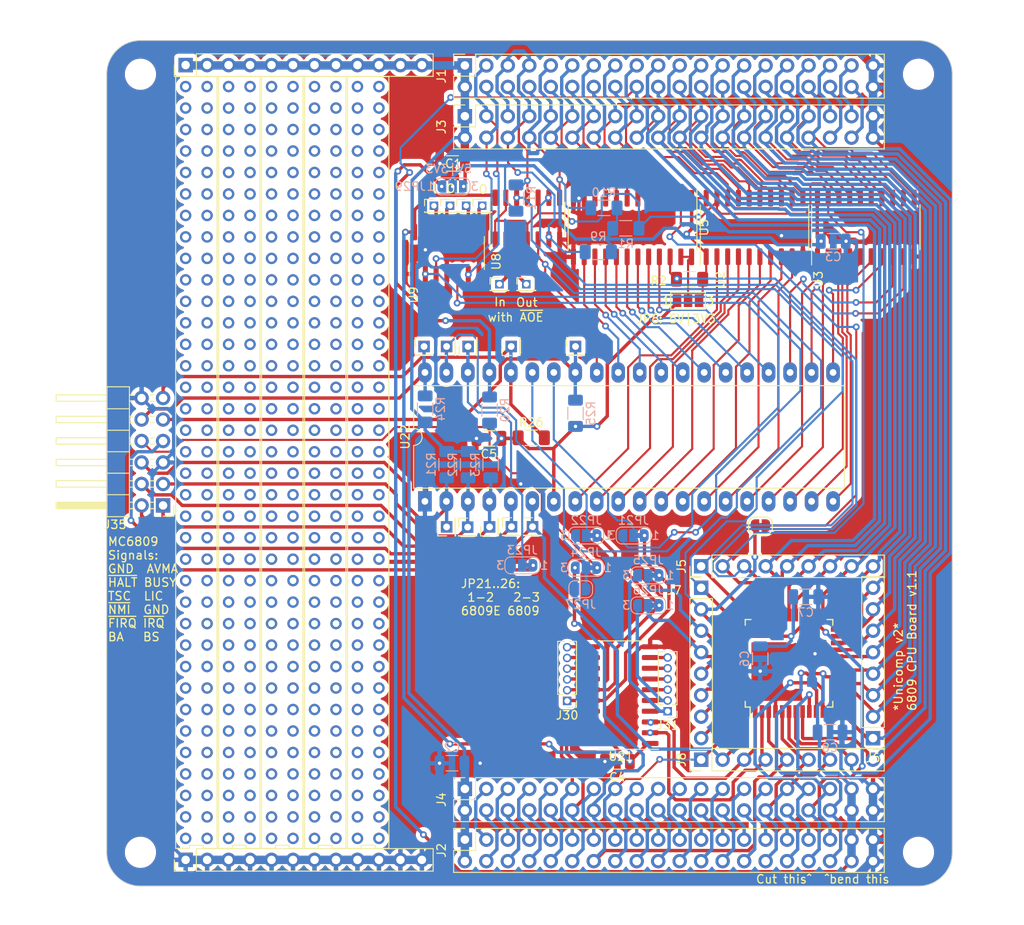
<source format=kicad_pcb>
(kicad_pcb (version 20221018) (generator pcbnew)
  (layers (0 "F.Cu" signal) (31 "B.Cu" signal) (34 "B.Paste" user) (35 "F.Paste" user) (36 "B.SilkS" user "B.Silkscreen") (37 "F.SilkS" user "F.Silkscreen") (38 "B.Mask" user) (39 "F.Mask" user) (44 "Edge.Cuts" user))
  (net 0 "")
  (net 1 "/~{RST}")
  (net 2 "/~{BUSFREE}")
  (net 3 "/~{RAMWE13}")
  (net 4 "/~{RAMWE12}")
  (net 5 "/~{RAMWE11}")
  (net 6 "/~{RAMWE10}")
  (net 7 "GND")
  (net 8 "/D7")
  (net 9 "/D6")
  (net 10 "/D5")
  (net 11 "/D4")
  (net 12 "/D3")
  (net 13 "/D2")
  (net 14 "/D1")
  (net 15 "/D0")
  (net 16 "+5V")
  (net 17 "/A15")
  (net 18 "/A14")
  (net 19 "/A13")
  (net 20 "/A12")
  (net 21 "/A11")
  (net 22 "/A10")
  (net 23 "/A9")
  (net 24 "/A8")
  (net 25 "/A7")
  (net 26 "/A6")
  (net 27 "/A5")
  (net 28 "/A4")
  (net 29 "/A3")
  (net 30 "/A2")
  (net 31 "/A1")
  (net 32 "/A0")
  (net 33 "/CD0")
  (net 34 "/CD1")
  (net 35 "/CD2")
  (net 36 "/CD3")
  (net 37 "/CD4")
  (net 38 "/CD5")
  (net 39 "/CD6")
  (net 40 "/CD7")
  (net 41 "/CA0")
  (net 42 "/CA1")
  (net 43 "/CA2")
  (net 44 "/CA3")
  (net 45 "/CA4")
  (net 46 "/CA5")
  (net 47 "/CA6")
  (net 48 "/CA7")
  (net 49 "/CA8")
  (net 50 "/CA9")
  (net 51 "/CA10")
  (net 52 "/CA11")
  (net 53 "/CA12")
  (net 54 "/CA13")
  (net 55 "/CA14")
  (net 56 "/CA15")
  (net 57 "/~{RAMWE9}")
  (net 58 "/~{RAMWE8}")
  (net 59 "/~{RAMWE7}")
  (net 60 "/~{RAMWE6}")
  (net 61 "/~{RAMWE5}")
  (net 62 "/~{RAMWE4}")
  (net 63 "/TDI")
  (net 64 "/TMS")
  (net 65 "/TCK")
  (net 66 "+3V3")
  (net 67 "/TDO")
  (net 68 "/CLKF")
  (net 69 "/~{RAMWE3}")
  (net 70 "/~{RAMWE2}")
  (net 71 "/~{RAMWE1}")
  (net 72 "/~{RAMWE0}")
  (net 73 "/DDIR")
  (net 74 "/CLKS")
  (net 75 "/MOSI")
  (net 76 "/SCK")
  (net 77 "/~{IOWR}")
  (net 78 "/~{MWR}")
  (net 79 "/~{MRD}")
  (net 80 "/R{slash}~{W}_e")
  (net 81 "/~{IORD}")
  (net 82 "/RX1")
  (net 83 "/RES1")
  (net 84 "/TX1")
  (net 85 "/RES0")
  (net 86 "/TX3")
  (net 87 "/RX3")
  (net 88 "/TX2")
  (net 89 "/RX2")
  (net 169 "/Bus/TDRTN")
  (net 175 "/Bus/A16")
  (net 176 "/Bus/A17")
  (net 177 "/Bus/A18")
  (net 178 "/Bus/A19")
  (net 455 "/~{WR}c")
  (net 456 "/~{AOE}")
  (net 457 "/~{DOE}")
  (net 458 "/~{RD}c")
  (net 459 "Net-(J30-Pin_3)")
  (net 460 "Net-(J30-Pin_4)")
  (net 461 "Net-(J30-Pin_5)")
  (net 462 "Net-(J30-Pin_6)")
  (net 463 "Net-(J31-Pin_3)")
  (net 464 "Net-(J31-Pin_4)")
  (net 465 "Net-(J31-Pin_5)")
  (net 466 "Net-(J31-Pin_6)")
  (net 467 "/R{slash}~{W}")
  (net 468 "/IO0")
  (net 469 "/IO1")
  (net 470 "/IO2")
  (net 471 "/IO3")
  (net 472 "/~{NMI}")
  (net 473 "/~{IRQ}")
  (net 474 "/~{FIRQ}")
  (net 475 "/~{HALT}")
  (net 476 "/BS")
  (net 477 "/BA")
  (net 478 "/BUSY")
  (net 479 "/Q")
  (net 480 "/E")
  (net 481 "Net-(JP21-C)")
  (net 482 "Net-(JP22-C)")
  (net 483 "/P38")
  (net 484 "/P39")
  (net 485 "/LIC")
  (net 486 "/TSC")
  (net 487 "/AVMA")
  (net 488 "/Qe")
  (net 489 "/Ee")
  (net 490 "/PHI0")
  (net 491 "/~{PHI0}")
  (net 492 "/PHI0_c")
  (net 493 "/~{PHI0_c}")
  (net 494 "/Ecpu")
  (net 495 "/Qcpu")
  (net 496 "/Ec")
  (net 497 "/Qc")
  (net 498 "/Buffers/Ec")
  (net 499 "/Buffers/Qc")
  (net 500 "/Buffers/VBuffer")
  (net 501 "Net-(J10-Pin_1)")
  (net 502 "Net-(J11-Pin_1)")
  (net 503 "Net-(J12-Pin_1)")
  (net 504 "Net-(J13-Pin_1)")
  (net 505 "Net-(J14-Pin_1)")
  (net 506 "Net-(J15-Pin_1)")
  (net 507 "Net-(JP8-C)")
  (footprint "Jumper:SolderJumper-3_P1.3mm_Open_Pad1.0x1.5mm_NumberLabels" (layer "F.Cu") (at 166.0906 76.1238)
    (fp_text reference "JP8")
    (fp_text value "Jumper_3_Open" hide)
  )
  (footprint "Capacitor_SMD:C_1206_3216Metric" (layer "F.Cu") (at 142.5466 92.4052 180)
    (fp_text reference "C5")
    (fp_text value "100n")
  )
  (footprint "Connector_PinHeader_2.54mm:PinHeader_1x09_P2.54mm_Vertical" (layer "F.Cu") (at 167.64 130.389005 90)
    (fp_text reference "J8")
    (fp_text value "Conn_01x09")
  )
  (footprint "Connector_PinHeader_1.27mm:PinHeader_1x01_P1.27mm_Vertical" (layer "F.Cu") (at 136.0424 64.897)
    (fp_text reference "J13" hide)
    (fp_text value "Conn_01x01")
  )
  (footprint "my_own_conn:Proto_2x36" (layer "F.Cu") (at 128.27 95.25)
    (fp_text reference "J26" hide)
    (fp_text value "Conn_02x36_Counter_Clockwise" hide)
  )
  (footprint "Connector_PinSocket_2.54mm:PinSocket_2x20_P2.54mm_Vertical" (layer "F.Cu") (at 139.7 48.303005 90)
    (fp_text reference "J1")
    (fp_text value "BUS")
  )
  (footprint "Connector_PinHeader_1.27mm:PinHeader_1x01_P1.27mm_Vertical" (layer "F.Cu") (at 141.7574 64.897)
    (fp_text reference "J14" hide)
    (fp_text value "Conn_01x01")
  )
  (footprint "Connector_PinHeader_2.00mm:PinHeader_1x01_P2.00mm_Vertical" (layer "F.Cu") (at 137.541 102.87 90)
    (fp_text reference "J9" hide)
    (fp_text value ".")
  )
  (footprint "Connector_PinHeader_1.27mm:PinHeader_1x01_P1.27mm_Vertical" (layer "F.Cu") (at 143.7894 74.168)
    (fp_text reference "J11" hide)
    (fp_text value "Conn_01x01")
  )
  (footprint "Connector_PinHeader_1.27mm:PinHeader_1x06_P1.27mm_Vertical" (layer "F.Cu") (at 163.6776 124.6632 180)
    (fp_text reference "J31")
    (fp_text value "Conn_01x06")
  )
  (footprint "Package_SO:SO-20_5.3x12.6mm_P1.27mm" (layer "F.Cu") (at 187.108172 67.439723 90)
    (fp_text reference "U3")
    (fp_text value "SN74LVC245ANSR")
  )
  (footprint "Connector_PinHeader_2.54mm:PinHeader_1x09_P2.54mm_Vertical" (layer "F.Cu") (at 167.64 107.529005 90)
    (fp_text reference "J5")
    (fp_text value "Conn_01x09")
  )
  (footprint "Connector_PinSocket_2.54mm:PinSocket_2x20_P2.54mm_Vertical" (layer "F.Cu") (at 139.7 133.849005 90)
    (fp_text reference "J4")
    (fp_text value "BUS")
  )
  (footprint "Capacitor_SMD:C_1206_3216Metric" (layer "F.Cu") (at 157.7358 130.6068 180)
    (fp_text reference "C4")
    (fp_text value "100n")
  )
  (footprint "my_own_conn:Proto_2x36" (layer "F.Cu") (at 118.11 95.25)
    (fp_text reference "J24" hide)
    (fp_text value "Conn_02x36_Counter_Clockwise" hide)
  )
  (footprint "Resistor_SMD:R_1206_3216Metric_Pad1.30x1.75mm_HandSolder" (layer "F.Cu") (at 147.548 92.329)
    (fp_text reference "R26")
    (fp_text value "2k2")
  )
  (footprint "Package_SO:SO-20_5.3x12.6mm_P1.27mm" (layer "F.Cu") (at 158.1485 122.7582 180)
    (fp_text reference "U21")
    (fp_text value "SN74LVC245ANSR")
  )
  (footprint "Package_DIP:DIP-40_W15.24mm_LongPads" (layer "F.Cu") (at 134.9756 99.8474 90)
    (fp_text reference "U22")
    (fp_text value "MC6809E")
  )
  (footprint "Connector_PinHeader_2.00mm:PinHeader_1x01_P2.00mm_Vertical" (layer "F.Cu") (at 137.541 81.534 90)
    (fp_text reference "J32" hide)
    (fp_text value ".")
  )
  (footprint "Connector_PinHeader_2.00mm:PinHeader_1x01_P2.00mm_Vertical" (layer "F.Cu") (at 140.0302 102.8954)
    (fp_text reference "J16" hide)
    (fp_text value ".")
  )
  (footprint "Connector_PinHeader_1.27mm:PinHeader_1x01_P1.27mm_Vertical" (layer "F.Cu") (at 137.9474 64.897)
    (fp_text reference "J15" hide)
    (fp_text value "Conn_01x01")
  )
  (footprint "Connector_PinHeader_2.00mm:PinHeader_1x01_P2.00mm_Vertical" (layer "F.Cu") (at 152.781 81.534)
    (fp_text reference "J19" hide)
    (fp_text value ".")
  )
  (footprint "Connector_PinHeader_2.00mm:PinHeader_1x01_P2.00mm_Vertical" (layer "F.Cu") (at 145.175 81.534 90)
    (fp_text reference "J29" hide)
    (fp_text value ".")
  )
  (footprint "Connector_PinHeader_2.54mm:PinHeader_1x12_P2.54mm_Vertical" (layer "F.Cu") (at 106.68 142.24 90)
    (fp_text reference "J20" hide)
    (fp_text value "Conn_01x12" hide)
  )
  (footprint "my_own_conn:Proto_2x36" (layer "F.Cu") (at 123.19 95.25)
    (fp_text reference "J25" hide)
    (fp_text value "Conn_02x36_Counter_Clockwise" hide)
  )
  (footprint "Connector_PinHeader_2.00mm:PinHeader_1x01_P2.00mm_Vertical" (layer "F.Cu") (at 134.874 81.534)
    (fp_text reference "J33" hide)
    (fp_text value ".")
  )
  (footprint "Connector_PinHeader_2.54mm:PinHeader_2x06_P2.54mm_Horizontal" (layer "F.Cu") (at 104.013 100.33 180)
    (fp_text reference "J35")
    (fp_text value "Conn_02x06_Odd_Even")
  )
  (footprint "Connector_PinSocket_2.54mm:PinSocket_2x20_P2.54mm_Vertical" (layer "F.Cu") (at 139.7 139.849005 90)
    (fp_text reference "J2")
    (fp_text value "BUS")
  )
  (footprint "Connector_PinHeader_1.27mm:PinHeader_1x06_P1.27mm_Vertical" (layer "F.Cu") (at 151.7904 123.444 180)
    (fp_text reference "J30")
    (fp_text value "Conn_01x06")
  )
  (footprint "Connector_PinHeader_2.54mm:PinHeader_1x08_P2.54mm_Vertical" (layer "F.Cu") (at 187.96 127.849005 180)
    (fp_text reference "J6")
    (fp_text value "Conn_01x08")
  )
  (footprint "Package_SO:SO-20_5.3x12.6mm_P1.27mm" (layer "F.Cu") (at 173.950972 67.455923 90)
    (fp_text reference "U2")
    (fp_text value "SN74LVC245ANSR")
  )
  (footprint "MountingHole:MountingHole_3.2mm_M3" (layer "F.Cu") (at 193.34 49.346005)
    (fp_text reference "H3" hide)
    (fp_text value "MountingHole" hide)
  )
  (footprint "Package_SO:SOIC-14_3.9x8.7mm_P1.27mm" (layer "F.Cu") (at 137.5664 70.485 90)
    (fp_text reference "U9")
    (fp_text value "SN74LVC125AD")
  )
  (footprint "Connector_PinHeader_1.27mm:PinHeader_1x01_P1.27mm_Vertical" (layer "F.Cu") (at 139.8524 64.897)
    (fp_text reference "J12" hide)
    (fp_text value "Conn_01x01")
  )
  (footprint "Connector_PinHeader_2.00mm:PinHeader_1x01_P2.00mm_Vertical" (layer "F.Cu") (at 140.081 81.534 90)
    (fp_text reference "J28" hide)
    (fp_text value ".")
  )
  (footprint "my_own_conn:Proto_2x36" (layer "F.Cu") (at 113.03 95.25)
    (fp_text reference "J23" hide)
    (fp_text value "Conn_02x36_Counter_Clockwise" hide)
  )
  (footprint "Connector_PinHeader_2.54mm:PinHeader_1x08_P2.54mm_Vertical" (layer "F.Cu") (at 167.64 110.069005)
    (fp_text reference "J7")
    (fp_text value "Conn_01x08")
  )
  (footprint "Connector_PinHeader_1.27mm:PinHeader_1x01_P1.27mm_Vertical" (layer "F.Cu") (at 146.9644 74.168)
    (fp_text reference "J10" hide)
    (fp_text value "Conn_01x01")
  )
  (footprint "Connector_PinSocket_2.54mm:PinSocket_2x20_P2.54mm_Vertical" (layer "F.Cu") (at 139.7 54.303005 90)
    (fp_text reference "J3")
    (fp_text value "BUS")
  )
  (footprint "Connector_PinHeader_2.00mm:PinHeader_1x01_P2.00mm_Vertical" (layer "F.Cu") (at 145.2118 102.8446)
    (fp_text reference "J17" hide)
    (fp_text value ".")
  )
  (footprint "Package_SO:SOIC-14_3.9x8.7mm_P1.27mm" (layer "F.Cu") (at 147.0914 66.421 90)
    (fp_text reference "U8")
    (fp_text value "SN74LVC125AD" hide)
  )
  (footprint "Resistor_SMD:R_1206_3216Metric_Pad1.30x1.75mm_HandSolder" (layer "F.Cu") (at 166.2678 73.5838 180)
    (fp_text reference "R2")
    (fp_text value "10k")
  )
  (footprint "Connector_PinHeader_2.00mm:PinHeader_1x01_P2.00mm_Vertical" (layer "F.Cu") (at 147.701 102.8446)
    (fp_text reference "J18" hide)
    (fp_text value ".")
  )
  (footprint "MountingHole:MountingHole_3.2mm_M3" (layer "F.Cu") (at 101.34 49.346005)
    (fp_text reference "H1" hide)
    (fp_text value "MountingHole" hide)
  )
  (footprint "Package_QFP:TQFP-44_10x10mm_P0.8mm" (layer "F.Cu") (at 178.029 118.994805 90)
    (fp_text reference "U1" hide)
    (fp_text value "XC9572VQ44")
  )
  (footprint "Jumper:SolderJumper-2_P1.3mm_Bridged_RoundedPad1.0x1.5mm" (layer "F.Cu") (at 174.6504 102.7176 180)
    (fp_text reference "JP20" hide)
    (fp_text value "RW")
  )
  (footprint "MountingHole:MountingHole_3.2mm_M3" (layer "F.Cu") (at 101.34 141.346005)
    (fp_text reference "H2" hide)
    (fp_text value "MountingHole" hide)
  )
  (footprint "Connector_PinHeader_2.00mm:PinHeader_1x01_P2.00mm_Vertical" (layer "F.Cu") (at 142.621 102.87 90)
    (fp_text reference "J27" hide)
    (fp_text value ".")
  )
  (footprint "my_own_conn:Proto_2x36" (layer "F.Cu") (at 107.95 95.25)
    (fp_text reference "J22" hide)
    (fp_text value "Conn_02x36_Counter_Clockwise" hide)
  )
  (footprint "Capacitor_SMD:C_1206_3216Metric" (layer "F.Cu") (at 138.2286 59.8932 180)
    (fp_text reference "C1")
    (fp_text value "100n")
  )
  (footprint "Connector_PinHeader_2.54mm:PinHeader_1x12_P2.54mm_Vertical" (layer "F.Cu") (at 106.68 48.26 90)
    (fp_text reference "J21" hide)
    (fp_text value "Conn_01x12" hide)
  )
  (footprint "Package_SO:SO-24_5.3x15mm_P1.27mm" (layer "F.Cu") (at 159.523772 67.472123 -90)
    (fp_text reference "U5")
    (fp_text value "SN74LVCC3245ANSR")
  )
  (footprint "MountingHole:MountingHole_3.2mm_M3" (layer "F.Cu") (at 193.34 141.346005)
    (fp_text reference "H4" hide)
    (fp_text value "MountingHole" hide)
  )
  (footprint "Jumper:SolderJumper-3_P1.3mm_Open_RoundedPad1.0x1.5mm_NumberLabels" (layer "B.Cu") (at 138.2568 62.611)
    (fp_text reference "JP29")
    (fp_text value "Vcc")
  )
  (footprint "Resistor_SMD:R_1206_3216Metric_Pad1.30x1.75mm_HandSolder" (layer "B.Cu") (at 145.7452 63.9832 90)
    (fp_text reference "R11")
    (fp_text value "10k")
  )
  (footprint "Capacitor_SMD:C_1206_3216Metric" (layer "B.Cu") (at 138.1778 130.81 180)
    (fp_text reference "C2")
    (fp_text value "100n")
  )
  (footprint "NetTie:NetTie-2_SMD_Pad0.5mm" (layer "B.Cu") (at 147.7772 58.674 180)
    (fp_text reference "NT21" hide)
    (fp_text value "WR" hide)
  )
  (footprint "Resistor_SMD:R_1206_3216Metric_Pad1.30x1.75mm_HandSolder" (layer "B.Cu") (at 142.748 95.504 -90)
    (fp_text reference "R23")
    (fp_text value "2k2")
  )
  (footprint "Jumper:SolderJumper-2_P1.3mm_Open_RoundedPad1.0x1.5mm" (layer "B.Cu") (at 153.401 110.236)
    (fp_text reference "JP27")
    (fp_text value "Jumper_2_Open")
  )
  (footprint "Resistor_SMD:R_1206_3216Metric_Pad1.30x1.75mm_HandSolder" (layer "B.Cu") (at 142.621 89.053 90)
    (fp_text reference "R20")
    (fp_text value "2k2")
  )
  (footprint "Resistor_SMD:R_1206_3216Metric_Pad1.30x1.75mm_HandSolder" (layer "B.Cu") (at 140.081 95.504 -90)
    (fp_text reference "R22")
    (fp_text value "2k2")
  )
  (footprint "Resistor_SMD:R_1206_3216Metric_Pad1.30x1.75mm_HandSolder" (layer "B.Cu") (at 135.001 88.926 90)
    (fp_text reference "R24")
    (fp_text value "2k2")
  )
  (footprint "Jumper:SolderJumper-3_P1.3mm_Bridged12_RoundedPad1.0x1.5mm_NumberLabels" (layer "B.Cu") (at 146.4818 107.4166 180)
    (fp_text reference "JP23")
    (fp_text value "6809E/6809")
  )
  (footprint "Resistor_SMD:R_1206_3216Metric_Pad1.30x1.75mm_HandSolder" (layer "B.Cu") (at 137.541 95.504 -90)
    (fp_text reference "R21")
    (fp_text value "2k2")
  )
  (footprint "Resistor_SMD:R_1206_3216Metric_Pad1.30x1.75mm_HandSolder" (layer "B.Cu") (at 158.7302 67.559)
    (fp_text reference "R1")
    (fp_text value "10k")
  )
  (footprint "Resistor_SMD:R_1206_3216Metric_Pad1.30x1.75mm_HandSolder" (layer "B.Cu") (at 152.781 89.434 90)
    (fp_text reference "R25")
    (fp_text value "2k2")
  )
  (footprint "Capacitor_SMD:C_1206_3216Metric" (layer "B.Cu") (at 180.008 111.135805)
    (fp_text reference "C7")
    (fp_text value "100n")
  )
  (footprint "Jumper:SolderJumper-3_P1.3mm_Bridged12_RoundedPad1.0x1.5mm_NumberLabels" (layer "B.Cu") (at 161.387 108.591 180)
    (fp_text reference "JP25")
    (fp_text value "6809E/6809")
  )
  (footprint "Capacitor_SMD:C_1206_3216Metric" (layer "B.Cu") (at 182.88 127.137805)
    (fp_text reference "C8")
    (fp_text value "100n")
  )
  (footprint "Capacitor_SMD:C_1206_3216Metric" (layer "B.Cu") (at 183.261 69.088)
    (fp_text reference "C3")
    (fp_text value "100n")
  )
  (footprint "Jumper:SolderJumper-3_P1.3mm_Bridged12_RoundedPad1.0x1.5mm_NumberLabels" (layer "B.Cu") (at 159.639 103.886 180)
    (fp_text reference "JP21")
    (fp_text value "6809E/6809")
  )
  (footprint "Resistor_SMD:R_1206_3216Metric_Pad1.30x1.75mm_HandSolder" (layer "B.Cu") (at 156.1388 65.146 180)
    (fp_text reference "R10")
    (fp_text value "10k")
  )
  (footprint "NetTie:NetTie-2_SMD_Pad0.5mm" (layer "B.Cu") (at 146.1008 46.6344)
    (fp_text reference "NT20" hide)
    (fp_text value "RD" hide)
  )
  (footprint "Resistor_SMD:R_1206_3216Metric_Pad1.30x1.75mm_HandSolder" (layer "B.Cu") (at 155.4778 70.353 180)
    (fp_text reference "R9")
    (fp_text value "10k" hide)
  )
  (footprint "Capacitor_SMD:C_1206_3216Metric" (layer "B.Cu") (at 174.625 118.452805 -90)
    (fp_text reference "C6")
    (fp_text value "100n")
  )
  (footprint "Jumper:SolderJumper-3_P1.3mm_Bridged12_RoundedPad1.0x1.5mm_NumberLabels" (layer "B.Cu") (at 154.051 103.886 180)
    (fp_text reference "JP22")
    (fp_text value "6809E/6809")
  )
  (footprint "Jumper:SolderJumper-3_P1.3mm_Bridged12_RoundedPad1.0x1.5mm_NumberLabels" (layer "B.Cu") (at 154.021 107.696 180)
    (fp_text reference "JP24")
    (fp_text value "6809E/6809")
  )
  (footprint "Jumper:SolderJumper-3_P1.3mm_Bridged12_RoundedPad1.0x1.5mm_NumberLabels" (layer "B.Cu") (at 161.387 112.141 180)
    (fp_text reference "JP26")
    (fp_text value "6809E/6809")
  )
  (gr_line (start 97.34 49.346005) (end 97.34 141.346005) (stroke (width 0.1)) (layer "Edge.Cuts"))
  (gr_arc (start 97.34 49.346005) (mid 98.511573 46.517578) (end 101.34 45.346005) (stroke (width 0.1)) (layer "Edge.Cuts"))
  (gr_arc (start 193.34 45.346005) (mid 196.168427 46.517578) (end 197.34 49.346005) (stroke (width 0.1)) (layer "Edge.Cuts"))
  (gr_arc (start 197.34 141.346005) (mid 196.168427 144.174432) (end 193.34 145.346005) (stroke (width 0.1)) (layer "Edge.Cuts"))
  (gr_line (start 197.34 141.346005) (end 197.34 49.346005) (stroke (width 0.1)) (layer "Edge.Cuts"))
  (gr_line (start 193.34 45.346005) (end 101.34 45.346005) (stroke (width 0.1)) (layer "Edge.Cuts"))
  (gr_arc (start 101.34 145.346005) (mid 98.511573 144.174432) (end 97.34 141.346005) (stroke (width 0.1)) (layer "Edge.Cuts"))
  (gr_line (start 193.34 145.346005) (end 101.34 145.346005) (stroke (width 0.1)) (layer "Edge.Cuts"))
  (gr_text "5V|3V3" (at 140.6398 61.1124) (layer "B.SilkS") (effects (font (size 1 1)) (justify left bottom mirror)))
  (gr_text "MC6809 \nSignals:\nGND  AVMA\n~{HALT} BUSY\nTSC  LIC\n~{NMI}  GND\n~{FIRQ} ~{IRQ}\nBA   BS" (at 97.409 116.459) (layer "F.SilkS") (effects (font (size 1 1)) (justify left bottom)))
  (gr_text "I\n" (at 135.8138 63.4746) (layer "F.SilkS") (effects (font (size 1 1)) (justify left bottom)))
  (gr_text "JP21..26:\n 1-2   2-3\n6809E 6809" (at 139.1412 113.3856) (layer "F.SilkS") (effects (font (size 1 1)) (justify left bottom)))
  (gr_text "In" (at 143.0782 76.8604) (layer "F.SilkS") (effects (font (size 1 1)) (justify left bottom)))
  (gr_text "with ~{AOE}" (at 142.3162 78.6638) (layer "F.SilkS") (effects (font (size 1 1)) (justify left bottom)))
  (gr_text ": 5V|3V3" (at 162.5092 78.8416) (layer "F.SilkS") (effects (font (size 1 1)) (justify left bottom)))
  (gr_text "Out" (at 145.669 76.9112) (layer "F.SilkS") (effects (font (size 1 1)) (justify left bottom)))
  (gr_text "*Unicomp v2*\n6809 CPU Board v1.1" (at 191.77 124.714 90) (layer "F.SilkS") (effects (font (size 1 1)) (justify left)))
  (gr_text "O" (at 137.414 63.4492) (layer "F.SilkS") (effects (font (size 1 1)) (justify left bottom)))
  (gr_text "Cut this^  ^bend this" (at 189.992 144.526) (layer "F.SilkS") (effects (font (size 1 1)) (justify right)))
  (gr_text "O" (at 141.224 63.5508) (layer "F.SilkS") (effects (font (size 1 1)) (justify left bottom)))
  (gr_text "I" (at 139.6492 63.4746) (layer "F.SilkS") (effects (font (size 1 1)) (justify left bottom)))
  (segment (start 131.572 62.5602) (end 133.1722 60.96) (width 0.4) (layer "F.Cu") (net 1))
  (segment (start 136.017 78.486) (end 131.572 74.041) (width 0.4) (layer "F.Cu") (net 1))
  (segment (start 131.572 74.041) (end 131.572 62.5602) (width 0.4) (layer "F.Cu") (net 1))
  (segment (start 137.414 78.486) (end 136.017 78.486) (width 0.4) (layer "F.Cu") (net 1))
  (segment (start 160.02 50.843005) (end 158.767606 52.095399) (width 0.25) (layer "F.Cu") (net 1))
  (segment (start 158.767606 52.095399) (end 138.023601 52.095399) (width 0.25) (layer "F.Cu") (net 1))
  (via (at 138.023601 52.095399) (size 0.8) (drill 0.4) (layers "F.Cu" "B.Cu") (net 1))
  (via (at 137.414 78.486) (size 0.8) (drill 0.4) (layers "F.Cu" "B.Cu") (net 1))
  (via (at 133.1722 60.96) (size 0.8) (drill 0.4) (layers "F.Cu" "B.Cu") (net 1))
  (segment (start 160.02 50.843005) (end 160.02 52.045086) (width 0.4) (layer "B.Cu") (net 1))
  (segment (start 138.023601 52.095399) (end 132.0927 58.0263) (width 0.25) (layer "B.Cu") (net 1))
  (segment (start 138.303 78.486) (end 137.414 78.486) (width 0.4) (layer "B.Cu") (net 1))
  (segment (start 142.621 87.503) (end 142.621 84.6328) (width 0.4) (layer "B.Cu") (net 1))
  (segment (start 142.5956 84.6074) (end 142.5956 79.6036) (width 0.4) (layer "B.Cu") (net 1))
  (segment (start 141.478 78.486) (end 138.303 78.486) (width 0.4) (layer "B.Cu") (net 1))
  (segment (start 161.273253 53.298339) (end 161.273253 55.513457) (width 0.4) (layer "B.Cu") (net 1))
  (segment (start 142.621 84.6328) (end 142.5956 84.6074) (width 0.4) (layer "B.Cu") (net 1))
  (segment (start 132.0927 58.0263) (end 132.0927 59.8805) (width 0.25) (layer "B.Cu") (net 1))
  (segment (start 142.5956 79.6036) (end 141.478 78.486) (width 0.4) (layer "B.Cu") (net 1))
  (segment (start 160.02 52.045086) (end 161.273253 53.298339) (width 0.4) (layer "B.Cu") (net 1))
  (segment (start 161.273253 55.513457) (end 160.02 56.76671) (width 0.4) (layer "B.Cu") (net 1))
  (segment (start 132.0927 59.8805) (end 133.1722 60.96) (width 0.25) (layer "B.Cu") (net 1))
  (segment (start 170.78 122.718805) (end 170.78 127.249005) (width 0.4) (layer "F.Cu") (net 2))
  (segment (start 170.78 127.249005) (end 167.64 130.389005) (width 0.4) (layer "F.Cu") (net 2))
  (segment (start 171.304 122.194805) (end 170.78 122.718805) (width 0.4) (layer "F.Cu") (net 2))
  (segment (start 157.48 133.849005) (end 158.655 132.674005) (width 0.25) (layer "F.Cu") (net 2))
  (segment (start 158.655 132.674005) (end 160.416595 132.674005) (width 0.25) (layer "F.Cu") (net 2))
  (segment (start 172.329 122.194805) (end 171.304 122.194805) (width 0.4) (layer "F.Cu") (net 2))
  (segment (start 160.416595 132.674005) (end 162.7378 130.3528) (width 0.25) (layer "F.Cu") (net 2))
  (via (at 162.7378 130.3528) (size 0.8) (drill 0.4) (layers "F.Cu" "B.Cu") (net 2))
  (segment (start 162.7378 130.3528) (end 162.774005 130.389005) (width 0.25) (layer "B.Cu") (net 2))
  (segment (start 157.48 133.849005) (end 157.48 133.9253) (width 0.4) (layer "B.Cu") (net 2))
  (segment (start 156.23 137.053) (end 157.48 138.303) (width 0.4) (layer "B.Cu") (net 2))
  (segment (start 156.23 135.1753) (end 156.23 137.053) (width 0.4) (layer "B.Cu") (net 2))
  (segment (start 157.48 133.477) (end 157.48 133.849005) (width 0.4) (layer "B.Cu") (net 2))
  (segment (start 157.48 138.303) (end 157.48 139.7) (width 0.4) (layer "B.Cu") (net 2))
  (segment (start 162.774005 130.389005) (end 167.64 130.389005) (width 0.25) (layer "B.Cu") (net 2))
  (segment (start 157.48 133.9253) (end 156.23 135.1753) (width 0.4) (layer "B.Cu") (net 2))
  (segment (start 157.48 136.906) (end 157.48 136.24) (width 0.4) (layer "B.Cu") (net 3))
  (segment (start 157.48 142.24) (end 158.73 140.99) (width 0.4) (layer "B.Cu") (net 3))
  (segment (start 158.73 138.156) (end 157.48 136.906) (width 0.4) (layer "B.Cu") (net 3))
  (segment (start 158.73 140.99) (end 158.73 138.156) (width 0.4) (layer "B.Cu") (net 3))
  (segment (start 160.02 138.303) (end 158.77 137.053) (width 0.4) (layer "B.Cu") (net 4))
  (segment (start 160.02 139.7) (end 160.02 138.303) (width 0.4) (layer "B.Cu") (net 4))
  (segment (start 158.77 135.099005) (end 160.02 133.849005) (width 0.4) (layer "B.Cu") (net 4))
  (segment (start 160.02 133.849005) (end 160.02 133.7) (width 0.4) (layer "B.Cu") (net 4))
  (segment (start 158.77 137.053) (end 158.77 135.099005) (width 0.4) (layer "B.Cu") (net 4))
  (segment (start 160.02 136.316295) (end 160.02 136.906) (width 0.4) (layer "B.Cu") (net 5))
  (segment (start 160.02 136.906) (end 161.27 138.156) (width 0.4) (layer "B.Cu") (net 5))
  (segment (start 161.27 140.99) (end 160.02 142.24) (width 0.4) (layer "B.Cu") (net 5))
  (segment (start 161.27 138.156) (end 161.27 140.99) (width 0.4) (layer "B.Cu") (net 5))
  (segment (start 162.56 138.303) (end 161.29 137.033) (width 0.4) (layer "B.Cu") (net 6))
  (segment (start 161.29 137.033) (end 161.29 135.119005) (width 0.4) (layer "B.Cu") (net 6))
  (segment (start 162.56 139.7) (end 162.56 138.303) (width 0.4) (layer "B.Cu") (net 6))
  (segment (start 161.29 135.119005) (end 162.56 133.849005) (width 0.4) (layer "B.Cu") (net 6))
  (segment (start 176.429 124.694805) (end 176.429 121.731797) (width 0.4) (layer "F.Cu") (net 7))
  (segment (start 135.16424 97.06796) (end 135.16424 100.03604) (width 0.4) (layer "F.Cu") (net 7))
  (segment (start 144.266186 97.784186) (end 146.309814 97.784186) (width 0.4) (layer "F.Cu") (net 7))
  (segment (start 136.7282 59.8424) (end 136.7282 48.174805) (width 1) (layer "F.Cu") (net 7))
  (segment (start 138.0744 70.104) (end 138.8364 69.342) (width 0.4) (layer "F.Cu") (net 7))
  (segment (start 138.8364 69.342) (end 138.8364 68.01) (width 0.4) (layer "F.Cu") (net 7))
  (segment (start 159.3088 118.3132) (end 160.5788 117.0432) (width 0.4) (layer "F.Cu") (net 7))
  (segment (start 186.342195 46.6852) (end 187.96 48.303005) (width 1) (layer "F.Cu") (net 7))
  (segment (start 183.729 118.994805) (end 182.23 118.994805) (width 0.4) (layer "F.Cu") (net 7))
  (segment (start 152.538772 70.934623) (end 152.538772 70.624823) (width 0.25) (layer "F.Cu") (net 7))
  (segment (start 136.7282 48.174805) (end 138.217805 46.6852) (width 1) (layer "F.Cu") (net 7))
  (segment (start 141.5034 130.81) (end 136.7028 130.81) (width 0.4) (layer "F.Cu") (net 7))
  (segment (start 152.33 129.1652) (end 153.7716 130.6068) (width 0.4) (layer "F.Cu") (net 7))
  (segment (start 135.0264 70.104) (end 135.0264 70.104008) (width 0.4) (layer "F.Cu") (net 7))
  (segment (start 179.665972 69.115023) (end 178.978539 68.42759) (width 0.4) (layer "F.Cu") (net 7))
  (segment (start 187.96 56.843005) (end 193.523172 62.406177) (width 0.4) (layer "F.Cu") (net 7))
  (segment (start 196.84 58.664) (end 189.019005 50.843005) (width 1) (layer "F.Cu") (net 7))
  (segment (start 154.686 127.2032) (end 152.5016 127.2032) (width 0.4) (layer "F.Cu") (net 7))
  (segment (start 139.827 92.4052) (end 135.16424 97.06796) (width 0.4) (layer "F.Cu") (net 7))
  (segment (start 196.84 132.09) (end 196.84 58.664) (width 1) (layer "F.Cu") (net 7))
  (segment (start 133.7564 71.374) (end 135.0264 70.104) (width 0.4) (layer "F.Cu") (net 7))
  (segment (start 136.8044 70.104) (end 138.0744 70.104) (width 0.4) (layer "F.Cu") (net 7))
  (segment (start 179.665972 70.782223) (end 179.665972 69.115023) (width 0.4) (layer "F.Cu") (net 7))
  (segment (start 160.5788 117.0432) (end 161.611 117.0432) (width 0.4) (layer "F.Cu") (net 7))
  (segment (start 141.0716 92.4052) (end 139.827 92.4052) (width 0.4) (layer "F.Cu") (net 7))
  (segment (start 180.429 113.294805) (end 180.429 117.193805) (width 0.4) (layer "F.Cu") (net 7))
  (segment (start 192.365972 69.089623) (end 184.773176 69.089623) (width 0.4) (layer "F.Cu") (net 7))
  (segment (start 193.523172 67.932423) (end 192.365972 69.089623) (width 0.4) (layer "F.Cu") (net 7))
  (segment (start 152.33 127.3748) (end 152.33 129.1652) (width 0.4) (layer "F.Cu") (net 7))
  (segment (start 189.019005 50.843005) (end 187.96 50.843005) (width 1) (layer "F.Cu") (net 7))
  (segment (start 141.0716 94.5896) (end 144.266186 97.784186) (width 0.4) (layer "F.Cu") (net 7))
  (segment (start 141.0716 92.4052) (end 141.0716 94.5896) (width 0.4) (layer "F.Cu") (net 7))
  (segment (start 180.429 117.193805) (end 181.102 117.866805) (width 0.4) (layer "F.Cu") (net 7))
  (segment (start 137.5664 70.866) (end 137.5664 72.96) (width 0.4) (layer "F.Cu") (net 7))
  (segment (start 151.8096 68.9164) (end 153.1874 67.5386) (width 0.4) (layer "F.Cu") (net 7))
  (segment (start 153.808772 64.009623) (end 152.538772 64.009623) (width 0.25) (layer "F.Cu") (net 7))
  (segment (start 192.823172 70.902223) (end 192.823172 69.546823) (width 0.4) (layer "F.Cu") (net 7))
  (segment (start 140.4874 70.104) (end 141.3764 70.993) (width 0.4) (layer "F.Cu") (net 7))
  (segment (start 152.538772 70.624823) (end 150.862372 68.948423) (width 0.25) (layer "F.Cu") (net 7))
  (segment (start 136.8044 70.104) (end 137.5664 70.866) (width 0.4) (layer "F.Cu") (net 7))
  (segment (start 175.172008 120.474805) (end 174.625 119.927797) (width 0.4) (layer "F.Cu") (net 7))
  (segment (start 176.429 121.731797) (end 174.625 119.927797) (width 0.4) (layer "F.Cu") (net 7))
  (segment (start 189.080995 139.849005) (end 196.84 132.09) (width 1) (layer "F.Cu") (net 7))
  (segment (start 138.0744 70.104) (end 140.4874 70.104) (width 0.4) (layer "F.Cu") (net 7))
  (segment (start 152.5016 127.2032) (end 152.33 127.3748) (width 0.4) (layer "F.Cu") (net 7))
  (segment (start 193.523172 62.406177) (end 193.523172 67.932423) (width 0.4) (layer "F.Cu") (net 7))
  (segment (start 153.7716 130.6068) (end 156.2608 130.6068) (width 0.4) (layer "F.Cu") (net 7))
  (segment (start 159.3088 124.6632) (end 159.3088 118.3132) (width 0.4) (layer "F.Cu") (net 7))
  (segment (start 153.1874 67.5386) (end 153.1874 64.009623) (width 0.4) (layer "F.Cu") (net 7))
  (segment (start 133.7564 72.96) (end 133.7564 71.374) (width 0.4) (layer "F.Cu") (net 7))
  (segment (start 154.686 127.2032) (end 156.7688 127.2032) (width 0.4) (layer "F.Cu") (net 7))
  (segment (start 135.0264 70.104) (end 135.0264 68.01) (width 0.4) (layer "F.Cu") (net 7))
  (segment (start 150.9318 68.9164) (end 151.8096 68.9164) (width 0.4) (layer "F.Cu") (net 7))
  (segment (start 135.0264 70.104) (end 136.8044 70.104) (width 0.4) (layer "F.Cu") (net 7))
  (segment (start 182.23 118.994805) (end 181.102 117.866805) (width 0.4) (layer "F.Cu") (net 7))
  (segment (start 178.978539 68.42759) (end 177.139597 68.42759) (width 0.4) (layer "F.Cu") (net 7))
  (segment (start 152.538772 64.009623) (end 153.1874 64.009623) (width 0.25) (layer "F.Cu") (net 7))
  (segment (start 187.96 139.849005) (end 189.080995 139.849005) (width 1) (layer "F.Cu") (net 7))
  (segment (start 156.7688 127.2032) (end 159.3088 124.6632) (width 0.4) (layer "F.Cu") (net 7))
  (segment (start 192.823172 69.546823) (end 192.365972 69.089623) (width 0.4) (layer "F.Cu") (net 7))
  (segment (start 138.217805 46.6852) (end 186.342195 46.6852) (width 1) (layer "F.Cu") (net 7))
  (segment (start 141.3764 70.993) (end 141.3764 72.96) (width 0.4) (layer "F.Cu") (net 7))
  (via (at 177.139597 68.42759) (size 0.8) (drill 0.4) (layers "F.Cu" "B.Cu") (net 7))
  (via (at 136.7536 59.8932) (size 0.8) (drill 0.4) (layers "F.Cu" "B.Cu") (net 7))
  (via (at 135.0264 70.104008) (size 0.8) (drill 0.4) (layers "F.Cu" "B.Cu") (net 7))
  (via (at 141.0716 92.4052) (size 0.8) (drill 0.4) (layers "F.Cu" "B.Cu") (net 7))
  (via (at 174.625 119.927797) (size 0.8) (drill 0.4) (layers "F.Cu" "B.Cu") (net 7))
  (via (at 156.2608 130.6068) (size 0.8) (drill 0.4) (layers "F.Cu" "B.Cu") (net 7))
  (via (at 153.1874 64.009623) (size 0.8) (drill 0.4) (layers "F.Cu" "B.Cu") (net 7))
  (via (at 184.773176 69.089623) (size 0.8) (drill 0.4) (layers "F.Cu" "B.Cu") (net 7))
  (via (at 136.7028 130.81) (size 0.8) (drill 0.4) (layers "F.Cu" "B.Cu") (net 7))
  (via (at 141.5034 130.81) (size 0.8) (drill 0.4) (layers "F.Cu" "B.Cu") (net 7))
  (via (at 146.309814 97.784186) (size 0.8) (drill 0.4) (layers "F.Cu" "B.Cu") (net 7))
  (via (at 181.102 117.866805) (size 0.8) (drill 0.4) (layers "F.Cu" "B.Cu") (net 7))
  (segment (start 141.0716 91.502361) (end 141.0716 92.4052) (width 0.4) (layer "B.Cu") (net 7))
  (segment (start 177.1396 68.4276) (end 176.6824 67.9704) (width 0.4) (layer "B.Cu") (net 7))
  (segment (start 176.686 117.866805) (end 181.102 117.866805) (width 0.4) (layer "B.Cu") (net 7))
  (segment (start 134.0262 71.9424) (end 134.0262 74.9266) (width 0.4) (layer "B.Cu") (net 7))
  (segment (start 187.96 48.26) (end 187.96 50.8) (width 1) (layer "B.Cu") (net 7))
  (segment (start 141.7066 130.6068) (end 141.5034 130.81) (width 0.4) (layer "B.Cu") (net 7))
  (segment (start 135.0264 70.9422) (end 134.0262 71.9424) (width 0.4) (layer "B.Cu") (net 7))
  (segment (start 134.0262 74.9266) (end 136.271 77.1714) (width 0.4) (layer "B.Cu") (net 7))
  (segment (start 102.723 136.505) (end 105.156 138.938) (width 0.4) (layer "B.Cu") (net 7))
  (segment (start 184.355 127.137805) (end 184.17 127.322805) (width 0.4) (layer "B.Cu") (net 7))
  (segment (start 185.674 144.526) (end 187.96 142.24) (width 1) (layer "B.Cu") (net 7))
  (segment (start 136.271 86.701761) (end 141.0716 91.502361) (width 0.4) (layer "B.Cu") (net 7))
  (segment (start 187.96 139.7) (end 187.96 133.7) (width 1) (layer "B.Cu") (net 7))
  (segment (start 153.1874 64.009623) (end 154.692623 62.5044) (width 0.4) (layer "B.Cu") (net 7))
  (segment (start 149.0156 98.950344) (end 147.849442 97.784186) (width 0.4) (layer "B.Cu") (net 7))
  (segment (start 165.3998 62.5044) (end 170.8658 67.9704) (width 0.4) (layer "B.Cu") (net 7))
  (segment (start 153.1874 64.009623) (end 153.1874 62.5094) (width 0.4) (layer "B.Cu") (net 7))
  (segment (start 156.2608 130.6068) (end 141.7066 130.6068) (width 0.4) (layer "B.Cu") (net 7))
  (segment (start 104.013 95.25) (end 102.723 96.54) (width 0.4) (layer "B.Cu") (net 7))
  (segment (start 136.7028 130.81) (end 136.7028 140.1572) (width 1) (layer "B.Cu") (net 7))
  (segment (start 154.692623 62.5044) (end 165.3998 62.5044) (width 0.4) (layer "B.Cu") (net 7))
  (segment (start 149.0156 100.8826) (end 149.0156 98.950344) (width 0.4) (layer "B.Cu") (net 7))
  (segment (start 184.17 127.322805) (end 184.17 131.465) (width 0.4) (layer "B.Cu") (net 7))
  (segment (start 176.6824 67.9704) (end 176.1998 67.9704) (width 0.4) (layer "B.Cu") (net 7))
  (segment (start 135.0264 61.6458) (end 135.0264 70.104008) (width 0.4) (layer "B.Cu") (net 7))
  (segment (start 138.43 144.526) (end 153.6192 144.526) (width 1) (layer "B.Cu") (net 7))
  (segment (start 104.530767 88.88) (end 102.723 88.88) (width 0.4) (layer "B.Cu") (net 7))
  (segment (start 152.751 110.236) (end 150.622 108.107) (width 0.4) (layer "B.Cu") (net 7))
  (segment (start 105.263 94) (end 105.263 89.612233) (width 0.4) (layer "B.Cu") (net 7))
  (segment (start 181.483 111.135805) (end 181.483 117.485805) (width 0.4) (layer "B.Cu") (net 7))
  (segment (start 185.258 132.553) (end 186.663995 132.553) (width 0.4) (layer "B.Cu") (net 7))
  (segment (start 136.7028 140.1572) (end 134.62 142.24) (width 1) (layer "B.Cu") (net 7))
  (segment (start 183.436 67.788) (end 184.736 69.088) (width 0.4) (layer "B.Cu") (net 7))
  (segment (start 184.355 127.137805) (end 184.277 127.059805) (width 0.4) (layer "B.Cu") (net 7))
  (segment (start 105.156 140.716) (end 106.68 142.24) (width 0.4) (layer "B.Cu") (net 7))
  (segment (start 139.9376 107.4166) (end 145.1818 107.4166) (width 0.4) (layer "B.Cu") (net 7))
  (segment (start 105.263 89.612233) (end 104.530767 88.88) (width 0.4) (layer "B.Cu") (net 7))
  (segment (start 135.0264 70.104008) (end 135.0264 70.9422) (width 0.4) (layer "B.Cu") (net 7))
  (segment (start 187.96 142.24) (end 187.96 139.7) (width 1) (layer "B.Cu") (net 7))
  (segment (start 180.705436 67.788) (end 183.436 67.788) (width 0.4) (layer "B.Cu") (net 7))
  (segment (start 187.963253 56.849864) (end 187.963253 54.309864) (width 1) (layer "B.Cu") (net 7))
  (segment (start 102.723 96.54) (end 102.723 136.505) (width 0.4) (layer "B.Cu") (net 7))
  (segment (start 147.849442 97.784186) (end 146.309814 97.784186) (width 0.4) (layer "B.Cu") (net 7))
  (segment (start 184.277 120.831069) (end 181.312736 117.866805) (width 0.4) (layer "B.Cu") (net 7))
  (segment (start 153.1874 62.5094) (end 150.1394 59.4614) (width 0.4) (layer "B.Cu") (net 7))
  (segment (start 181.483 117.485805) (end 181.102 117.866805) (width 0.4) (layer "B.Cu") (net 7))
  (segment (start 170.8658 67.9704) (end 176.1998 67.9704) (width 0.4) (layer "B.Cu") (net 7))
  (segment (start 134.9756 102.4546) (end 139.9376 107.4166) (width 0.4) (layer "B.Cu") (net 7))
  (segment (start 150.622 102.489) (end 149.0156 100.8826) (width 0.4) (layer "B.Cu") (net 7))
  (segment (start 104.013 95.25) (end 105.263 94) (width 0.4) (layer "B.Cu") (net 7))
  (segment (start 106.68 142.24) (end 136.144 142.24) (width 1) (layer "B.Cu") (net 7))
  (segment (start 181.312736 117.866805) (end 181.102 117.866805) (width 0.4) (layer "B.Cu") (net 7))
  (segment (start 150.622 108.107) (end 150.622 102.489) (width 0.4) (layer "B.Cu") (net 7))
  (segment (start 153.6192 144.526) (end 185.674 144.526) (width 1) (layer "B.Cu") (net 7))
  (segment (start 150.1394 59.4614) (end 137.2108 59.4614) (width 0.4) (layer "B.Cu") (net 7))
  (segment (start 186.663995 132.553) (end 187.96 133.849005) (width 0.4) (layer "B.Cu") (net 7))
  (segment (start 136.144 142.24) (end 138.43 144.526) (width 1) (layer "B.Cu") (net 7))
  (segment (start 102.723 88.88) (end 101.473 87.63) (width 0.4) (layer "B.Cu") (net 7))
  (segment (start 174.625 119.927805) (end 176.686 117.866805) (width 0.4) (layer "B.Cu") (net 7))
  (segment (start 136.271 77.1714) (end 136.271 86.701761) (width 0.4) (layer "B.Cu") (net 7))
  (segment (start 184.17 131.465) (end 185.258 132.553) (width 0.4) (layer "B.Cu") (net 7))
  (segment (start 187.963253 54.309864) (end 187.963253 48.309864) (width 1) (layer "B.Cu") (net 7))
  (segment (start 180.523036 67.9704) (end 176.1998 67.9704) (width 0.4) (layer "B.Cu") (net 7))
  (segment (start 180.523036 67.9704) (end 180.705436 67.788) (width 0.4) (layer "B.Cu") (net 7))
  (segment (start 184.277 127.059805) (end 184.277 120.831069) (width 0.4) (layer "B.Cu") (net 7))
  (segment (start 105.156 138.938) (end 105.156 140.716) (width 0.4) (layer "B.Cu") (net 7))
  (segment (start 137.2108 59.4614) (end 135.0264 61.6458) (width 0.4) (layer "B.Cu") (net 7))
  (segment (start 134.9756 99.8474) (end 134.9756 102.4546) (width 0.4) (layer "B.Cu") (net 7))
  (segment (start 158.756372 57.413195) (end 158.756372 55.605428) (width 0.25) (layer "F.Cu") (net 8))
  (segment (start 158.756372 55.605428) (end 160.006372 54.355428) (width 0.25) (layer "F.Cu") (net 8))
  (segment (start 163.968772 62.625595) (end 158.756372 57.413195) (width 0.25) (layer "F.Cu") (net 8))
  (segment (start 163.968772 64.009623) (end 163.968772 62.625595) (width 0.25) (layer "F.Cu") (net 8))
  (segment (start 158.77 51.963) (end 160.02 53.213) (width 0.4) (layer "B.Cu") (net 8))
  (segment (start 158.77 49.553005) (end 158.77 51.963) (width 0.4) (layer "B.Cu") (net 8))
  (segment (start 160.02 53.213) (end 160.02 54.303005) (width 0.4) (layer "B.Cu") (net 8))
  (segment (start 160.02 48.303005) (end 158.77 49.553005) (width 0.4) (layer "B.Cu") (net 8))
  (segment (start 162.698772 62.127828) (end 157.466372 56.895428) (width 0.25) (layer "F.Cu") (net 9))
  (segment (start 162.698772 64.009623) (end 162.698772 62.127828) (width 0.25) (layer "F.Cu") (net 9))
  (segment (start 157.48 51.689) (end 157.48 50.843005) (width 0.4) (layer "B.Cu") (net 9))
  (segment (start 158.733253 55.388747) (end 158.733253 52.942253) (width 0.4) (layer "B.Cu") (net 9))
  (segment (start 157.483253 56.638747) (end 158.733253 55.388747) (width 0.4) (layer "B.Cu") (net 9))
  (segment (start 158.733253 52.942253) (end 157.48 51.689) (width 0.4) (layer "B.Cu") (net 9))
  (segment (start 156.216372 55.605428) (end 157.466372 54.355428) (width 0.25) (layer "F.Cu") (net 10))
  (segment (start 156.216372 57.552623) (end 156.216372 55.605428) (width 0.25) (layer "F.Cu") (net 10))
  (segment (start 161.428772 62.765023) (end 156.216372 57.552623) (width 0.25) (layer "F.Cu") (net 10))
  (segment (start 161.428772 64.009623) (end 161.428772 62.765023) (width 0.25) (layer "F.Cu") (net 10))
  (segment (start 156.23 49.553005) (end 156.23 51.836) (width 0.4) (layer "B.Cu") (net 10))
  (segment (start 157.48 53.086) (end 157.48 54.303005) (width 0.4) (layer "B.Cu") (net 10))
  (segment (start 157.48 48.303005) (end 156.23 49.553005) (width 0.4) (layer "B.Cu") (net 10))
  (segment (start 156.23 51.836) (end 157.48 53.086) (width 0.4) (layer "B.Cu") (net 10))
  (segment (start 154.926372 57.266899) (end 154.926372 56.895428) (width 0.25) (layer "F.Cu") (net 11))
  (segment (start 160.158772 62.499299) (end 154.926372 57.266899) (width 0.25) (layer "F.Cu") (net 11))
  (segment (start 160.158772 64.009623) (end 160.158772 62.499299) (width 0.25) (layer "F.Cu") (net 11))
  (segment (start 154.94 51.816) (end 156.213253 53.089253) (width 0.4) (layer "B.Cu") (net 11))
  (segment (start 156.213253 55.493457) (end 154.943253 56.763457) (width 0.4) (layer "B.Cu") (net 11))
  (segment (start 154.94 50.843005) (end 154.94 51.816) (width 0.4) (layer "B.Cu") (net 11))
  (segment (start 156.213253 53.089253) (end 156.213253 55.493457) (width 0.4) (layer "B.Cu") (net 11))
  (segment (start 158.888772 62.587223) (end 153.729872 57.428323) (width 0.25) (layer "F.Cu") (net 12))
  (segment (start 153.729872 57.428323) (end 153.729872 55.551928) (width 0.25) (layer "F.Cu") (net 12))
  (segment (start 158.888772 64.009623) (end 158.888772 62.587223) (width 0.25) (layer "F.Cu") (net 12))
  (segment (start 153.729872 55.551928) (end 154.926372 54.355428) (width 0.25) (layer "F.Cu") (net 12))
  (segment (start 154.94 53.213) (end 154.94 54.303005) (width 0.4) (layer "B.Cu") (net 12))
  (segment (start 153.69 49.553005) (end 153.69 51.963) (width 0.4) (layer "B.Cu") (net 12))
  (segment (start 154.94 48.303005) (end 153.69 49.553005) (width 0.4) (layer "B.Cu") (net 12))
  (segment (start 153.69 51.963) (end 154.94 53.213) (width 0.4) (layer "B.Cu") (net 12))
  (segment (start 157.618772 64.009623) (end 157.618772 62.127828) (width 0.25) (layer "F.Cu") (net 13))
  (segment (start 157.618772 62.127828) (end 152.386372 56.895428) (width 0.25) (layer "F.Cu") (net 13))
  (segment (start 152.4 50.630117) (end 152.4 50.843005) (width 0.4) (layer "B.Cu") (net 13))
  (segment (start 153.673253 55.493457) (end 153.673253 52.962253) (width 0.4) (layer "B.Cu") (net 13))
  (segment (start 152.403253 50.626864) (end 152.4 50.630117) (width 0.4) (layer "B.Cu") (net 13))
  (segment (start 152.403253 56.763457) (end 153.673253 55.493457) (width 0.4) (layer "B.Cu") (net 13))
  (segment (start 153.673253 52.962253) (end 152.4 51.689) (width 0.4) (layer "B.Cu") (net 13))
  (segment (start 152.4 51.689) (end 152.4 50.843005) (width 0.4) (layer "B.Cu") (net 13))
  (segment (start 151.136372 57.482981) (end 151.136372 55.605428) (width 0.25) (layer "F.Cu") (net 14))
  (segment (start 156.348772 62.695381) (end 151.136372 57.482981) (width 0.25) (layer "F.Cu") (net 14))
  (segment (start 151.136372 55.605428) (end 152.386372 54.355428) (width 0.25) (layer "F.Cu") (net 14))
  (segment (start 156.348772 64.009623) (end 156.348772 62.695381) (width 0.25) (layer "F.Cu") (net 14))
  (segment (start 152.4 52.959) (end 152.4 54.303005) (width 0.4) (layer "B.Cu") (net 14))
  (segment (start 152.403253 48.458869) (end 151.15 49.712122) (width 0.4) (layer "B.Cu") (net 14))
  (segment (start 151.15 49.712122) (end 151.15 51.709) (width 0.4) (layer "B.Cu") (net 14))
  (segment (start 151.15 51.709) (end 152.4 52.959) (width 0.4) (layer "B.Cu") (net 14))
  (segment (start 149.86 57.4019) (end 149.86 57.325605) (width 0.4) (layer "F.Cu") (net 15))
  (segment (start 155.078772 62.061777) (end 149.86 56.843005) (width 0.25) (layer "F.Cu") (net 15))
  (segment (start 155.078772 64.009623) (end 155.078772 62.061777) (width 0.25) (layer "F.Cu") (net 15))
  (segment (start 149.863253 56.849864) (end 149.863253 56.723457) (width 0.4) (layer "B.Cu") (net 15))
  (segment (start 151.113253 52.520781) (end 149.86 51.267528) (width 0.4) (layer "B.Cu") (net 15))
  (segment (start 151.113253 55.473457) (end 151.113253 52.520781) (width 0.4) (layer "B.Cu") (net 15))
  (segment (start 149.86 51.267528) (end 149.86 50.843005) (width 0.4) (layer "B.Cu") (net 15))
  (segment (start 149.863253 56.723457) (end 151.113253 55.473457) (width 0.4) (layer "B.Cu") (net 15))
  (segment (start 139.729 62.4388) (end 139.5568 62.611) (width 0.4) (layer "F.Cu") (net 16))
  (segment (start 147.273 93.604) (end 150.161 93.604) (width 0.4) (layer "F.Cu") (net 16))
  (segment (start 145.9218 92.4052) (end 145.998 92.329) (width 0.4) (layer "F.Cu") (net 16))
  (segment (start 139.729 59.8932) (end 139.729 62.4388) (width 0.4) (layer "F.Cu") (net 16))
  (segment (start 164.7906 76.3738) (end 162.996 78.1684) (width 0.4) (layer "F.Cu") (net 16))
  (segment (start 150.2156 93.726) (end 150.2156 93.5494) (width 0.4) (layer "F.Cu") (net 16))
  (segment (start 156.5402 83.6242) (end 156.5402 89.7636) (width 0.4) (layer "F.Cu") (net 16))
  (segment (start 150.2156 96.3422) (end 150.2156 99.8474) (width 0.4) (layer "F.Cu") (net 16))
  (segment (start 150.2156 93.6586) (end 150.2156 93.726) (width 0.4) (layer "F.Cu") (net 16))
  (segment (start 145.998 92.329) (end 147.273 93.604) (width 0.4) (layer "F.Cu") (net 16))
  (segment (start 144.0216 92.4052) (end 146.2786 92.4052) (width 0.4) (layer "F.Cu") (net 16))
  (segment (start 139.7 59.8206) (end 139.6782 59.8424) (width 1) (layer "F.Cu") (net 16))
  (segment (start 139.7 56.843005) (end 139.7 59.8206) (width 1) (layer "F.Cu") (net 16))
  (segment (start 150.2156 93.5494) (end 152.781 90.984) (width 0.4) (layer "F.Cu") (net 16))
  (segment (start 164.7906 76.1238) (end 164.7906 76.3738) (width 0.4) (layer "F.Cu") (net 16))
  (segment (start 150.2156 96.3422) (end 150.2156 93.726) (width 0.4) (layer "F.Cu") (net 16))
  (segment (start 144.0216 92.4052) (end 145.9218 92.4052) (width 0.4) (layer "F.Cu") (net 16))
  (segment (start 162.996 78.1684) (end 161.996 78.1684) (width 0.4) (layer "F.Cu") (net 16))
  (segment (start 156.5402 89.7636) (end 155.321 90.9828) (width 0.4) (layer "F.Cu") (net 16))
  (segment (start 150.161 93.604) (end 150.2156 93.6586) (width 0.4) (layer "F.Cu") (net 16))
  (segment (start 161.996 78.1684) (end 156.5402 83.6242) (width 0.4) (layer "F.Cu") (net 16))
  (via (at 152.781 90.984) (size 0.8) (drill 0.4) (layers "F.Cu" "B.Cu") (net 16))
  (via (at 155.321 90.9828) (size 0.8) (drill 0.4) (layers "F.Cu" "B.Cu") (net 16))
  (via (at 144.0216 92.4052) (size 0.8) (drill 0.4) (layers "F.Cu" "B.Cu") (net 16))
  (via (at 139.5568 62.611) (size 0.8) (drill 0.4) (layers "F.Cu" "B.Cu") (net 16))
  (segment (start 138.497919 56.843005) (end 139.7 56.843005) (width 0.4) (layer "B.Cu") (net 16))
  (segment (start 152.7822 90.9828) (end 152.781 90.984) (width 0.4) (layer "B.Cu") (net 16))
  (segment (start 106.723005 48.303005) (end 106.68 48.26) (width 1) (layer "B.Cu") (net 16))
  (segment (start 133.4684 61.872524) (end 138.497919 56.843005) (width 0.4) (layer "B.Cu") (net 16))
  (segment (start 139.703253 54.309864) (end 139.703253 48.309864) (width 1) (layer "B.Cu") (net 16))
  (segment (start 135.001 90.476) (end 134.8728 90.476) (width 0.4) (layer "B.Cu") (net 16))
  (segment (start 135.001 90.476) (end 135.001 91.414) (width 0.4) (layer "B.Cu") (net 16))
  (segment (start 139.7 48.303005) (end 106.723005 48.303005) (width 1) (layer "B.Cu") (net 16))
  (segment (start 133.4684 68.341371) (end 133.4684 61.872524) (width 0.4) (layer "B.Cu") (net 16))
  (segment (start 139.7 133.849005) (end 139.7 132.08) (width 1) (layer "B.Cu") (net 16))
  (segment (start 139.7 139.7) (end 139.7 133.7) (width 1) (layer "B.Cu") (net 16))
  (segment (start 142.748 93.954) (end 142.748 93.6788) (width 0.4) (layer "B.Cu") (net 16))
  (segment (start 139.7 132.08) (end 139.7 130.8572) (width 1) (layer "B.Cu") (net 16))
  (segment (start 142.621 90.603) (end 142.621 91.0046) (width 0.4) (layer "B.Cu") (net 16))
  (segment (start 139.7 130.81) (end 139.7 132.08) (width 1) (layer "B.Cu") (net 16))
  (segment (start 134.8728 90.476) (end 133.0864 92.2624) (width 0.4) (layer "B.Cu") (net 16))
  (segment (start 142.748 93.6788) (end 144.0216 92.4052) (width 0.4) (layer "B.Cu") (net 16))
  (segment (start 135.001 91.414) (end 137.541 93.954) (width 0.4) (layer "B.Cu") (net 16))
  (segment (start 139.703253 54.309864) (end 139.703253 56.849864) (width 1) (layer "B.Cu") (net 16))
  (segment (start 142.621 91.0046) (end 144.0216 92.4052) (width 0.4) (layer "B.Cu") (net 16))
  (segment (start 139.7 139.7) (end 139.7 142.24) (width 1) (layer "B.Cu") (net 16))
  (segment (start 155.321 90.9828) (end 152.7822 90.9828) (width 0.4) (layer "B.Cu") (net 16))
  (segment (start 137.541 93.954) (end 142.748 93.954) (width 0.4) (layer "B.Cu") (net 16))
  (segment (start 133.4262 88.9012) (end 133.4262 68.383571) (width 0.4) (layer "B.Cu") (net 16))
  (segment (start 135.001 90.476) (end 133.4262 88.9012) (width 0.4) (layer "B.Cu") (net 16))
  (segment (start 133.0864 122.5454) (end 139.6528 129.1118) (width 0.4) (layer "B.Cu") (net 16))
  (segment (start 133.0864 92.2624) (end 133.0864 122.5454) (width 0.4) (layer "B.Cu") (net 16))
  (segment (start 139.6528 129.1118) (end 139.6528 130.81) (width 0.4) (layer "B.Cu") (net 16))
  (segment (start 139.7 130.8572) (end 139.6528 130.81) (width 1) (layer "B.Cu") (net 16))
  (segment (start 133.4262 68.383571) (end 133.4684 68.341371) (width 0.4) (layer "B.Cu") (net 16))
  (segment (start 179.484764 128.499805) (end 183.5308 128.499805) (width 0.4) (layer "F.Cu") (net 17))
  (segment (start 183.5308 128.499805) (end 185.42 130.389005) (width 0.4) (layer "F.Cu") (net 17))
  (segment (start 178.829 124.694805) (end 178.829 127.844041) (width 0.4) (layer "F.Cu") (net 17))
  (segment (start 178.829 127.844041) (end 179.484764 128.499805) (width 0.4) (layer "F.Cu") (net 17))
  (segment (start 182.379671 58.070428) (end 185.105977 58.070428) (width 0.25) (layer "F.Cu") (net 17))
  (segment (start 185.634972 58.599423) (end 187.834623 58.599423) (width 0.25) (layer "F.Cu") (net 17))
  (segment (start 180.326372 56.895428) (end 181.204671 56.895428) (width 0.25) (layer "F.Cu") (net 17))
  (segment (start 181.204671 56.895428) (end 182.379671 58.070428) (width 0.25) (layer "F.Cu") (net 17))
  (segment (start 185.105977 58.070428) (end 185.634972 58.599423) (width 0.25) (layer "F.Cu") (net 17))
  (segment (start 187.834623 58.599423) (end 192.823172 63.587972) (width 0.25) (layer "F.Cu") (net 17))
  (segment (start 192.823172 63.587972) (end 192.823172 63.977223) (width 0.25) (layer "F.Cu") (net 17))
  (segment (start 197.14 105.90992) (end 197.14 64.19388) (width 0.4) (layer "B.Cu") (net 17))
  (segment (start 181.593253 52.387276) (end 181.593253 55.599864) (width 0.4) (layer "B.Cu") (net 17))
  (segment (start 181.4576 58.166) (end 180.34 57.0484) (width 0.4) (layer "B.Cu") (net 17))
  (segment (start 194.7164 125.5522) (end 194.7164 108.33352) (width 0.4) (layer "B.Cu") (net 17))
  (segment (start 197.14 64.19388) (end 191.11212 58.166) (width 0.4) (layer "B.Cu") (net 17))
  (segment (start 188.3156 131.953) (end 194.7164 125.5522) (width 0.4) (layer "B.Cu") (net 17))
  (segment (start 185.781914 131.953) (end 188.3156 131.953) (width 0.4) (layer "B.Cu") (net 17))
  (segment (start 181.593253 55.599864) (end 180.343253 56.849864) (width 0.4) (layer "B.Cu") (net 17))
  (segment (start 180.343253 50.926159) (end 180.343253 51.137276) (width 0.4) (layer "B.Cu") (net 17))
  (segment (start 180.343253 51.137276) (end 181.593253 52.387276) (width 0.4) (layer "B.Cu") (net 17))
  (segment (start 191.11212 58.166) (end 181.4576 58.166) (width 0.4) (layer "B.Cu") (net 17))
  (segment (start 185.42 131.591086) (end 185.781914 131.953) (width 0.4) (layer "B.Cu") (net 17))
  (segment (start 185.42 130.389005) (end 185.42 131.591086) (width 0.4) (layer "B.Cu") (net 17))
  (segment (start 180.34 57.0484) (end 180.34 56.843005) (width 0.4) (layer "B.Cu") (net 17))
  (segment (start 194.7164 108.33352) (end 197.14 105.90992) (width 0.4) (layer "B.Cu") (net 17))
  (segment (start 179.629 127.795513) (end 179.733292 127.899805) (width 0.4) (layer "F.Cu") (net 18))
  (segment (start 187.314672 129.540477) (end 187.314672 130.389005) (width 0.4) (layer "F.Cu") (net 18))
  (segment (start 179.839671 58.070428) (end 181.743275 58.070428) (width 0.25) (layer "F.Cu") (net 18))
  (segment (start 180.326372 54.355428) (end 179.076372 55.605428) (width 0.25) (layer "F.Cu") (net 18))
  (segment (start 187.014623 59.049423) (end 191.553172 63.587972) (width 0.25) (layer "F.Cu") (net 18))
  (segment (start 179.076372 55.605428) (end 179.076372 57.307129) (width 0.25) (layer "F.Cu") (net 18))
  (segment (start 185.674 127.899805) (end 187.314672 129.540477) (width 0.4) (layer "F.Cu") (net 18))
  (segment (start 185.448576 59.049423) (end 187.014623 59.049423) (width 0.25) (layer "F.Cu") (net 18))
  (segment (start 179.629 124.694805) (end 179.629 127.795513) (width 0.4) (layer "F.Cu") (net 18))
  (segment (start 179.076372 57.307129) (end 179.839671 58.070428) (width 0.25) (layer "F.Cu") (net 18))
  (segment (start 182.193275 58.520428) (end 184.919581 58.520428) (width 0.25) (layer "F.Cu") (net 18))
  (segment (start 179.733292 127.899805) (end 185.674 127.899805) (width 0.4) (layer "F.Cu") (net 18))
  (segment (start 181.743275 58.070428) (end 182.193275 58.520428) (width 0.25) (layer "F.Cu") (net 18))
  (segment (start 191.553172 63.587972) (end 191.553172 63.977223) (width 0.25) (layer "F.Cu") (net 18))
  (segment (start 184.919581 58.520428) (end 185.448576 59.049423) (width 0.25) (layer "F.Cu") (net 18))
  (segment (start 194.1164 124.232605) (end 194.1164 108.084992) (width 0.4) (layer "B.Cu") (net 18))
  (segment (start 179.07 51.512611) (end 179.07 49.573005) (width 0.4) (layer "B.Cu") (net 18))
  (segment (start 179.09 57.360772) (end 179.09 55.86) (width 0.4) (layer "B.Cu") (net 18))
  (segment (start 194.1164 108.084992) (end 196.54 105.661392) (width 0.4) (layer "B.Cu") (net 18))
  (segment (start 179.09 55.86) (end 180.34 54.61) (width 0.4) (layer "B.Cu") (net 18))
  (segment (start 181.209072 58.766) (end 180.536077 58.093005) (width 0.4) (layer "B.Cu") (net 18))
  (segment (start 180.34 54.61) (end 180.34 54.303005) (width 0.4) (layer "B.Cu") (net 18))
  (segment (start 180.536077 58.093005) (end 179.822233 58.093005) (width 0.4) (layer "B.Cu") (net 18))
  (segment (start 196.54 105.661392) (end 196.54 64.442408) (width 0.4) (layer "B.Cu") (net 18))
  (segment (start 180.343253 52.785864) (end 179.07 51.512611) (width 0.4) (layer "B.Cu") (net 18))
  (segment (start 196.54 64.442408) (end 190.863592 58.766) (width 0.4) (layer "B.Cu") (net 18))
  (segment (start 187.96 130.389005) (end 194.1164 124.232605) (width 0.4) (layer "B.Cu") (net 18))
  (segment (start 179.07 49.573005) (end 180.34 48.303005) (width 0.4) (layer "B.Cu") (net 18))
  (segment (start 190.863592 58.766) (end 181.209072 58.766) (width 0.4) (layer "B.Cu") (net 18))
  (segment (start 180.343253 54.458869) (end 180.343253 52.785864) (width 0.4) (layer "B.Cu") (net 18))
  (segment (start 179.822233 58.093005) (end 179.09 57.360772) (width 0.4) (layer "B.Cu") (net 18))
  (segment (start 183.729 122.994805) (end 183.729 124.303805) (width 0.4) (layer "F.Cu") (net 19))
  (segment (start 185.26218 59.499423) (end 186.194623 59.499423) (width 0.25) (layer "F.Cu") (net 19))
  (segment (start 182.006879 58.970428) (end 184.733185 58.970428) (width 0.25) (layer "F.Cu") (net 19))
  (segment (start 181.556879 58.520428) (end 182.006879 58.970428) (width 0.25) (layer "F.Cu") (net 19))
  (segment (start 179.411372 58.520428) (end 181.556879 58.520428) (width 0.25) (layer "F.Cu") (net 19))
  (segment (start 184.733185 58.970428) (end 185.26218 59.499423) (width 0.25) (layer "F.Cu") (net 19))
  (segment (start 186.194623 59.499423) (end 190.283172 63.587972) (width 0.25) (layer "F.Cu") (net 19))
  (segment (start 177.786372 56.895428) (end 179.411372 58.520428) (width 0.25) (layer "F.Cu") (net 19))
  (segment (start 187.2742 127.849005) (end 187.96 127.849005) (width 0.4) (layer "F.Cu") (net 19))
  (segment (start 183.729 124.303805) (end 187.2742 127.849005) (width 0.4) (layer "F.Cu") (net 19))
  (segment (start 190.283172 63.587972) (end 190.283172 63.977223) (width 0.25) (layer "F.Cu") (net 19))
  (segment (start 180.287549 58.693005) (end 179.573705 58.693005) (width 0.4) (layer "B.Cu") (net 19))
  (segment (start 195.94 105.412864) (end 195.94 64.690936) (width 0.4) (layer "B.Cu") (net 19))
  (segment (start 179.573705 58.693005) (end 179.5175 58.6368) (width 0.4) (layer "B.Cu") (net 19))
  (segment (start 190.615064 59.366) (end 180.960544 59.366) (width 0.4) (layer "B.Cu") (net 19))
  (segment (start 180.960544 59.366) (end 180.287549 58.693005) (width 0.4) (layer "B.Cu") (net 19))
  (segment (start 189.21 127.849005) (end 193.5164 123.542605) (width 0.4) (layer "B.Cu") (net 19))
  (segment (start 187.96 127.849005) (end 189.21 127.849005) (width 0.4) (layer "B.Cu") (net 19))
  (segment (start 179.053253 52.638864) (end 179.053253 55.048219) (width 0.4) (layer "B.Cu") (net 19))
  (segment (start 179.0266 58.6368) (end 177.8 57.4102) (width 0.4) (layer "B.Cu") (net 19))
  (segment (start 179.053253 55.048219) (end 177.803253 56.298219) (width 0.4) (layer "B.Cu") (net 19))
  (segment (start 179.5175 58.6368) (end 179.0266 58.6368) (width 0.4) (layer "B.Cu") (net 19))
  (segment (start 177.8 57.4102) (end 177.8 56.843005) (width 0.4) (layer "B.Cu") (net 19))
  (segment (start 193.5164 107.836464) (end 195.94 105.412864) (width 0.4) (layer "B.Cu") (net 19))
  (segment (start 177.803253 56.298219) (end 177.803253 56.849864) (width 0.4) (layer "B.Cu") (net 19))
  (segment (start 177.803253 50.926159) (end 177.803253 51.388864) (width 0.4) (layer "B.Cu") (net 19))
  (segment (start 177.803253 51.388864) (end 179.053253 52.638864) (width 0.4) (layer "B.Cu") (net 19))
  (segment (start 195.94 64.690936) (end 190.615064 59.366) (width 0.4) (layer "B.Cu") (net 19))
  (segment (start 193.5164 123.542605) (end 193.5164 107.836464) (width 0.4) (layer "B.Cu") (net 19))
  (segment (start 187.96 124.597805) (end 187.96 125.309005) (width 0.4) (layer "F.Cu") (net 20))
  (segment (start 183.729 122.194805) (end 185.557 122.194805) (width 0.4) (layer "F.Cu") (net 20))
  (segment (start 185.557 122.194805) (end 187.96 124.597805) (width 0.4) (layer "F.Cu") (net 20))
  (segment (start 185.075784 59.949423) (end 185.374623 59.949423) (width 0.25) (layer "F.Cu") (net 20))
  (segment (start 181.370483 58.970428) (end 181.820483 59.420428) (width 0.25) (layer "F.Cu") (net 20))
  (segment (start 185.374623 59.949423) (end 189.013172 63.587972) (width 0.25) (layer "F.Cu") (net 20))
  (segment (start 181.820483 59.420428) (end 184.546789 59.420428) (width 0.25) (layer "F.Cu") (net 20))
  (segment (start 189.013172 63.587972) (end 189.013172 63.977223) (width 0.25) (layer "F.Cu") (net 20))
  (segment (start 177.786372 54.355428) (end 176.536372 55.605428) (width 0.25) (layer "F.Cu") (net 20))
  (segment (start 176.536372 55.605428) (end 176.536372 57.413195) (width 0.25) (layer "F.Cu") (net 20))
  (segment (start 176.536372 57.413195) (end 178.093605 58.970428) (width 0.25) (layer "F.Cu") (net 20))
  (segment (start 184.546789 59.420428) (end 185.075784 59.949423) (width 0.25) (layer "F.Cu") (net 20))
  (segment (start 178.093605 58.970428) (end 181.370483 58.970428) (width 0.25) (layer "F.Cu") (net 20))
  (segment (start 179.325177 59.293005) (end 180.039021 59.293005) (width 0.4) (layer "B.Cu") (net 20))
  (segment (start 177.803253 52.912864) (end 176.513253 51.622864) (width 0.4) (layer "B.Cu") (net 20))
  (segment (start 176.513253 49.599864) (end 177.803253 48.309864) (width 0.4) (layer "B.Cu") (net 20))
  (segment (start 192.9164 107.587936) (end 192.9164 120.352605) (width 0.4) (layer "B.Cu") (net 20))
  (segment (start 195.34 64.939464) (end 195.34 105.164336) (width 0.4) (layer "B.Cu") (net 20))
  (segment (start 192.9164 120.352605) (end 187.96 125.309005) (width 0.4) (layer "B.Cu") (net 20))
  (segment (start 177.8 54.303005) (end 177.8 54.3793) (width 0.4) (layer "B.Cu") (net 20))
  (segment (start 177.803253 54.309864) (end 177.803253 52.912864) (width 0.4) (layer "B.Cu") (net 20))
  (segment (start 178.426028 59.2368) (end 179.268972 59.2368) (width 0.4) (layer "B.Cu") (net 20))
  (segment (start 195.34 105.164336) (end 192.9164 107.587936) (width 0.4) (layer "B.Cu") (net 20))
  (segment (start 176.513253 51.622864) (end 176.513253 49.599864) (width 0.4) (layer "B.Cu") (net 20))
  (segment (start 180.039021 59.293005) (end 180.712016 59.966) (width 0.4) (layer "B.Cu") (net 20))
  (segment (start 176.55 55.6293) (end 176.55 57.360772) (width 0.4) (layer "B.Cu") (net 20))
  (segment (start 177.8 54.3793) (end 176.55 55.6293) (width 0.4) (layer "B.Cu") (net 20))
  (segment (start 180.712016 59.966) (end 190.366536 59.966) (width 0.4) (layer "B.Cu") (net 20))
  (segment (start 179.268972 59.2368) (end 179.325177 59.293005) (width 0.4) (layer "B.Cu") (net 20))
  (segment (start 176.55 57.360772) (end 178.426028 59.2368) (width 0.4) (layer "B.Cu") (net 20))
  (segment (start 190.366536 59.966) (end 195.34 64.939464) (width 0.4) (layer "B.Cu") (net 20))
  (segment (start 184.360393 59.870428) (end 187.743172 63.253207) (width 0.25) (layer "F.Cu") (net 21))
  (segment (start 181.184087 59.420428) (end 181.634087 59.870428) (width 0.25) (layer "F.Cu") (net 21))
  (segment (start 181.634087 59.870428) (end 184.360393 59.870428) (width 0.25) (layer "F.Cu") (net 21))
  (segment (start 183.729 121.394805) (end 186.5858 121.394805) (width 0.4) (layer "F.Cu") (net 21))
  (segment (start 187.743172 63.253207) (end 187.743172 63.977223) (width 0.25) (layer "F.Cu") (net 21))
  (segment (start 177.771372 59.420428) (end 181.184087 59.420428) (width 0.25) (layer "F.Cu") (net 21))
  (segment (start 186.5858 121.394805) (end 187.96 122.769005) (width 0.4) (layer "F.Cu") (net 21))
  (segment (start 175.246372 56.895428) (end 177.771372 59.420428) (width 0.25) (layer "F.Cu") (net 21))
  (segment (start 179.020444 59.8368) (end 177.5026 59.8368) (width 0.4) (layer "B.Cu") (net 21))
  (segment (start 192.3164 107.339408) (end 194.74 104.915808) (width 0.4) (layer "B.Cu") (net 21))
  (segment (start 175.26 57.5942) (end 175.26 56.843005) (width 0.4) (layer "B.Cu") (net 21))
  (segment (start 175.263253 50.966159) (end 175.263253 51.515864) (width 0.4) (layer "B.Cu") (net 21))
  (segment (start 179.076649 59.893005) (end 179.020444 59.8368) (width 0.4) (layer "B.Cu") (net 21))
  (segment (start 192.3164 118.412605) (end 192.3164 107.339408) (width 0.4) (layer "B.Cu") (net 21))
  (segment (start 175.263253 51.515864) (end 176.513253 52.765864) (width 0.4) (layer "B.Cu") (net 21))
  (segment (start 187.96 122.769005) (end 192.3164 118.412605) (width 0.4) (layer "B.Cu") (net 21))
  (segment (start 194.74 104.915808) (end 194.74 65.187992) (width 0.4) (layer "B.Cu") (net 21))
  (segment (start 176.513253 52.765864) (end 176.513253 54.817519) (width 0.4) (layer "B.Cu") (net 21))
  (segment (start 194.74 65.187992) (end 190.118008 60.566) (width 0.4) (layer "B.Cu") (net 21))
  (segment (start 175.263253 56.067519) (end 175.263253 56.849864) (width 0.4) (layer "B.Cu") (net 21))
  (segment (start 177.5026 59.8368) (end 175.26 57.5942) (width 0.4) (layer "B.Cu") (net 21))
  (segment (start 190.118008 60.566) (end 180.463488 60.566) (width 0.4) (layer "B.Cu") (net 21))
  (segment (start 179.790493 59.893005) (end 179.076649 59.893005) (width 0.4) (layer "B.Cu") (net 21))
  (segment (start 180.463488 60.566) (end 179.790493 59.893005) (width 0.4) (layer "B.Cu") (net 21))
  (segment (start 176.513253 54.817519) (end 175.263253 56.067519) (width 0.4) (layer "B.Cu") (net 21))
  (segment (start 173.996372 55.605428) (end 173.996372 57.396035) (width 0.25) (layer "F.Cu") (net 22))
  (segment (start 183.205628 60.320428) (end 186.473172 63.587972) (width 0.25) (layer "F.Cu") (net 22))
  (segment (start 176.470765 59.870428) (end 180.997691 59.870428) (width 0.25) (layer "F.Cu") (net 22))
  (segment (start 173.996372 57.396035) (end 176.470765 59.870428) (width 0.25) (layer "F.Cu") (net 22))
  (segment (start 181.447691 60.320428) (end 183.205628 60.320428) (width 0.25) (layer "F.Cu") (net 22))
  (segment (start 186.473172 63.587972) (end 186.473172 63.977223) (width 0.25) (layer "F.Cu") (net 22))
  (segment (start 180.997691 59.870428) (end 181.447691 60.320428) (width 0.25) (layer "F.Cu") (net 22))
  (segment (start 183.729 119.794805) (end 187.5258 119.794805) (width 0.4) (layer "F.Cu") (net 22))
  (segment (start 175.246372 54.355428) (end 173.996372 55.605428) (width 0.25) (layer "F.Cu") (net 22))
  (segment (start 178.828121 60.493005) (end 179.541965 60.493005) (width 0.4) (layer "B.Cu") (net 22))
  (segment (start 194.14 65.43652) (end 194.14 104.66728) (width 0.4) (layer "B.Cu") (net 22))
  (segment (start 175.26 54.61) (end 173.99 55.88) (width 0.4) (layer "B.Cu") (net 22))
  (segment (start 175.263253 54.309864) (end 175.263253 52.874059) (width 0.4) (layer "B.Cu") (net 22))
  (segment (start 180.21496 61.166) (end 189.86948 61.166) (width 0.4) (layer "B.Cu") (net 22))
  (segment (start 191.7164 116.472605) (end 187.96 120.229005) (width 0.4) (layer "B.Cu") (net 22))
  (segment (start 173.99 57.5592) (end 176.8676 60.4368) (width 0.4) (layer "B.Cu") (net 22))
  (segment (start 194.14 104.66728) (end 191.7164 107.09088) (width 0.4) (layer "B.Cu") (net 22))
  (segment (start 178.771916 60.4368) (end 178.828121 60.493005) (width 0.4) (layer "B.Cu") (net 22))
  (segment (start 191.7164 107.09088) (end 191.7164 116.472605) (width 0.4) (layer "B.Cu") (net 22))
  (segment (start 175.263253 52.874059) (end 173.973253 51.584059) (width 0.4) (layer "B.Cu") (net 22))
  (segment (start 173.973253 51.584059) (end 173.973253 49.589752) (width 0.4) (layer "B.Cu") (net 22))
  (segment (start 173.99 55.88) (end 173.99 57.5592) (width 0.4) (layer "B.Cu") (net 22))
  (segment (start 189.86948 61.166) (end 194.14 65.43652) (width 0.4) (layer "B.Cu") (net 22))
  (segment (start 179.541965 60.493005) (end 180.21496 61.166) (width 0.4) (layer "B.Cu") (net 22))
  (segment (start 176.8676 60.4368) (end 178.771916 60.4368) (width 0.4) (layer "B.Cu") (net 22))
  (segment (start 175.26 54.303005) (end 175.26 54.61) (width 0.4) (layer "B.Cu") (net 22))
  (segment (start 173.973253 49.589752) (end 175.26 48.303005) (width 0.4) (layer "B.Cu") (net 22))
  (segment (start 180.811295 60.320428) (end 181.261295 60.770428) (width 0.25) (layer "F.Cu") (net 23))
  (segment (start 187.96 117.689005) (end 187.4542 118.194805) (width 0.4) (layer "F.Cu") (net 23))
  (segment (start 176.131372 60.320428) (end 180.811295 60.320428) (width 0.25) (layer "F.Cu") (net 23))
  (segment (start 182.385628 60.770428) (end 185.203172 63.587972) (width 0.25) (layer "F.Cu") (net 23))
  (segment (start 181.261295 60.770428) (end 182.385628 60.770428) (width 0.25) (layer "F.Cu") (net 23))
  (segment (start 172.706372 56.895428) (end 176.131372 60.320428) (width 0.25) (layer "F.Cu") (net 23))
  (segment (start 185.203172 63.587972) (end 185.203172 63.977223) (width 0.25) (layer "F.Cu") (net 23))
  (segment (start 187.4542 118.194805) (end 183.729 118.194805) (width 0.4) (layer "F.Cu") (net 23))
  (segment (start 173.973253 55.048219) (end 172.723253 56.298219) (width 0.4) (layer "B.Cu") (net 23))
  (segment (start 193.54 65.685048) (end 189.620952 61.766) (width 0.4) (layer "B.Cu") (net 23))
  (segment (start 172.723253 51.432128) (end 173.973253 52.682128) (width 0.4) (layer "B.Cu") (net 23))
  (segment (start 179.293437 61.093005) (end 178.579593 61.093005) (width 0.4) (layer "B.Cu") (net 23))
  (segment (start 178.523388 61.0368) (end 175.711714 61.0368) (width 0.4) (layer "B.Cu") (net 23))
  (segment (start 193.54 104.418752) (end 193.54 65.685048) (width 0.4) (layer "B.Cu") (net 23))
  (segment (start 172.72 58.045086) (end 172.72 56.843005) (width 0.4) (layer "B.Cu") (net 23))
  (segment (start 172.723253 56.298219) (end 172.723253 56.849864) (width 0.4) (layer "B.Cu") (net 23))
  (segment (start 172.723253 50.926159) (end 172.723253 51.432128) (width 0.4) (layer "B.Cu") (net 23))
  (segment (start 173.973253 52.682128) (end 173.973253 55.048219) (width 0.4) (layer "B.Cu") (net 23))
  (segment (start 178.579593 61.093005) (end 178.523388 61.0368) (width 0.4) (layer "B.Cu") (net 23))
  (segment (start 191.1164 106.842352) (end 193.54 104.418752) (width 0.4) (layer "B.Cu") (net 23))
  (segment (start 187.96 117.689005) (end 191.1164 114.532605) (width 0.4) (layer "B.Cu") (net 23))
  (segment (start 179.966432 61.766) (end 179.293437 61.093005) (width 0.4) (layer "B.Cu") (net 23))
  (segment (start 191.1164 114.532605) (end 191.1164 106.842352) (width 0.4) (layer "B.Cu") (net 23))
  (segment (start 175.711714 61.0368) (end 172.72 58.045086) (width 0.4) (layer "B.Cu") (net 23))
  (segment (start 189.620952 61.766) (end 179.966432 61.766) (width 0.4) (layer "B.Cu") (net 23))
  (segment (start 171.531372 57.394835) (end 171.531372 55.530428) (width 0.25) (layer "F.Cu") (net 24))
  (segment (start 172.206965 58.070428) (end 171.531372 57.394835) (width 0.25) (layer "F.Cu") (net 24))
  (segment (start 175.673767 60.885423) (end 172.858772 58.070428) (width 0.25) (layer "F.Cu") (net 24))
  (segment (start 180.739894 60.885423) (end 175.673767 60.885423) (width 0.25) (layer "F.Cu") (net 24))
  (segment (start 171.531372 55.530428) (end 172.706372 54.355428) (width 0.25) (layer "F.Cu") (net 24))
  (segment (start 172.858772 58.070428) (end 172.206965 58.070428) (width 0.25) (layer "F.Cu") (net 24))
  (segment (start 181.074899 61.220428) (end 180.739894 60.885423) (width 0.25) (layer "F.Cu") (net 24))
  (segment (start 183.933172 63.977223) (end 183.933172 63.587972) (width 0.25) (layer "F.Cu") (net 24))
  (segment (start 187.96 115.149005) (end 185.7142 117.394805) (width 0.4) (layer "F.Cu") (net 24))
  (segment (start 181.565628 61.220428) (end 181.074899 61.220428) (width 0.25) (layer "F.Cu") (net 24))
  (segment (start 183.933172 63.587972) (end 181.565628 61.220428) (width 0.25) (layer "F.Cu") (net 24))
  (segment (start 185.7142 117.394805) (end 183.729 117.394805) (width 0.4) (layer "F.Cu") (net 24))
  (segment (start 172.723253 52.835253) (end 171.433253 51.545253) (width 0.4) (layer "B.Cu") (net 24))
  (segment (start 192.94 104.170224) (end 190.5164 106.593824) (width 0.4) (layer "B.Cu") (net 24))
  (segment (start 171.43 55.987) (end 171.43 57.8502) (width 0.4) (layer "B.Cu") (net 24))
  (segment (start 171.43 57.8502) (end 175.2166 61.6368) (width 0.4) (layer "B.Cu") (net 24))
  (segment (start 179.717904 62.366) (end 189.372424 62.366) (width 0.4) (layer "B.Cu") (net 24))
  (segment (start 178.27486 61.6368) (end 178.331065 61.693005) (width 0.4) (layer "B.Cu") (net 24))
  (segment (start 189.372424 62.366) (end 192.94 65.933576) (width 0.4) (layer "B.Cu") (net 24))
  (segment (start 192.94 65.933576) (end 192.94 104.170224) (width 0.4) (layer "B.Cu") (net 24))
  (segment (start 171.433253 49.589752) (end 172.72 48.303005) (width 0.4) (layer "B.Cu") (net 24))
  (segment (start 172.72 54.303005) (end 172.72 54.697) (width 0.4) (layer "B.Cu") (net 24))
  (segment (start 190.5164 106.593824) (end 190.5164 112.592605) (width 0.4) (layer "B.Cu") (net 24))
  (segment (start 172.72 54.697) (end 171.43 55.987) (width 0.4) (layer "B.Cu") (net 24))
  (segment (start 179.044909 61.693005) (end 179.717904 62.366) (width 0.4) (layer "B.Cu") (net 24))
  (segment (start 175.2166 61.6368) (end 178.27486 61.6368) (width 0.4) (layer "B.Cu") (net 24))
  (segment (start 172.723253 54.309864) (end 172.723253 52.835253) (width 0.4) (layer "B.Cu") (net 24))
  (segment (start 171.433253 51.545253) (end 171.433253 49.589752) (width 0.4) (layer "B.Cu") (net 24))
  (segment (start 178.331065 61.693005) (end 179.044909 61.693005) (width 0.4) (layer "B.Cu") (net 24))
  (segment (start 190.5164 112.592605) (end 187.96 115.149005) (width 0.4) (layer "B.Cu") (net 24))
  (segment (start 184.746433 116.594805) (end 183.729 116.594805) (width 0.4) (layer "F.Cu") (net 25))
  (segment (start 179.665972 63.477619) (end 179.665972 63.993423) (width 0.25) (layer "F.Cu") (net 25))
  (segment (start 172.621576 58.592223) (end 172.697776 58.592223) (width 0.25) (layer "F.Cu") (net 25))
  (segment (start 172.748576 58.643023) (end 172.773976 58.643023) (width 0.25) (layer "F.Cu") (net 25))
  (segment (start 172.581376 58.552023) (end 172.621576 58.592223) (width 0.25) (layer "F.Cu") (net 25))
  (segment (start 170.395569 56.895428) (end 172.052164 58.552023) (width 0.25) (layer "F.Cu") (net 25))
  (segment (start 172.773976 58.643023) (end 175.466376 61.335423) (width 0.25) (layer "F.Cu") (net 25))
  (segment (start 172.697776 58.592223) (end 172.748576 58.643023) (width 0.25) (layer "F.Cu") (net 25))
  (segment (start 175.466376 61.335423) (end 177.523776 61.335423) (width 0.25) (layer "F.Cu") (net 25))
  (segment (start 187.96 112.609005) (end 187.96 113.381238) (width 0.4) (layer "F.Cu") (net 25))
  (segment (start 177.523776 61.335423) (end 179.665972 63.477619) (width 0.25) (layer "F.Cu") (net 25))
  (segment (start 172.052164 58.552023) (end 172.581376 58.552023) (width 0.25) (layer "F.Cu") (net 25))
  (segment (start 170.166372 56.895428) (end 170.395569 56.895428) (width 0.25) (layer "F.Cu") (net 25))
  (segment (start 187.96 113.381238) (end 184.746433 116.594805) (width 0.4) (layer "F.Cu") (net 25))
  (segment (start 189.9164 106.345296) (end 192.34 103.921696) (width 0.4) (layer "B.Cu") (net 25))
  (segment (start 171.43 55.138472) (end 170.18 56.388472) (width 0.4) (layer "B.Cu") (net 25))
  (segment (start 187.96 112.609005) (end 189.9164 110.652605) (width 0.4) (layer "B.Cu") (net 25))
  (segment (start 170.18 56.388472) (end 170.18 56.843005) (width 0.4) (layer "B.Cu") (net 25))
  (segment (start 170.18 50.843005) (end 170.18 52.07) (width 0.4) (layer "B.Cu") (net 25))
  (segment (start 179.469376 62.966) (end 178.796381 62.293005) (width 0.4) (layer "B.Cu") (net 25))
  (segment (start 174.371714 62.2368) (end 170.18 58.045086) (width 0.4) (layer "B.Cu") (net 25))
  (segment (start 192.34 103.921696) (end 192.34 66.182104) (width 0.4) (layer "B.Cu") (net 25))
  (segment (start 170.18 52.07) (end 171.43 53.32) (width 0.4) (layer "B.Cu") (net 25))
  (segment (start 171.43 53.32) (end 171.43 55.138472) (width 0.4) (layer "B.Cu") (net 25))
  (segment (start 178.796381 62.293005) (end 178.082537 62.293005) (width 0.4) (layer "B.Cu") (net 25))
  (segment (start 189.9164 110.652605) (end 189.9164 106.345296) (width 0.4) (layer "B.Cu") (net 25))
  (segment (start 178.082537 62.293005) (end 178.026332 62.2368) (width 0.4) (layer "B.Cu") (net 25))
  (segment (start 189.123896 62.966) (end 179.469376 62.966) (width 0.4) (layer "B.Cu") (net 25))
  (segment (start 178.026332 62.2368) (end 174.371714 62.2368) (width 0.4) (layer "B.Cu") (net 25))
  (segment (start 170.18 58.045086) (end 170.18 56.843005) (width 0.4) (layer "B.Cu") (net 25))
  (segment (start 192.34 66.182104) (end 189.123896 62.966) (width 0.4) (layer "B.Cu") (net 25))
  (segment (start 186.598 113.89471) (end 186.598 111.431005) (width 0.4) (layer "F.Cu") (net 26))
  (segment (start 172.43518 59.042223) (end 172.53678 59.042223) (width 0.25) (layer "F.Cu") (net 26))
  (segment (start 170.808569 58.070428) (end 171.740164 59.002023) (width 0.25) (layer "F.Cu") (net 26))
  (segment (start 172.39498 59.002023) (end 172.43518 59.042223) (width 0.25) (layer "F.Cu") (net 26))
  (segment (start 178.395972 63.377415) (end 178.395972 63.993423) (width 0.25) (layer "F.Cu") (net 26))
  (segment (start 170.166372 54.355428) (end 168.991372 55.530428) (width 0.25) (layer "F.Cu") (net 26))
  (segment (start 184.697905 115.794805) (end 186.598 113.89471) (width 0.4) (layer "F.Cu") (net 26))
  (segment (start 168.991372 57.382129) (end 169.679671 58.070428) (width 0.25) (layer "F.Cu") (net 26))
  (segment (start 171.740164 59.002023) (end 172.39498 59.002023) (width 0.25) (layer "F.Cu") (net 26))
  (segment (start 172.53678 59.042223) (end 175.27998 61.785423) (width 0.25) (layer "F.Cu") (net 26))
  (segment (start 176.80398 61.785423) (end 178.395972 63.377415) (width 0.25) (layer "F.Cu") (net 26))
  (segment (start 183.729 115.794805) (end 184.697905 115.794805) (width 0.4) (layer "F.Cu") (net 26))
  (segment (start 186.598 111.431005) (end 187.96 110.069005) (width 0.4) (layer "F.Cu") (net 26))
  (segment (start 168.991372 55.530428) (end 168.991372 57.382129) (width 0.25) (layer "F.Cu") (net 26))
  (segment (start 175.27998 61.785423) (end 176.80398 61.785423) (width 0.25) (layer "F.Cu") (net 26))
  (segment (start 169.679671 58.070428) (end 170.808569 58.070428) (width 0.25) (layer "F.Cu") (net 26))
  (segment (start 174.123186 62.8368) (end 168.93 57.643614) (width 0.4) (layer "B.Cu") (net 26))
  (segment (start 177.777804 62.8368) (end 174.123186 62.8368) (width 0.4) (layer "B.Cu") (net 26))
  (segment (start 170.18 53.213) (end 168.93 51.963) (width 0.4) (layer "B.Cu") (net 26))
  (segment (start 177.834009 62.893005) (end 177.777804 62.8368) (width 0.4) (layer "B.Cu") (net 26))
  (segment (start 187.96 110.069005) (end 189.3164 108.712605) (width 0.4) (layer "B.Cu") (net 26))
  (segment (start 191.74 103.673168) (end 191.74 66.430632) (width 0.4) (layer "B.Cu") (net 26))
  (segment (start 168.93 55.733) (end 170.18 54.483) (width 0.4) (layer "B.Cu") (net 26))
  (segment (start 179.220848 63.566) (end 178.547853 62.893005) (width 0.4) (layer "B.Cu") (net 26))
  (segment (start 170.18 54.303005) (end 170.18 53.213) (width 0.4) (layer "B.Cu") (net 26))
  (segment (start 191.74 66.430632) (end 188.875368 63.566) (width 0.4) (layer "B.Cu") (net 26))
  (segment (start 178.547853 62.893005) (end 177.834009 62.893005) (width 0.4) (layer "B.Cu") (net 26))
  (segment (start 168.93 57.643614) (end 168.93 55.733) (width 0.4) (layer "B.Cu") (net 26))
  (segment (start 188.875368 63.566) (end 179.220848 63.566) (width 0.4) (layer "B.Cu") (net 26))
  (segment (start 170.18 54.483) (end 170.18 54.303005) (width 0.4) (layer "B.Cu") (net 26))
  (segment (start 168.93 49.553005) (end 170.18 48.303005) (width 0.4) (layer "B.Cu") (net 26))
  (segment (start 189.3164 106.096768) (end 191.74 103.673168) (width 0.4) (layer "B.Cu") (net 26))
  (segment (start 189.3164 108.712605) (end 189.3164 106.096768) (width 0.4) (layer "B.Cu") (net 26))
  (segment (start 168.93 51.963) (end 168.93 49.553005) (width 0.4) (layer "B.Cu") (net 26))
  (segment (start 172.248784 59.492223) (end 172.350384 59.492223) (width 0.25) (layer "F.Cu") (net 27))
  (segment (start 183.769 114.954805) (end 183.769 111.720005) (width 0.4) (layer "F.Cu") (net 27))
  (segment (start 175.093584 62.235423) (end 176.570972 62.235423) (width 0.25) (layer "F.Cu") (net 27))
  (segment (start 171.553768 59.452023) (end 172.208584 59.452023) (width 0.25) (layer "F.Cu") (net 27))
  (segment (start 172.208584 59.452023) (end 172.248784 59.492223) (width 0.25) (layer "F.Cu") (net 27))
  (segment (start 169.251372 58.520428) (end 170.622173 58.520428) (width 0.25) (layer "F.Cu") (net 27))
  (segment (start 172.350384 59.492223) (end 175.093584 62.235423) (width 0.25) (layer "F.Cu") (net 27))
  (segment (start 177.125972 62.790423) (end 177.125972 63.993423) (width 0.25) (layer "F.Cu") (net 27))
  (segment (start 176.570972 62.235423) (end 177.125972 62.790423) (width 0.25) (layer "F.Cu") (net 27))
  (segment (start 170.622173 58.520428) (end 171.553768 59.452023) (width 0.25) (layer "F.Cu") (net 27))
  (segment (start 183.769 111.720005) (end 187.96 107.529005) (width 0.4) (layer "F.Cu") (net 27))
  (segment (start 167.626372 56.895428) (end 169.251372 58.520428) (width 0.25) (layer "F.Cu") (net 27))
  (segment (start 168.893253 54.921219) (end 168.31 55.504472) (width 0.4) (layer "B.Cu") (net 27))
  (segment (start 191.14 103.42464) (end 188.7164 105.84824) (width 0.4) (layer "B.Cu") (net 27))
  (segment (start 167.64 56.843005) (end 167.64 58.045086) (width 0.4) (layer "B.Cu") (net 27))
  (segment (start 168.31 56.183117) (end 167.643253 56.849864) (width 0.4) (layer "B.Cu") (net 27))
  (segment (start 188.62684 64.166) (end 191.14 66.67916) (width 0.4) (layer "B.Cu") (net 27))
  (segment (start 191.14 66.67916) (end 191.14 103.42464) (width 0.4) (layer "B.Cu") (net 27))
  (segment (start 167.643253 50.926159) (end 167.643253 51.524781) (width 0.4) (layer "B.Cu") (net 27))
  (segment (start 178.97232 64.166) (end 188.62684 64.166) (width 0.4) (layer "B.Cu") (net 27))
  (segment (start 168.893253 52.774781) (end 168.893253 54.921219) (width 0.4) (layer "B.Cu") (net 27))
  (segment (start 188.7164 105.84824) (end 188.7164 106.772605) (width 0.4) (layer "B.Cu") (net 27))
  (segment (start 167.64 58.045086) (end 173.031714 63.4368) (width 0.4) (layer "B.Cu") (net 27))
  (segment (start 177.529276 63.4368) (end 177.585481 63.493005) (width 0.4) (layer "B.Cu") (net 27))
  (segment (start 188.7164 106.772605) (end 187.96 107.529005) (width 0.4) (layer "B.Cu") (net 27))
  (segment (start 177.585481 63.493005) (end 178.299325 63.493005) (width 0.4) (layer "B.Cu") (net 27))
  (segment (start 167.643253 51.524781) (end 168.893253 52.774781) (width 0.4) (layer "B.Cu") (net 27))
  (segment (start 173.031714 63.4368) (end 177.529276 63.4368) (width 0.4) (layer "B.Cu") (net 27))
  (segment (start 168.31 55.504472) (end 168.31 56.183117) (width 0.4) (layer "B.Cu") (net 27))
  (segment (start 178.299325 63.493005) (end 178.97232 64.166) (width 0.4) (layer "B.Cu") (net 27))
  (segment (start 175.855972 63.253207) (end 175.855972 63.993423) (width 0.25) (layer "F.Cu") (net 28))
  (segment (start 172.022188 59.902023) (end 172.062388 59.942223) (width 0.25) (layer "F.Cu") (net 28))
  (segment (start 170.56596 59.121823) (end 171.34616 59.902023) (width 0.25) (layer "F.Cu") (net 28))
  (segment (start 182.029 110.920005) (end 185.42 107.529005) (width 0.4) (layer "F.Cu") (net 28))
  (segment (start 166.381772 57.319776) (end 168.183819 59.121823) (width 0.25) (layer "F.Cu") (net 28))
  (segment (start 172.163988 59.942223) (end 174.907188 62.685423) (width 0.25) (layer "F.Cu") (net 28))
  (segment (start 172.062388 59.942223) (end 172.163988 59.942223) (width 0.25) (layer "F.Cu") (net 28))
  (segment (start 174.907188 62.685423) (end 175.288188 62.685423) (width 0.25) (layer "F.Cu") (net 28))
  (segment (start 175.288188 62.685423) (end 175.855972 63.253207) (width 0.25) (layer "F.Cu") (net 28))
  (segment (start 167.626372 54.355428) (end 166.381772 55.600028) (width 0.25) (layer "F.Cu") (net 28))
  (segment (start 171.34616 59.902023) (end 172.022188 59.902023) (width 0.25) (layer "F.Cu") (net 28))
  (segment (start 182.029 113.294805) (end 182.029 110.920005) (width 0.4) (layer "F.Cu") (net 28))
  (segment (start 168.183819 59.121823) (end 170.56596 59.121823) (width 0.25) (layer "F.Cu") (net 28))
  (segment (start 166.381772 55.600028) (end 166.381772 57.319776) (width 0.25) (layer "F.Cu") (net 28))
  (segment (start 190.54 102.922112) (end 190.54 66.927688) (width 0.4) (layer "B.Cu") (net 28))
  (segment (start 185.42 107.529005) (end 185.933107 107.529005) (width 0.4) (layer "B.Cu") (net 28))
  (segment (start 177.336953 64.093005) (end 177.280748 64.0368) (width 0.4) (layer "B.Cu") (net 28))
  (segment (start 172.1686 64.0368) (end 166.39 58.2582) (width 0.4) (layer "B.Cu") (net 28))
  (segment (start 167.643253 54.309864) (end 167.643253 52.912864) (width 0.4) (layer "B.Cu") (net 28))
  (segment (start 178.723792 64.766) (end 178.050797 64.093005) (width 0.4) (layer "B.Cu") (net 28))
  (segment (start 166.373253 49.526747) (end 167.596995 48.303005) (width 0.4) (layer "B.Cu") (net 28))
  (segment (start 185.933107 107.529005) (end 190.54 102.922112) (width 0.4) (layer "B.Cu") (net 28))
  (segment (start 167.64 55.075238) (end 167.64 54.303005) (width 0.4) (layer "B.Cu") (net 28))
  (segment (start 190.54 66.927688) (end 188.378312 64.766) (width 0.4) (layer "B.Cu") (net 28))
  (segment (start 167.596995 48.303005) (end 167.64 48.303005) (width 0.4) (layer "B.Cu") (net 28))
  (segment (start 178.050797 64.093005) (end 177.336953 64.093005) (width 0.4) (layer "B.Cu") (net 28))
  (segment (start 166.39 56.325238) (end 167.64 55.075238) (width 0.4) (layer "B.Cu") (net 28))
  (segment (start 166.39 58.2582) (end 166.39 56.325238) (width 0.4) (layer "B.Cu") (net 28))
  (segment (start 166.39 56.325238) (end 166.539119 56.176119) (width 0.4) (layer "B.Cu") (net 28))
  (segment (start 166.373253 51.642864) (end 166.373253 49.526747) (width 0.4) (layer "B.Cu") (net 28))
  (segment (start 167.643253 52.912864) (end 166.373253 51.642864) (width 0.4) (layer "B.Cu") (net 28))
  (segment (start 177.280748 64.0368) (end 172.1686 64.0368) (width 0.4) (layer "B.Cu") (net 28))
  (segment (start 188.378312 64.766) (end 178.723792 64.766) (width 0.4) (layer "B.Cu") (net 28))
  (segment (start 165.086372 56.895428) (end 165.321028 56.895428) (width 0.25) (layer "F.Cu") (net 29))
  (segment (start 178.829 111.580005) (end 182.88 107.529005) (width 0.4) (layer "F.Cu") (net 29))
  (segment (start 165.321028 56.895428) (end 167.997423 59.571823) (width 0.25) (layer "F.Cu") (net 29))
  (segment (start 167.997423 59.571823) (end 170.352768 59.571823) (width 0.25) (layer "F.Cu") (net 29))
  (segment (start 172.028392 60.443023) (end 174.585972 63.000603) (width 0.25) (layer "F.Cu") (net 29))
  (segment (start 170.563168 59.782223) (end 170.589964 59.782223) (width 0.25) (layer "F.Cu") (net 29))
  (segment (start 171.185164 60.377423) (end 171.937392 60.377423) (width 0.25) (layer "F.Cu") (net 29))
  (segment (start 170.589964 59.782223) (end 171.185164 60.377423) (width 0.25) (layer "F.Cu") (net 29))
  (segment (start 178.829 113.294805) (end 178.829 111.580005) (width 0.4) (layer "F.Cu") (net 29))
  (segment (start 171.937392 60.377423) (end 172.002992 60.443023) (width 0.25) (layer "F.Cu") (net 29))
  (segment (start 172.002992 60.443023) (end 172.028392 60.443023) (width 0.25) (layer "F.Cu") (net 29))
  (segment (start 170.352768 59.571823) (end 170.563168 59.782223) (width 0.25) (layer "F.Cu") (net 29))
  (segment (start 174.585972 63.000603) (end 174.585972 63.993423) (width 0.25) (layer "F.Cu") (net 29))
  (segment (start 165.103253 51.515864) (end 166.353253 52.765864) (width 0.4) (layer "B.Cu") (net 29))
  (segment (start 184.13 106.279005) (end 182.88 107.529005) (width 0.4) (layer "B.Cu") (net 29))
  (segment (start 178.475264 65.366) (end 188.129784 65.366) (width 0.4) (layer "B.Cu") (net 29))
  (segment (start 189.94 102.673584) (end 186.334579 106.279005) (width 0.4) (layer "B.Cu") (net 29))
  (segment (start 166.353253 55.513457) (end 165.103253 56.763457) (width 0.4) (layer "B.Cu") (net 29))
  (segment (start 177.802269 64.693005) (end 178.475264 65.366) (width 0.4) (layer "B.Cu") (net 29))
  (segment (start 166.353253 52.765864) (end 166.353253 55.513457) (width 0.4) (layer "B.Cu") (net 29))
  (segment (start 189.94 67.176216) (end 189.94 102.673584) (width 0.4) (layer "B.Cu") (net 29))
  (segment (start 171.9146 64.6368) (end 177.03222 64.6368) (width 0.4) (layer "B.Cu") (net 29))
  (segment (start 165.103253 50.926159) (end 165.103253 51.515864) (width 0.4) (layer "B.Cu") (net 29))
  (segment (start 177.03222 64.6368) (end 177.088425 64.693005) (width 0.4) (layer "B.Cu") (net 29))
  (segment (start 177.088425 64.693005) (end 177.802269 64.693005) (width 0.4) (layer "B.Cu") (net 29))
  (segment (start 186.334579 106.279005) (end 184.13 106.279005) (width 0.4) (layer "B.Cu") (net 29))
  (segment (start 188.129784 65.366) (end 189.94 67.176216) (width 0.4) (layer "B.Cu") (net 29))
  (segment (start 165.1 57.8222) (end 171.9146 64.6368) (width 0.4) (layer "B.Cu") (net 29))
  (segment (start 165.1 56.843005) (end 165.1 57.8222) (width 0.4) (layer "B.Cu") (net 29))
  (segment (start 172.148348 62.003799) (end 172.952772 62.003799) (width 0.25) (layer "F.Cu") (net 30))
  (segment (start 167.805568 60.021823) (end 170.166372 60.021823) (width 0.25) (layer "F.Cu") (net 30))
  (segment (start 163.911372 57.382129) (end 164.599671 58.070428) (width 0.25) (layer "F.Cu") (net 30))
  (segment (start 178.029 113.294805) (end 178.029 109.840005) (width 0.4) (layer "F.Cu") (net 30))
  (segment (start 165.854173 58.070428) (end 167.805568 60.021823) (width 0.25) (layer "F.Cu") (net 30))
  (segment (start 164.599671 58.070428) (end 165.854173 58.070428) (width 0.25) (layer "F.Cu") (net 30))
  (segment (start 163.911372 55.530428) (end 163.911372 57.382129) (width 0.25) (layer "F.Cu") (net 30))
  (segment (start 173.315972 62.366999) (end 173.315972 63.993423) (width 0.25) (layer "F.Cu") (net 30))
  (segment (start 170.166372 60.021823) (end 172.148348 62.003799) (width 0.25) (layer "F.Cu") (net 30))
  (segment (start 165.086372 54.355428) (end 163.911372 55.530428) (width 0.25) (layer "F.Cu") (net 30))
  (segment (start 178.029 109.840005) (end 180.34 107.529005) (width 0.4) (layer "F.Cu") (net 30))
  (segment (start 172.952772 62.003799) (end 173.315972 62.366999) (width 0.25) (layer "F.Cu") (net 30))
  (segment (start 187.881256 65.966) (end 189.34 67.424744) (width 0.4) (layer "B.Cu") (net 30))
  (segment (start 163.85 57.420728) (end 171.666072 65.2368) (width 0.4) (layer "B.Cu") (net 30))
  (segment (start 176.839897 65.293005) (end 177.553741 65.293005) (width 0.4) (layer "B.Cu") (net 30))
  (segment (start 163.85 56.325238) (end 163.85 57.420728) (width 0.4) (layer "B.Cu") (net 30))
  (segment (start 171.666072 65.2368) (end 176.783692 65.2368) (width 0.4) (layer "B.Cu") (net 30))
  (segment (start 186.086051 105.679005) (end 182.19 105.679005) (width 0.4) (layer "B.Cu") (net 30))
  (segment (start 165.1 54.303005) (end 165.1 55.075238) (width 0.4) (layer "B.Cu") (net 30))
  (segment (start 165.1 55.075238) (end 163.85 56.325238) (width 0.4) (layer "B.Cu") (net 30))
  (segment (start 163.83 49.573005) (end 165.1 48.303005) (width 0.4) (layer "B.Cu") (net 30))
  (segment (start 189.34 67.424744) (end 189.34 102.425056) (width 0.4) (layer "B.Cu") (net 30))
  (segment (start 165.103253 54.309864) (end 165.103253 53.001059) (width 0.4) (layer "B.Cu") (net 30))
  (segment (start 178.226736 65.966) (end 187.881256 65.966) (width 0.4) (layer "B.Cu") (net 30))
  (segment (start 189.34 102.425056) (end 186.086051 105.679005) (width 0.4) (layer "B.Cu") (net 30))
  (segment (start 182.19 105.679005) (end 180.34 107.529005) (width 0.4) (layer "B.Cu") (net 30))
  (segment (start 176.783692 65.2368) (end 176.839897 65.293005) (width 0.4) (layer "B.Cu") (net 30))
  (segment (start 177.553741 65.293005) (end 178.226736 65.966) (width 0.4) (layer "B.Cu") (net 30))
  (segment (start 165.103253 53.001059) (end 163.83 51.727806) (width 0.4) (layer "B.Cu") (net 30))
  (segment (start 163.83 51.727806) (end 163.83 49.573005) (width 0.4) (layer "B.Cu") (net 30))
  (segment (start 167.608172 60.537023) (end 169.817972 60.537023) (width 0.25) (layer "F.Cu") (net 31))
  (segment (start 169.817972 60.537023) (end 172.045972 62.765023) (width 0.25) (layer "F.Cu") (net 31))
  (segment (start 164.171372 58.520428) (end 165.591577 58.520428) (width 0.25) (layer "F.Cu") (net 31))
  (segment (start 162.546372 56.895428) (end 164.171372 58.520428) (width 0.25) (layer "F.Cu") (net 31))
  (segment (start 172.045972 62.765023) (end 172.045972 63.993423) (width 0.25) (layer "F.Cu") (net 31))
  (segment (start 165.591577 58.520428) (end 167.608172 60.537023) (width 0.25) (layer "F.Cu") (net 31))
  (segment (start 177.229 113.294805) (end 177.229 108.100005) (width 0.4) (layer "F.Cu") (net 31))
  (segment (start 185.837523 105.079005) (end 180.25 105.079005) (width 0.4) (layer "B.Cu") (net 31))
  (segment (start 163.85 55.47671) (end 162.56 56.76671) (width 0.4) (layer "B.Cu") (net 31))
  (segment (start 187.632728 66.566) (end 188.74 67.673272) (width 0.4) (layer "B.Cu") (net 31))
  (segment (start 162.56 56.843005) (end 162.56 57.114272) (width 0.4) (layer "B.Cu") (net 31))
  (segment (start 188.74 67.673272) (end 188.74 102.176528) (width 0.4) (layer "B.Cu") (net 31))
  (segment (start 163.85 53.233) (end 163.85 55.47671) (width 0.4) (layer "B.Cu") (net 31))
  (segment (start 162.56 51.943) (end 163.85 53.233) (width 0.4) (layer "B.Cu") (net 31))
  (segment (start 188.74 102.176528) (end 185.837523 105.079005) (width 0.4) (layer "B.Cu") (net 31))
  (segment (start 180.25 105.079005) (end 177.8 107.529005) (width 0.4) (layer "B.Cu") (net 31))
  (segment (start 162.56 57.114272) (end 172.011728 66.566) (width 0.4) (layer "B.Cu") (net 31))
  (segment (start 172.011728 66.566) (end 187.632728 66.566) (width 0.4) (layer "B.Cu") (net 31))
  (segment (start 162.56 50.843005) (end 162.56 51.943) (width 0.4) (layer "B.Cu") (net 31))
  (segment (start 169.455172 61.037823) (end 170.775972 62.358623) (width 0.25) (layer "F.Cu") (net 32))
  (segment (start 161.371372 57.424423) (end 161.371372 55.530428) (width 0.25) (layer "F.Cu") (net 32))
  (segment (start 164.959372 59.132823) (end 163.079772 59.132823) (width 0.25) (layer "F.Cu") (net 32))
  (segment (start 166.864372 61.037823) (end 169.455172 61.037823) (width 0.25) (layer "F.Cu") (net 32))
  (segment (start 176.429 113.294805) (end 176.429 108.698005) (width 0.4) (layer "F.Cu") (net 32))
  (segment (start 163.079772 59.132823) (end 161.371372 57.424423) (width 0.25) (layer "F.Cu") (net 32))
  (segment (start 161.371372 55.530428) (end 162.546372 54.355428) (width 0.25) (layer "F.Cu") (net 32))
  (segment (start 176.429 108.698005) (end 175.26 107.529005) (width 0.4) (layer "F.Cu") (net 32))
  (segment (start 166.864372 61.037823) (end 164.959372 59.132823) (width 0.25) (layer "F.Cu") (net 32))
  (segment (start 170.775972 62.358623) (end 170.775972 63.993423) (width 0.25) (layer "F.Cu") (net 32))
  (segment (start 178.31 104.479005) (end 175.26 107.529005) (width 0.4) (layer "B.Cu") (net 32))
  (segment (start 188.14 67.9218) (end 188.14 101.928) (width 0.4) (layer "B.Cu") (net 32))
  (segment (start 162.56 54.303005) (end 162.56 55.075238) (width 0.4) (layer "B.Cu") (net 32))
  (segment (start 171.080223 67.168823) (end 187.387023 67.168823) (width 0.4) (layer "B.Cu") (net 32))
  (segment (start 161.31 57.3986) (end 171.080223 67.168823) (width 0.4) (layer "B.Cu") (net 32))
  (segment (start 162.563253 54.309864) (end 162.563253 53.387019) (width 0.4) (layer "B.Cu") (net 32))
  (segment (start 185.588995 104.479005) (end 178.31 104.479005) (width 0.4) (layer "B.Cu") (net 32))
  (segment (start 188.14 101.928) (end 185.588995 104.479005) (width 0.4) (layer "B.Cu") (net 32))
  (segment (start 162.563253 53.387019) (end 161.293253 52.117019) (width 0.4) (layer "B.Cu") (net 32))
  (segment (start 161.293253 49.569752) (end 162.56 48.303005) (width 0.4) (layer "B.Cu") (net 32))
  (segment (start 161.293253 52.117019) (end 161.293253 49.569752) (width 0.4) (layer "B.Cu") (net 32))
  (segment (start 161.31 56.325238) (end 161.31 57.3986) (width 0.4) (layer "B.Cu") (net 32))
  (segment (start 162.56 55.075238) (end 161.31 56.325238) (width 0.4) (layer "B.Cu") (net 32))
  (segment (start 187.387023 67.168823) (end 188.14 67.9218) (width 0.4) (layer "B.Cu") (net 32))
  (segment (start 153.808772 70.934623) (end 153.808772 76.592772) (width 0.25) (layer "F.Cu") (net 33))
  (segment (start 153.884972 70.842223) (end 153.757972 70.969223) (width 0.25) (layer "F.Cu") (net 33))
  (segment (start 153.808772 76.592772) (end 156.337 79.121) (width 0.25) (layer "F.Cu") (net 33))
  (via (at 156.337 79.121) (size 0.8) (drill 0.4) (layers "F.Cu" "B.Cu") (net 33))
  (segment (start 157.8356 84.6074) (end 157.8356 80.6196) (width 0.25) (layer "B.Cu") (net 33))
  (segment (start 157.8356 80.6196) (end 156.337 79.121) (width 0.25) (layer "B.Cu") (net 33))
  (segment (start 155.078772 76.547732) (end 156.353386 77.822346) (width 0.25) (layer "F.Cu") (net 34))
  (segment (start 155.078772 70.934623) (end 155.078772 76.547732) (width 0.25) (layer "F.Cu") (net 34))
  (via (at 156.353386 77.822346) (size 0.8) (drill 0.4) (layers "F.Cu" "B.Cu") (net 34))
  (segment (start 160.3756 81.84456) (end 156.353386 77.822346) (width 0.25) (layer "B.Cu") (net 34))
  (segment (start 160.3756 84.6074) (end 160.3756 81.84456) (width 0.25) (layer "B.Cu") (net 34))
  (segment (start 156.348772 70.934623) (end 156.348772 76.719772) (width 0.25) (layer "F.Cu") (net 35))
  (segment (start 156.348772 76.719772) (end 157.353 77.724) (width 0.25) (layer "F.Cu") (net 35))
  (via (at 157.353 77.724) (size 0.8) (drill 0.4) (layers "F.Cu" "B.Cu") (net 35))
  (segment (start 162.9156 83.2866) (end 157.353 77.724) (width 0.25) (layer "B.Cu") (net 35))
  (segment (start 162.9156 84.6074) (end 162.9156 83.2866) (width 0.25) (layer "B.Cu") (net 35))
  (segment (start 157.618772 76.846772) (end 158.369 77.597) (width 0.25) (layer "F.Cu") (net 36))
  (segment (start 157.618772 70.934623) (end 157.618772 76.846772) (width 0.25) (layer "F.Cu") (net 36))
  (via (at 158.369 77.597) (size 0.8) (drill 0.4) (layers "F.Cu" "B.Cu") (net 36))
  (segment (start 165.4556 84.6074) (end 158.4452 77.597) (width 0.25) (layer "B.Cu") (net 36))
  (segment (start 158.4452 77.597) (end 158.369 77.597) (width 0.25) (layer "B.Cu") (net 36))
  (segment (start 158.888772 76.846772) (end 159.512 77.47) (width 0.25) (layer "F.Cu") (net 37))
  (segment (start 158.888772 70.934623) (end 158.888772 76.846772) (width 0.25) (layer "F.Cu") (net 37))
  (via (at 159.512 77.47) (size 0.8) (drill 0.4) (layers "F.Cu" "B.Cu") (net 37))
  (segment (start 161.29 79.248) (end 159.512 77.47) (width 0.25) (layer "B.Cu") (net 37))
  (segment (start 162.6362 79.248) (end 161.29 79.248) (width 0.25) (layer "B.Cu") (net 37))
  (segment (start 167.9956 84.6074) (end 162.6362 79.248) (width 0.25) (layer "B.Cu") (net 37))
  (segment (start 160.158772 76.852489) (end 160.627938 77.321655) (width 0.25) (layer "F.Cu") (net 38))
  (segment (start 160.158772 70.934623) (end 160.158772 76.852489) (width 0.25) (layer "F.Cu") (net 38))
  (via (at 160.627938 77.321655) (size 0.8) (drill 0.4) (layers "F.Cu" "B.Cu") (net 38))
  (segment (start 164.719 78.7908) (end 162.097083 78.7908) (width 0.25) (layer "B.Cu") (net 38))
  (segment (start 170.5356 84.6074) (end 164.719 78.7908) (width 0.25) (layer "B.Cu") (net 38))
  (segment (start 162.097083 78.7908) (end 160.627938 77.321655) (width 0.25) (layer "B.Cu") (net 38))
  (segment (start 161.428772 76.973502) (end 161.702953 77.247683) (width 0.25) (layer "F.Cu") (net 39))
  (segment (start 161.428772 70.934623) (end 161.428772 76.973502) (width 0.25) (layer "F.Cu") (net 39))
  (segment (start 161.504972 70.842223) (end 161.377972 70.969223) (width 0.25) (layer "F.Cu") (net 39))
  (via (at 161.702953 77.247683) (size 0.8) (drill 0.4) (layers "F.Cu" "B.Cu") (net 39))
  (segment (start 162.62727 78.172) (end 161.702953 77.247683) (width 0.25) (layer "B.Cu") (net 39))
  (segment (start 173.0756 84.6074) (end 166.6402 78.172) (width 0.25) (layer "B.Cu") (net 39))
  (segment (start 166.6402 78.172) (end 162.62727 78.172) (width 0.25) (layer "B.Cu") (net 39))
  (segment (start 162.698772 70.934623) (end 162.698772 77.207448) (width 0.25) (layer "F.Cu") (net 40))
  (segment (start 162.698772 77.207448) (end 162.70228 77.210956) (width 0.25) (layer "F.Cu") (net 40))
  (via (at 162.70228 77.210956) (size 0.8) (drill 0.4) (layers "F.Cu" "B.Cu") (net 40))
  (segment (start 168.219156 77.210956) (end 162.70228 77.210956) (width 0.25) (layer "B.Cu") (net 40))
  (segment (start 175.6156 84.6074) (end 168.219156 77.210956) (width 0.25) (layer "B.Cu") (net 40))
  (segment (start 164.101595 82.583205) (end 160.408805 82.583205) (width 0.25) (layer "F.Cu") (net 41))
  (segment (start 159.004 93.599) (end 152.7556 99.8474) (width 0.25) (layer "F.Cu") (net 41))
  (segment (start 169.505972 77.178828) (end 164.101595 82.583205) (width 0.25) (layer "F.Cu") (net 41))
  (segment (start 160.408805 82.583205) (end 159.004 83.98801) (width 0.25) (layer "F.Cu") (net 41))
  (segment (start 159.004 83.98801) (end 159.004 93.599) (width 0.25) (layer "F.Cu") (net 41))
  (segment (start 169.505972 70.918423) (end 169.505972 77.178828) (width 0.25) (layer "F.Cu") (net 41))
  (segment (start 169.955972 77.365224) (end 169.955972 76.273024) (width 0.25) (layer "F.Cu") (net 42))
  (segment (start 162.498805 83.033205) (end 164.287991 83.033205) (width 0.25) (layer "F.Cu") (net 42))
  (segment (start 161.5948 93.5482) (end 161.5948 83.93721) (width 0.25) (layer "F.Cu") (net 42))
  (segment (start 164.287991 83.033205) (end 169.955972 77.365224) (width 0.25) (layer "F.Cu") (net 42))
  (segment (start 161.5948 83.93721) (end 162.498805 83.033205) (width 0.25) (layer "F.Cu") (net 42))
  (segment (start 155.2956 99.8474) (end 161.5948 93.5482) (width 0.25) (layer "F.Cu") (net 42))
  (segment (start 170.775972 75.453024) (end 170.775972 70.918423) (width 0.25) (layer "F.Cu") (net 42))
  (segment (start 169.955972 76.273024) (end 170.775972 75.453024) (width 0.25) (layer "F.Cu") (net 42))
  (segment (start 170.405972 77.55162) (end 170.405972 76.482028) (width 0.25) (layer "F.Cu") (net 43))
  (segment (start 170.405972 76.482028) (end 172.045972 74.842028) (width 0.25) (layer "F.Cu") (net 43))
  (segment (start 164.296587 93.386413) (end 164.296587 83.661005) (width 0.25) (layer "F.Cu") (net 43))
  (segment (start 164.296587 83.661005) (end 170.405972 77.55162) (width 0.25) (layer "F.Cu") (net 43))
  (segment (start 172.045972 74.842028) (end 172.045972 70.918423) (width 0.25) (layer "F.Cu") (net 43))
  (segment (start 157.8356 99.8474) (end 164.296587 93.386413) (width 0.25) (layer "F.Cu") (net 43))
  (segment (start 166.5806 93.6424) (end 166.5806 82.013388) (width 0.25) (layer "F.Cu") (net 44))
  (segment (start 160.3756 99.8474) (end 166.5806 93.6424) (width 0.25) (layer "F.Cu") (net 44))
  (segment (start 173.315972 74.791228) (end 173.315972 70.918423) (width 0.25) (layer "F.Cu") (net 44))
  (segment (start 170.855972 77.738016) (end 170.855972 77.251228) (width 0.25) (layer "F.Cu") (net 44))
  (segment (start 166.5806 82.013388) (end 170.855972 77.738016) (width 0.25) (layer "F.Cu") (net 44))
  (segment (start 170.855972 77.251228) (end 173.315972 74.791228) (width 0.25) (layer "F.Cu") (net 44))
  (segment (start 162.9156 99.8474) (end 169.1206 93.6424) (width 0.25) (layer "F.Cu") (net 45))
  (segment (start 169.1206 93.6424) (end 169.1206 83.74141) (width 0.25) (layer "F.Cu") (net 45))
  (segment (start 169.1206 83.74141) (end 172.085 80.77701) (width 0.25) (layer "F.Cu") (net 45))
  (segment (start 172.085 76.658596) (end 174.585972 74.157624) (width 0.25) (layer "F.Cu") (net 45))
  (segment (start 172.085 80.77701) (end 172.085 76.658596) (width 0.25) (layer "F.Cu") (net 45))
  (segment (start 174.585972 74.157624) (end 174.585972 70.918423) (width 0.25) (layer "F.Cu") (net 45))
  (segment (start 173.355 82.33701) (end 171.7548 83.93721) (width 0.25) (layer "F.Cu") (net 46))
  (segment (start 173.355 76.2508) (end 175.855972 73.749828) (width 0.25) (layer "F.Cu") (net 46))
  (segment (start 175.855972 73.749828) (end 175.855972 70.918423) (width 0.25) (layer "F.Cu") (net 46))
  (segment (start 171.7548 93.5482) (end 165.4556 99.8474) (width 0.25) (layer "F.Cu") (net 46))
  (segment (start 173.355 82.33701) (end 173.355 76.2508) (width 0.25) (layer "F.Cu") (net 46))
  (segment (start 171.7548 83.93721) (end 171.7548 93.5482) (width 0.25) (layer "F.Cu") (net 46))
  (segment (start 174.4218 93.2836) (end 174.4218 93.4212) (width 0.25) (layer "F.Cu") (net 47))
  (segment (start 177.125972 73.521228) (end 174.4218 76.2254) (width 0.25) (layer "F.Cu") (net 47))
  (segment (start 174.4218 93.4212) (end 167.9956 99.8474) (width 0.25) (layer "F.Cu") (net 47))
  (segment (start 174.4218 76.2254) (end 174.4218 93.2836) (width 0.25) (layer "F.Cu") (net 47))
  (segment (start 177.125972 70.918423) (end 177.125972 73.521228) (width 0.25) (layer "F.Cu") (net 47))
  (segment (start 178.395972 70.918423) (end 178.395972 73.343428) (width 0.25) (layer "F.Cu") (net 48))
  (segment (start 178.395972 73.343428) (end 176.784 74.9554) (width 0.25) (layer "F.Cu") (net 48))
  (segment (start 176.784 93.599) (end 170.5356 99.8474) (width 0.25) (layer "F.Cu") (net 48))
  (segment (start 176.784 74.9554) (end 176.784 93.599) (width 0.25) (layer "F.Cu") (net 48))
  (segment (start 182.663172 72.149628) (end 182.663172 70.902223) (width 0.25) (layer "F.Cu") (net 49))
  (segment (start 179.5706 75.2422) (end 182.663172 72.149628) (width 0.25) (layer "F.Cu") (net 49))
  (segment (start 173.0756 99.8474) (end 179.5706 93.3524) (width 0.25) (layer "F.Cu") (net 49))
  (segment (start 179.5706 93.3524) (end 179.5706 75.2422) (width 0.25) (layer "F.Cu") (net 49))
  (segment (start 183.933172 72.329629) (end 182.034853 74.227948) (width 0.25) (layer "F.Cu") (net 50))
  (segment (start 182.034853 74.227948) (end 182.034853 93.428147) (width 0.25) (layer "F.Cu") (net 50))
  (segment (start 182.034853 93.428147) (end 175.6156 99.8474) (width 0.25) (layer "F.Cu") (net 50))
  (segment (start 183.933172 70.902223) (end 183.933172 72.329629) (width 0.25) (layer "F.Cu") (net 50))
  (segment (start 184.3908 80.530697) (end 183.8452 79.985097) (width 0.25) (layer "F.Cu") (net 51))
  (segment (start 178.1556 99.8474) (end 184.3908 93.6122) (width 0.25) (layer "F.Cu") (net 51))
  (segment (start 183.8452 79.985097) (end 183.8452 73.643439) (width 0.25) (layer "F.Cu") (net 51))
  (segment (start 184.3908 93.6122) (end 184.3908 80.530697) (width 0.25) (layer "F.Cu") (net 51))
  (segment (start 183.8452 73.643439) (end 185.203172 72.285467) (width 0.25) (layer "F.Cu") (net 51))
  (segment (start 185.203172 72.285467) (end 185.203172 70.902223) (width 0.25) (layer "F.Cu") (net 51))
  (segment (start 184.8408 95.7022) (end 180.6956 99.8474) (width 0.25) (layer "F.Cu") (net 52))
  (segment (start 184.8408 80.344301) (end 184.8408 95.7022) (width 0.25) (layer "F.Cu") (net 52))
  (segment (start 184.3278 73.8124) (end 186.473172 71.667028) (width 0.25) (layer "F.Cu") (net 52))
  (segment (start 186.473172 71.667028) (end 186.473172 70.902223) (width 0.25) (layer "F.Cu") (net 52))
  (segment (start 184.3278 73.8124) (end 184.3278 79.831301) (width 0.25) (layer "F.Cu") (net 52))
  (segment (start 184.3278 79.831301) (end 184.8408 80.344301) (width 0.25) (layer "F.Cu") (net 52))
  (segment (start 185.3294 80.196505) (end 184.9236 79.790705) (width 0.25) (layer "F.Cu") (net 53))
  (segment (start 185.3294 97.7536) (end 185.3294 80.196505) (width 0.25) (layer "F.Cu") (net 53))
  (segment (start 184.9236 79.790705) (end 184.9236 74.3088) (width 0.25) (layer "F.Cu") (net 53))
  (segment (start 184.9236 74.3088) (end 187.743172 71.489228) (width 0.25) (layer "F.Cu") (net 53))
  (segment (start 183.2356 99.8474) (end 185.3294 97.7536) (width 0.25) (layer "F.Cu") (net 53))
  (segment (start 187.743172 71.489228) (end 187.743172 70.902223) (width 0.25) (layer "F.Cu") (net 53))
  (segment (start 183.2356 75.3364) (end 182.7784 74.8792) (width 0.25) (layer "F.Cu") (net 54))
  (segment (start 189.013172 71.819428) (end 189.013172 70.902223) (width 0.25) (layer "F.Cu") (net 54))
  (segment (start 183.2356 84.6074) (end 183.2356 75.3364) (width 0.25) (layer "F.Cu") (net 54))
  (segment (start 185.9534 74.8792) (end 189.013172 71.819428) (width 0.25) (layer "F.Cu") (net 54))
  (via (at 185.9534 74.8792) (size 0.8) (drill 0.4) (layers "F.Cu" "B.Cu") (net 54))
  (via (at 182.7784 74.8792) (size 0.8) (drill 0.4) (layers "F.Cu" "B.Cu") (net 54))
  (segment (start 182.7784 74.8792) (end 185.9534 74.8792) (width 0.25) (layer "B.Cu") (net 54))
  (segment (start 188.341 76.327) (end 190.283172 74.384828) (width 0.25) (layer "F.Cu") (net 55))
  (segment (start 180.6956 75.142506) (end 181.309853 74.528253) (width 0.25) (layer "F.Cu") (net 55))
  (segment (start 185.9534 76.327) (end 188.341 76.327) (width 0.25) (layer "F.Cu") (net 55))
  (segment (start 180.6956 84.6074) (end 180.6956 75.142506) (width 0.25) (layer "F.Cu") (net 55))
  (segment (start 190.283172 74.384828) (end 190.283172 70.902223) (width 0.25) (layer "F.Cu") (net 55))
  (via (at 181.309853 74.528253) (size 0.8) (drill 0.4) (layers "F.Cu" "B.Cu") (net 55))
  (via (at 185.9534 76.327) (size 0.8) (drill 0.4) (layers "F.Cu" "B.Cu") (net 55))
  (segment (start 183.1086 76.327) (end 181.309853 74.528253) (width 0.25) (layer "B.Cu") (net 55))
  (segment (start 185.9534 76.327) (end 183.1086 76.327) (width 0.25) (layer "B.Cu") (net 55))
  (segment (start 185.9026 77.6224) (end 188.6458 77.6224) (width 0.25) (layer "F.Cu") (net 56))
  (segment (start 188.6458 77.6224) (end 191.553172 74.715028) (width 0.25) (layer "F.Cu") (net 56))
  (segment (start 191.553172 74.715028) (end 191.553172 70.902223) (width 0.25) (layer "F.Cu") (net 56))
  (segment (start 178.1556 84.6074) (end 178.1556 75.1332) (width 0.25) (layer "F.Cu") (net 56))
  (segment (start 178.1556 75.1332) (end 179.7304 73.5584) (width 0.25) (layer "F.Cu") (net 56))
  (via (at 185.9026 77.6224) (size 0.8) (drill 0.4) (layers "F.Cu" "B.Cu") (net 56))
  (via (at 179.7304 73.5584) (size 0.8) (drill 0.4) (layers "F.Cu" "B.Cu") (net 56))
  (segment (start 185.9026 77.6224) (end 183.2356 77.6224) (width 0.25) (layer "B.Cu") (net 56))
  (segment (start 179.7304 74.1172) (end 179.7304 73.5584) (width 0.25) (layer "B.Cu") (net 56))
  (segment (start 183.2356 77.6224) (end 179.7304 74.1172) (width 0.25) (layer "B.Cu") (net 56))
  (segment (start 162.56 136.484528) (end 163.85 137.774528) (width 0.4) (layer "B.Cu") (net 57))
  (segment (start 163.85 137.774528) (end 163.85 140.95) (width 0.4) (layer "B.Cu") (net 57))
  (segment (start 163.85 140.95) (end 162.56 142.24) (width 0.4) (layer "B.Cu") (net 57))
  (segment (start 162.56 136.316295) (end 162.56 136.484528) (width 0.4) (layer "B.Cu") (net 57))
  (segment (start 163.81 135.139005) (end 165.1 133.849005) (width 0.4) (layer "B.Cu") (net 58))
  (segment (start 165.1 138.176) (end 163.81 136.886) (width 0.4) (layer "B.Cu") (net 58))
  (segment (start 165.1 139.7) (end 165.1 138.176) (width 0.4) (layer "B.Cu") (net 58))
  (segment (start 163.81 136.886) (end 163.81 135.139005) (width 0.4) (layer "B.Cu") (net 58))
  (segment (start 165.1 136.906) (end 166.35 138.156) (width 0.4) (layer "B.Cu") (net 59))
  (segment (start 165.1 136.316295) (end 165.1 136.906) (width 0.4) (layer "B.Cu") (net 59))
  (segment (start 166.35 138.156) (end 166.35 140.99) (width 0.4) (layer "B.Cu") (net 59))
  (segment (start 166.35 140.99) (end 165.1 142.24) (width 0.4) (layer "B.Cu") (net 59))
  (segment (start 166.37 137.033) (end 166.37 135.119005) (width 0.4) (layer "B.Cu") (net 60))
  (segment (start 167.64 139.7) (end 167.64 138.303) (width 0.4) (layer "B.Cu") (net 60))
  (segment (start 166.37 135.119005) (end 167.64 133.849005) (width 0.4) (layer "B.Cu") (net 60))
  (segment (start 167.64 138.303) (end 166.37 137.033) (width 0.4) (layer "B.Cu") (net 60))
  (segment (start 168.89 140.99) (end 167.64 142.24) (width 0.4) (layer "B.Cu") (net 61))
  (segment (start 168.89 138.029) (end 168.89 140.99) (width 0.4) (layer "B.Cu") (net 61))
  (segment (start 167.64 136.779) (end 168.89 138.029) (width 0.4) (layer "B.Cu") (net 61))
  (segment (start 167.64 136.316295) (end 167.64 136.779) (width 0.4) (layer "B.Cu") (net 61))
  (segment (start 168.93 136.9895) (end 168.93 135.099005) (width 0.4) (layer "B.Cu") (net 62))
  (segment (start 168.93 135.099005) (end 170.18 133.849005) (width 0.4) (layer "B.Cu") (net 62))
  (segment (start 170.18 139.7) (end 170.18 138.2395) (width 0.4) (layer "B.Cu") (net 62))
  (segment (start 170.18 138.2395) (end 168.93 136.9895) (width 0.4) (layer "B.Cu") (net 62))
  (segment (start 180.429 124.694805) (end 180.429 122.692805) (width 0.4) (layer "F.Cu") (net 63))
  (via (at 180.429 122.692805) (size 0.8) (drill 0.4) (layers "F.Cu" "B.Cu") (net 63))
  (segment (start 179.715395 131.9742) (end 179.07 131.328805) (width 0.4) (layer "B.Cu") (net 63))
  (segment (start 179.07 131.328805) (end 179.07 124.051805) (width 0.4) (layer "B.Cu") (net 63))
  (segment (start 181.3772 131.9742) (end 179.715395 131.9742) (width 0.4) (layer "B.Cu") (net 63))
  (segment (start 183.526005 132.599005) (end 182.002005 132.599005) (width 0.4) (layer "B.Cu") (net 63))
  (segment (start 184.13 133.203) (end 183.526005 132.599005) (width 0.4) (layer "B.Cu") (net 63))
  (segment (start 179.07 124.051805) (end 180.429 122.692805) (width 0.4) (layer "B.Cu") (net 63))
  (segment (start 182.88 136.652) (end 184.13 137.902) (width 0.4) (layer "B.Cu") (net 63))
  (segment (start 184.13 137.902) (end 184.13 140.99) (width 0.4) (layer "B.Cu") (net 63))
  (segment (start 182.002005 132.599005) (end 181.3772 131.9742) (width 0.4) (layer "B.Cu") (net 63))
  (segment (start 182.88 136.389005) (end 182.88 136.652) (width 0.4) (layer "B.Cu") (net 63))
  (segment (start 184.13 135.139005) (end 184.13 133.203) (width 0.4) (layer "B.Cu") (net 63))
  (segment (start 184.13 140.99) (end 182.88 142.24) (width 0.4) (layer "B.Cu") (net 63))
  (segment (start 182.88 136.389005) (end 184.13 135.139005) (width 0.4) (layer "B.Cu") (net 63))
  (segment (start 181.29 124.633805) (end 181.29 122.205333) (width 0.4) (layer "F.Cu") (net 64))
  (segment (start 180.386286 121.301619) (end 178.186814 121.301619) (width 0.4) (layer "F.Cu") (net 64))
  (segment (start 181.29 122.205333) (end 180.386286 121.301619) (width 0.4) (layer "F.Cu") (net 64))
  (via (at 178.186814 121.301619) (size 0.8) (drill 0.4) (layers "F.Cu" "B.Cu") (net 64))
  (segment (start 175.702233 132.599005) (end 174.01 130.906772) (width 0.4) (layer "B.Cu") (net 64))
  (segment (start 174.01 125.478433) (end 178.186814 121.301619) (width 0.4) (layer "B.Cu") (net 64))
  (segment (start 180.34 138.176) (end 179.07 136.906) (width 0.4) (layer "B.Cu") (net 64))
  (segment (start 179.07 135.119005) (end 180.34 133.849005) (width 0.4) (layer "B.Cu") (net 64))
  (segment (start 174.01 130.906772) (end 174.01 125.478433) (width 0.4) (layer "B.Cu") (net 64))
  (segment (start 180.34 133.849005) (end 179.567767 133.849005) (width 0.4) (layer "B.Cu") (net 64))
  (segment (start 178.317767 132.599005) (end 175.702233 132.599005) (width 0.4) (layer "B.Cu") (net 64))
  (segment (start 174.01 130.906772) (end 174.01 130.641967) (width 0.4) (layer "B.Cu") (net 64))
  (segment (start 180.34 139.849005) (end 180.34 138.176) (width 0.4) (layer "B.Cu") (net 64))
  (segment (start 179.567767 133.849005) (end 178.317767 132.599005) (width 0.4) (layer "B.Cu") (net 64))
  (segment (start 179.07 136.906) (end 179.07 135.119005) (width 0.4) (layer "B.Cu") (net 64))
  (segment (start 182.029 122.095805) (end 180.086 120.152805) (width 0.4) (layer "F.Cu") (net 65))
  (segment (start 180.086 120.152805) (end 179.450994 120.152805) (width 0.4) (layer "F.Cu") (net 65))
  (segment (start 182.029 124.694805) (end 182.029 122.095805) (width 0.4) (layer "F.Cu") (net 65))
  (via (at 179.450994 120.152805) (size 0.8) (drill 0.4) (layers "F.Cu" "B.Cu") (net 65))
  (segment (start 182.88 133.849005) (end 182.236005 133.849005) (width 0.4) (layer "B.Cu") (net 65))
  (segment (start 181.63 135.099005) (end 182.88 133.849005) (width 0.4) (layer "B.Cu") (net 65))
  (segment (start 176.55 125.085805) (end 179.450994 122.184811) (width 0.4) (layer "B.Cu") (net 65))
  (segment (start 182.236005 133.849005) (end 180.9612 132.5742) (width 0.4) (layer "B.Cu") (net 65))
  (segment (start 181.63 136.968884) (end 181.63 135.099005) (width 0.4) (layer "B.Cu") (net 65))
  (segment (start 177.175395 131.9742) (end 176.55 131.348805) (width 0.4) (layer "B.Cu") (net 65))
  (segment (start 182.88 138.218884) (end 181.63 136.968884) (width 0.4) (layer "B.Cu") (net 65))
  (segment (start 179.4372 132.5742) (end 178.8372 131.9742) (width 0.4) (layer "B.Cu") (net 65))
  (segment (start 178.8372 131.9742) (end 177.175395 131.9742) (width 0.4) (layer "B.Cu") (net 65))
  (segment (start 180.9612 132.5742) (end 179.4372 132.5742) (width 0.4) (layer "B.Cu") (net 65))
  (segment (start 179.450994 122.184811) (end 179.450994 120.152805) (width 0.4) (layer "B.Cu") (net 65))
  (segment (start 182.88 139.7) (end 182.88 138.218884) (width 0.4) (layer "B.Cu") (net 65))
  (segment (start 176.55 131.348805) (end 176.55 125.085805) (width 0.4) (layer "B.Cu") (net 65))
  (segment (start 184.17 143.639005) (end 139.182233 143.639005) (width 0.4) (layer "F.Cu") (net 66))
  (segment (start 172.329 115.794805) (end 178.279 115.794805) (width 0.4) (layer "F.Cu") (net 66))
  (segment (start 179.629 114.444805) (end 179.629 113.294805) (width 0.4) (layer "F.Cu") (net 66))
  (segment (start 132.5244 60.0584) (end 131.7752 60.8076) (width 0.4) (layer "F.Cu") (net 66))
  (segment (start 182.433 120.594805) (end 182.0545 120.216305) (width 0.4) (layer "F.Cu") (net 66))
  (segment (start 179.629 118.679805) (end 179.629 114.444805) (width 0.4) (layer "F.Cu") (net 66))
  (segment (start 182.0545 120.216305) (end 181.1655 120.216305) (width 0.4) (layer "F.Cu") (net 66))
  (segment (start 134.4042 60.0584) (end 132.5244 60.0584) (width 0.4) (layer "F.Cu") (net 66))
  (segment (start 178.279 115.794805) (end 179.629 114.444805) (width 0.4) (layer "F.Cu") (net 66))
  (segment (start 139.182233 143.639005) (end 134.804614 139.261386) (width 0.4) (layer "F.Cu") (net 66))
  (segment (start 136.9568 62.611) (end 134.4042 60.0584) (width 0.4) (layer "F.Cu") (net 66))
  (segment (start 181.1655 120.216305) (end 179.629 118.679805) (width 0.4) (layer "F.Cu") (net 66))
  (segment (start 185.42 142.389005) (end 184.17 143.639005) (width 0.4) (layer "F.Cu") (net 66))
  (segment (start 183.729 120.594805) (end 182.433 120.594805) (width 0.4) (layer "F.Cu") (net 66))
  (via (at 134.804614 139.261386) (size 0.8) (drill 0.4) (layers "F.Cu" "B.Cu") (net 66))
  (via (at 136.9568 62.611) (size 0.8) (drill 0.4) (layers "F.Cu" "B.Cu") (net 66))
  (via (at 182.0545 120.216305) (size 0.8) (drill 0.4) (layers "F.Cu" "B.Cu") (net 66))
  (via (at 178.279 115.794805) (size 0.8) (drill 0.4) (layers "F.Cu" "B.Cu") (net 66))
  (via (at 131.7752 60.8076) (size 0.8) (drill 0.4) (layers "F.Cu" "B.Cu") (net 66))
  (segment (start 183.855477 131.999005) (end 182.4072 131.999005) (width 0.4) (layer "B.Cu") (net 66))
  (segment (start 185.42 133.849005) (end 185.42 142.389005) (width 1) (layer "B.Cu") (net 66))
  (segment (start 182.0545 123.391305) (end 182.0545 120.216305) (width 0.4) (layer "B.Cu") (net 66))
  (segment (start 178.533 111.135805) (end 178.533 115.540805) (width 0.4) (layer "B.Cu") (net 66))
  (segment (start 182.4072 131.999005) (end 181.63 131.221805) (width 0.4) (layer "B.Cu") (net 66))
  (segment (start 134.804614 139.261386) (end 131.5212 135.977972) (width 0.4) (layer "B.Cu") (net 66))
  (segment (start 177.632 116.977805) (end 178.279 116.330805) (width 0.4) (layer "B.Cu") (net 66))
  (segment (start 181.405 124.040805) (end 182.0545 123.391305) (width 0.4) (layer "B.Cu") (net 66))
  (segment (start 185.42 133.849005) (end 185.42 133.563528) (width 0.4) (layer "B.Cu") (net 66))
  (segment (start 131.5212 61.0616) (end 131.7752 60.8076) (width 0.4) (layer "B.Cu") (net 66))
  (segment (start 181.63 131.221805) (end 181.63 127.362805) (width 0.4) (layer "B.Cu") (net 66))
  (segment (start 174.625 116.977805) (end 177.632 116.977805) (width 0.4) (layer "B.Cu") (net 66))
  (segment (start 178.533 115.540805) (end 178.279 115.794805) (width 0.4) (layer "B.Cu") (net 66))
  (segment (start 178.279 116.330805) (end 178.279 115.794805) (width 0.4) (layer "B.Cu") (net 66))
  (segment (start 185.42 133.563528) (end 183.855477 131.999005) (width 0.4) (layer "B.Cu") (net 66))
  (segment (start 181.405 127.137805) (end 181.405 124.040805) (width 0.4) (layer "B.Cu") (net 66))
  (segment (start 181.63 127.362805) (end 181.405 127.137805) (width 0.4) (layer "B.Cu") (net 66))
  (segment (start 131.5212 135.977972) (end 131.5212 61.0616) (width 0.4) (layer "B.Cu") (net 66))
  (segment (start 180.34 136.389005) (end 181.61 135.119005) (width 0.4) (layer "F.Cu") (net 67))
  (segment (start 182.500238 132.461) (end 185.382 132.461) (width 0.4) (layer "F.Cu") (net 67))
  (segment (start 181.61 135.119005) (end 181.61 133.351238) (width 0.4) (layer "F.Cu") (net 67))
  (segment (start 181.229 114.183805) (end 182.372 115.326805) (width 0.4) (layer "F.Cu") (net 67))
  (segment (start 181.61 133.351238) (end 182.500238 132.461) (width 0.4) (layer "F.Cu") (net 67))
  (segment (start 181.229 113.294805) (end 181.229 114.183805) (width 0.4) (layer "F.Cu") (net 67))
  (segment (start 185.382 132.461) (end 186.69 131.153) (width 0.4) (layer "F.Cu") (net 67))
  (via (at 182.372 115.326805) (size 0.8) (drill 0.4) (layers "F.Cu" "B.Cu") (net 67))
  (via (at 186.69 131.153) (size 0.8) (drill 0.4) (layers "F.Cu" "B.Cu") (net 67))
  (segment (start 180.34 136.527412) (end 181.59 137.777412) (width 0.4) (layer "B.Cu") (net 67))
  (segment (start 180.34 136.316295) (end 180.34 136.527412) (width 0.4) (layer "B.Cu") (net 67))
  (segment (start 181.59 137.777412) (end 181.59 140.99) (width 0.4) (layer "B.Cu") (net 67))
  (segment (start 181.59 140.99) (end 180.34 142.24) (width 0.4) (layer "B.Cu") (net 67))
  (segment (start 182.372 115.326805) (end 186.69 119.644805) (width 0.4) (layer "B.Cu") (net 67))
  (segment (start 186.69 119.644805) (end 186.69 131.153) (width 0.4) (layer "B.Cu") (net 67))
  (segment (start 173.211395 141.139005) (end 156.279923 141.139005) (width 0.4) (layer "F.Cu") (net 68))
  (segment (start 173.97 140.3804) (end 173.211395 141.139005) (width 0.4) (layer "F.Cu") (net 68))
  (segment (start 175.629 128.218005) (end 177.8 130.389005) (width 0.4) (layer "F.Cu") (net 68))
  (segment (start 152.654 114.3) (end 152.654 107.763) (width 0.4) (layer "F.Cu") (net 68))
  (segment (start 152.654 107.763) (end 152.721 107.696) (width 0.4) (layer "F.Cu") (net 68))
  (segment (start 174.496762 132.4356) (end 173.97 132.962362) (width 0.4) (layer "F.Cu") (net 68))
  (segment (start 177.8 130.389005) (end 175.753405 132.4356) (width 0.4) (layer "F.Cu") (net 68))
  (segment (start 175.629 124.694805) (end 175.629 128.218005) (width 0.4) (layer "F.Cu") (net 68))
  (segment (start 155.029923 142.389005) (end 154.94 142.389005) (width 0.4) (layer "F.Cu") (net 68))
  (segment (start 156.279923 141.139005) (end 155.029923 142.389005) (width 0.4) (layer "F.Cu") (net 68))
  (segment (start 175.753405 132.4356) (end 174.496762 132.4356) (width 0.4) (layer "F.Cu") (net 68))
  (segment (start 173.97 132.962362) (end 173.97 140.3804) (width 0.4) (layer "F.Cu") (net 68))
  (via (at 152.654 114.3) (size 0.8) (drill 0.4) (layers "F.Cu" "B.Cu") (net 68))
  (via (at 152.721 107.696) (size 0.8) (drill 0.4) (layers "F.Cu" "B.Cu") (net 68))
  (segment (start 153.162 114.3) (end 152.654 114.3) (width 0.4) (layer "B.Cu") (net 68))
  (segment (start 156.19 134.366772) (end 156.19 133.243) (width 0.4) (layer "B.Cu") (net 68))
  (segment (start 156.21 117.348) (end 153.162 114.3) (width 0.4) (layer "B.Cu") (net 68))
  (segment (start 157.734 131.699) (end 160.147 131.699) (width 0.4) (layer "B.Cu") (net 68))
  (segment (start 160.782 129.794) (end 156.21 125.222) (width 0.4) (layer "B.Cu") (net 68))
  (segment (start 154.94 136.389005) (end 154.94 135.616772) (width 0.4) (layer "B.Cu") (net 68))
  (segment (start 156.21 125.222) (end 156.21 117.348) (width 0.4) (layer "B.Cu") (net 68))
  (segment (start 160.147 131.699) (end 160.782 131.064) (width 0.4) (layer "B.Cu") (net 68))
  (segment (start 154.94 136.017) (end 154.94 137.287) (width 0.4) (layer "B.Cu") (net 68))
  (segment (start 156.19 133.243) (end 157.734 131.699) (width 0.4) (layer "B.Cu") (net 68))
  (segment (start 160.782 131.064) (end 160.782 129.794) (width 0.4) (layer "B.Cu") (net 68))
  (segment (start 156.21 140.97) (end 154.94 142.24) (width 0.4) (layer "B.Cu") (net 68))
  (segment (start 154.94 135.616772) (end 156.19 134.366772) (width 0.4) (layer "B.Cu") (net 68))
  (segment (start 156.21 138.557) (end 156.21 140.97) (width 0.4) (layer "B.Cu") (net 68))
  (segment (start 154.94 137.287) (end 156.21 138.557) (width 0.4) (layer "B.Cu") (net 68))
  (segment (start 171.47 140.95) (end 170.18 142.24) (width 0.4) (layer "B.Cu") (net 69))
  (segment (start 171.47 138.196) (end 171.47 140.95) (width 0.4) (layer "B.Cu") (net 69))
  (segment (start 170.18 136.906) (end 171.47 138.196) (width 0.4) (layer "B.Cu") (net 69))
  (segment (start 170.18 136.316295) (end 170.18 136.906) (width 0.4) (layer "B.Cu") (net 69))
  (segment (start 172.72 138.303) (end 171.43 137.013) (width 0.4) (layer "B.Cu") (net 70))
  (segment (start 171.43 137.013) (end 171.43 135.139005) (width 0.4) (layer "B.Cu") (net 70))
  (segment (start 171.43 135.139005) (end 172.72 133.849005) (width 0.4) (layer "B.Cu") (net 70))
  (segment (start 172.72 139.7) (end 172.72 138.303) (width 0.4) (layer "B.Cu") (net 70))
  (segment (start 172.72 136.316295) (end 172.72 136.822264) (width 0.4) (layer "B.Cu") (net 71))
  (segment (start 172.72 136.822264) (end 173.97 138.072264) (width 0.4) (layer "B.Cu") (net 71))
  (segment (start 173.97 138.072264) (end 173.97 140.99) (width 0.4) (layer "B.Cu") (net 71))
  (segment (start 173.97 140.99) (end 172.72 142.24) (width 0.4) (layer "B.Cu") (net 71))
  (segment (start 175.26 138.303) (end 173.97 137.013) (width 0.4) (layer "B.Cu") (net 72))
  (segment (start 173.97 135.139005) (end 175.26 133.849005) (width 0.4) (layer "B.Cu") (net 72))
  (segment (start 175.26 139.7) (end 175.26 138.303) (width 0.4) (layer "B.Cu") (net 72))
  (segment (start 173.97 137.013) (end 173.97 135.139005) (width 0.4) (layer "B.Cu") (net 72))
  (segment (start 175.3004 102.7176) (end 182.35639 102.7176) (width 0.25) (layer "F.Cu") (net 73))
  (segment (start 165.238772 67.247428) (end 163.9316 68.5546) (width 0.25) (layer "F.Cu") (net 73))
  (segment (start 165.238772 64.009623) (end 165.238772 67.247428) (width 0.25) (layer "F.Cu") (net 73))
  (segment (start 185.9788 99.09519) (end 185.9788 79.2226) (width 0.25) (layer "F.Cu") (net 73))
  (segment (start 182.35639 102.7176) (end 185.9788 99.09519) (width 0.25) (layer "F.Cu") (net 73))
  (via (at 185.9788 79.2226) (size 0.8) (drill 0.4) (layers "F.Cu" "B.Cu") (net 73))
  (via (at 163.9316 68.5546) (size 0.8) (drill 0.4) (layers "F.Cu" "B.Cu") (net 73))
  (segment (start 185.9788 79.2226) (end 183.769 79.2226) (width 0.25) (layer "B.Cu") (net 73))
  (segment (start 183.769 79.2226) (end 174.0408 69.4944) (width 0.25) (layer "B.Cu") (net 73))
  (segment (start 174.0408 69.4944) (end 164.8714 69.4944) (width 0.25) (layer "B.Cu") (net 73))
  (segment (start 164.8714 69.4944) (end 163.9316 68.5546) (width 0.25) (layer "B.Cu") (net 73))
  (segment (start 153.69 135.372233) (end 153.69 137.053) (width 0.4) (layer "B.Cu") (net 74))
  (segment (start 154.94 138.303) (end 154.94 139.7) (width 0.4) (layer "B.Cu") (net 74))
  (segment (start 153.69 137.053) (end 154.94 138.303) (width 0.4) (layer "B.Cu") (net 74))
  (segment (start 154.94 134.122233) (end 153.69 135.372233) (width 0.4) (layer "B.Cu") (net 74))
  (segment (start 177.229 127.941097) (end 179.676908 130.389005) (width 0.4) (layer "F.Cu") (net 75))
  (segment (start 177.229 124.694805) (end 177.229 127.941097) (width 0.4) (layer "F.Cu") (net 75))
  (segment (start 180.34 130.389005) (end 178.394386 132.334619) (width 0.4) (layer "F.Cu") (net 75))
  (segment (start 179.676908 130.389005) (end 180.34 130.389005) (width 0.4) (layer "F.Cu") (net 75))
  (segment (start 176.51 133.371238) (end 176.51 135.139005) (width 0.4) (layer "F.Cu") (net 75))
  (segment (start 178.394386 132.334619) (end 177.546619 132.334619) (width 0.4) (layer "F.Cu") (net 75))
  (segment (start 177.546619 132.334619) (end 176.51 133.371238) (width 0.4) (layer "F.Cu") (net 75))
  (segment (start 176.51 135.139005) (end 175.26 136.389005) (width 0.4) (layer "F.Cu") (net 75))
  (segment (start 180.34 130.1242) (end 180.34 130.389005) (width 0.4) (layer "F.Cu") (net 75))
  (segment (start 175.26 136.356295) (end 175.26 136.906) (width 0.4) (layer "B.Cu") (net 75))
  (segment (start 175.26 136.906) (end 176.51 138.156) (width 0.4) (layer "B.Cu") (net 75))
  (segment (start 176.51 140.99) (end 175.26 142.24) (width 0.4) (layer "B.Cu") (net 75))
  (segment (start 176.51 138.156) (end 176.51 140.99) (width 0.4) (layer "B.Cu") (net 75))
  (segment (start 178.029 124.694805) (end 178.029 127.892569) (width 0.4) (layer "F.Cu") (net 76))
  (segment (start 178.029 127.892569) (end 179.236236 129.099805) (width 0.4) (layer "F.Cu") (net 76))
  (segment (start 182.88 130.389005) (end 181.124886 132.144119) (width 0.4) (layer "F.Cu") (net 76))
  (segment (start 179.504886 132.144119) (end 177.8 133.849005) (width 0.4) (layer "F.Cu") (net 76))
  (segment (start 181.5908 129.099805) (end 182.88 130.389005) (width 0.4) (layer "F.Cu") (net 76))
  (segment (start 179.236236 129.099805) (end 181.5908 129.099805) (width 0.4) (layer "F.Cu") (net 76))
  (segment (start 181.124886 132.144119) (end 179.504886 132.144119) (width 0.4) (layer "F.Cu") (net 76))
  (segment (start 176.51 135.139005) (end 177.8 133.849005) (width 0.4) (layer "B.Cu") (net 76))
  (segment (start 176.51 137.013) (end 176.51 135.139005) (width 0.4) (layer "B.Cu") (net 76))
  (segment (start 177.8 133.849005) (end 177.8 133.7) (width 0.4) (layer "B.Cu") (net 76))
  (segment (start 177.8 138.303) (end 176.51 137.013) (width 0.4) (layer "B.Cu") (net 76))
  (segment (start 177.8 139.7) (end 177.8 138.303) (width 0.4) (layer "B.Cu") (net 76))
  (segment (start 148.61 51.360772) (end 149.86 52.610772) (width 0.4) (layer "B.Cu") (net 77))
  (segment (start 148.61 49.553005) (end 148.61 51.360772) (width 0.4) (layer "B.Cu") (net 77))
  (segment (start 148.2772 58.443914) (end 148.2772 58.674) (width 0.4) (layer "B.Cu") (net 77))
  (segment (start 148.57 56.365238) (end 148.57 58.151114) (width 0.4) (layer "B.Cu") (net 77))
  (segment (start 148.57 58.151114) (end 148.2772 58.443914) (width 0.4) (layer "B.Cu") (net 77))
  (segment (start 149.86 55.075238) (end 148.57 56.365238) (width 0.4) (layer "B.Cu") (net 77))
  (segment (start 149.86 52.610772) (end 149.86 54.303005) (width 0.4) (layer "B.Cu") (net 77))
  (segment (start 149.86 48.303005) (end 148.61 49.553005) (width 0.4) (layer "B.Cu") (net 77))
  (segment (start 149.86 54.303005) (end 149.86 55.075238) (width 0.4) (layer "B.Cu") (net 77))
  (segment (start 150.9014 61.7982) (end 150.9014 60.399005) (width 0.25) (layer "F.Cu") (net 78))
  (segment (start 150.9014 63.946) (end 150.9014 61.7982) (width 0.25) (layer "F.Cu") (net 78))
  (segment (start 150.876 60.399005) (end 147.32 56.843005) (width 0.25) (layer "F.Cu") (net 78))
  (segment (start 150.9014 60.399005) (end 150.876 60.399005) (width 0.25) (layer "F.Cu") (net 78))
  (via (at 150.9014 61.7982) (size 0.8) (drill 0.4) (layers "F.Cu" "B.Cu") (net 78))
  (segment (start 147.32 51.4604) (end 147.32 50.843005) (width 0.4) (layer "B.Cu") (net 78))
  (segment (start 154.5888 65.146) (end 151.887 65.146) (width 0.25) (layer "B.Cu") (net 78))
  (segment (start 147.32 56.843005) (end 147.32 56.070772) (width 0.4) (layer "B.Cu") (net 78))
  (segment (start 148.57 52.7104) (end 147.32 51.4604) (width 0.4) (layer "B.Cu") (net 78))
  (segment (start 151.5872 62.484) (end 150.9014 61.7982) (width 0.25) (layer "B.Cu") (net 78))
  (segment (start 148.57 54.820772) (end 148.57 52.7104) (width 0.4) (layer "B.Cu") (net 78))
  (segment (start 147.2772 56.885805) (end 147.32 56.843005) (width 0.4) (layer "B.Cu") (net 78))
  (segment (start 151.887 65.146) (end 151.5872 64.8462) (width 0.25) (layer "B.Cu") (net 78))
  (segment (start 151.5872 64.8462) (end 151.5872 62.484) (width 0.25) (layer "B.Cu") (net 78))
  (segment (start 147.32 56.070772) (end 148.57 54.820772) (width 0.4) (layer "B.Cu") (net 78))
  (segment (start 147.2772 58.674) (end 147.2772 56.885805) (width 0.4) (layer "B.Cu") (net 78))
  (segment (start 146.0954 55.553005) (end 147.3454 54.303005) (width 0.25) (layer "F.Cu") (net 79))
  (segment (start 146.07 57.360772) (end 146.07 55.553005) (width 0.25) (layer "F.Cu") (net 79))
  (segment (start 146.07 55.553005) (end 147.32 54.303005) (width 0.25) (layer "F.Cu") (net 79))
  (segment (start 147.0914 61.9252) (end 147.0914 58.356772) (width 0.25) (layer "F.Cu") (net 79))
  (segment (start 146.0954 57.360772) (end 146.0954 55.553005) (width 0.25) (layer "F.Cu") (net 79))
  (segment (start 147.0914 58.356772) (end 146.0954 57.360772) (width 0.25) (layer "F.Cu") (net 79))
  (segment (start 147.0914 63.946) (end 147.0914 61.9252) (width 0.25) (layer "F.Cu") (net 79))
  (via (at 147.0914 61.9252) (size 0.8) (drill 0.4) (layers "F.Cu" "B.Cu") (net 79))
  (segment (start 147.32 52.610772) (end 146.05 51.340772) (width 0.4) (layer "B.Cu") (net 79))
  (segment (start 147.32 54.303005) (end 147.32 52.610772) (width 0.4) (layer "B.Cu") (net 79))
  (segment (start 147.32 47.3536) (end 146.6008 46.6344) (width 0.4) (layer "B.Cu") (net 79))
  (segment (start 147.32 48.303005) (end 147.32 47.3536) (width 0.4) (layer "B.Cu") (net 79))
  (segment (start 145.7452 62.4332) (end 146.5834 62.4332) (width 0.25) (layer "B.Cu") (net 79))
  (segment (start 146.5834 62.4332) (end 147.0914 61.9252) (width 0.25) (layer "B.Cu") (net 79))
  (segment (start 146.05 49.573005) (end 147.32 48.303005) (width 0.4) (layer "B.Cu") (net 79))
  (segment (start 146.05 51.340772) (end 146.05 49.573005) (width 0.4) (layer "B.Cu") (net 79))
  (segment (start 144.8054 56.843005) (end 144.8054 59.82) (width 0.25) (layer "F.Cu") (net 80))
  (segment (start 144.8054 59.82) (end 145.9484 60.963) (width 0.25) (layer "F.Cu") (net 80))
  (segment (start 144.78 58.045086) (end 144.78 56.843005) (width 0.25) (layer "F.Cu") (net 80))
  (via (at 149.6314 68.58) (size 0.8) (drill 0.4) (layers "F.Cu" "B.Cu") (net 80))
  (via (at 145.9484 60.963) (size 0.8) (drill 0.4) (layers "F.Cu" "B.Cu") (net 80))
  (segment (start 147.621938 60.963) (end 145.9484 60.963) (width 0.25) (layer "B.Cu") (net 80))
  (segment (start 150.3002 63.641262) (end 147.621938 60.963) (width 0.25) (layer "B.Cu") (net 80))
  (segment (start 146.053253 55.493457) (end 144.783253 56.763457) (width 0.4) (layer "B.Cu") (net 80))
  (segment (start 146.053253 52.581253) (end 146.053253 55.493457) (width 0.4) (layer "B.Cu") (net 80))
  (segment (start 144.78 51.308) (end 146.053253 52.581253) (width 0.4) (layer "B.Cu") (net 80))
  (segment (start 149.6314 67.183) (end 150.3002 66.5142) (width 0.25) (layer "B.Cu") (net 80))
  (segment (start 144.78 50.843005) (end 144.78 51.308) (width 0.4) (layer "B.Cu") (net 80))
  (segment (start 150.3002 66.5142) (end 150.3002 63.641262) (width 0.25) (layer "B.Cu") (net 80))
  (segment (start 151.4044 70.353) (end 153.9278 70.353) (width 0.25) (layer "B.Cu") (net 80))
  (segment (start 144.783253 56.763457) (end 144.783253 56.849864) (width 0.4) (layer "B.Cu") (net 80))
  (segment (start 149.6314 68.58) (end 151.4044 70.353) (width 0.25) (layer "B.Cu") (net 80))
  (segment (start 149.6314 68.58) (end 149.6314 67.183) (width 0.25) (layer "B.Cu") (net 80))
  (segment (start 144.78 52.610772) (end 143.51 51.340772) (width 0.4) (layer "B.Cu") (net 81))
  (segment (start 143.51 49.573005) (end 144.78 48.303005) (width 0.4) (layer "B.Cu") (net 81))
  (segment (start 144.78 54.303005) (end 144.78 52.610772) (width 0.4) (layer "B.Cu") (net 81))
  (segment (start 143.51 51.340772) (end 143.51 49.573005) (width 0.4) (layer "B.Cu") (net 81))
  (segment (start 144.78 47.4552) (end 145.6008 46.6344) (width 0.4) (layer "B.Cu") (net 81))
  (segment (start 144.78 48.303005) (end 144.78 47.4552) (width 0.4) (layer "B.Cu") (net 81))
  (segment (start 151.11 138.242528) (end 149.86 136.992528) (width 0.4) (layer "B.Cu") (net 82))
  (segment (start 149.86 136.992528) (end 149.86 136.906) (width 0.4) (layer "B.Cu") (net 82))
  (segment (start 151.11 140.99) (end 151.11 138.242528) (width 0.4) (layer "B.Cu") (net 82))
  (segment (start 149.86 142.24) (end 151.11 140.99) (width 0.4) (layer "B.Cu") (net 82))
  (segment (start 148.61 137.247919) (end 149.86 138.497919) (width 0.4) (layer "B.Cu") (net 83))
  (segment (start 149.86 133.477) (end 149.86 133.849005) (width 0.4) (layer "B.Cu") (net 83))
  (segment (start 149.86 133.849005) (end 148.61 135.099005) (width 0.4) (layer "B.Cu") (net 83))
  (segment (start 148.61 135.099005) (end 148.61 137.247919) (width 0.4) (layer "B.Cu") (net 83))
  (segment (start 149.86 138.497919) (end 149.86 139.7) (width 0.4) (layer "B.Cu") (net 83))
  (segment (start 147.32 137.219081) (end 148.59 138.489081) (width 0.4) (layer "B.Cu") (net 84))
  (segment (start 147.32 136.017) (end 147.32 137.219081) (width 0.4) (layer "B.Cu") (net 84))
  (segment (start 148.59 140.97) (end 147.32 142.24) (width 0.4) (layer "B.Cu") (net 84))
  (segment (start 148.59 138.489081) (end 148.59 140.97) (width 0.4) (layer "B.Cu") (net 84))
  (segment (start 147.32 138.497919) (end 146.07 137.247919) (width 0.4) (layer "B.Cu") (net 85))
  (segment (start 146.07 137.247919) (end 146.07 135.099005) (width 0.4) (layer "B.Cu") (net 85))
  (segment (start 146.07 135.099005) (end 147.32 133.849005) (width 0.4) (layer "B.Cu") (net 85))
  (segment (start 147.32 139.7) (end 147.32 138.497919) (width 0.4) (layer "B.Cu") (net 85))
  (segment (start 147.32 133.849005) (end 147.32 133.477) (width 0.4) (layer "B.Cu") (net 85))
  (segment (start 144.78 136.017) (end 144.78 137.287) (width 0.4) (layer "B.Cu") (net 86))
  (segment (start 146.05 138.557) (end 146.05 140.97) (width 0.4) (layer "B.Cu") (net 86))
  (segment (start 146.05 140.97) (end 144.78 142.24) (width 0.4) (layer "B.Cu") (net 86))
  (segment (start 144.78 137.287) (end 146.05 138.557) (width 0.4) (layer "B.Cu") (net 86))
  (segment (start 144.78 133.849005) (end 144.78 133.477) (width 0.4) (layer "B.Cu") (net 87))
  (segment (start 144.78 139.623705) (end 144.78 138.43) (width 0.4) (layer "B.Cu") (net 87))
  (segment (start 143.53 135.099005) (end 144.78 133.849005) (width 0.4) (layer "B.Cu") (net 87))
  (segment (start 144.78 138.43) (end 143.53 137.18) (width 0.4) (layer "B.Cu") (net 87))
  (segment (start 143.53 137.18) (end 143.53 135.099005) (width 0.4) (layer "B.Cu") (net 87))
  (segment (start 143.49 140.99) (end 142.24 142.24) (width 0.4) (layer "B.Cu") (net 88))
  (segment (start 143.49 138.537) (end 143.49 140.99) (width 0.4) (layer "B.Cu") (net 88))
  (segment (start 142.24 136.017) (end 142.24 137.287) (width 0.4) (layer "B.Cu") (net 88))
  (segment (start 142.24 137.287) (end 143.49 138.537) (width 0.4) (layer "B.Cu") (net 88))
  (segment (start 140.99 138.45) (end 140.99 135.099005) (width 0.4) (layer "B.Cu") (net 89))
  (segment (start 142.24 133.849005) (end 142.24 133.477) (width 0.4) (layer "B.Cu") (net 89))
  (segment (start 140.99 135.099005) (end 142.24 133.849005) (width 0.4) (layer "B.Cu") (net 89))
  (segment (start 142.24 139.7) (end 140.99 138.45) (width 0.4) (layer "B.Cu") (net 89))
  (segment (start 177.8 136.316295) (end 177.8 136.779) (width 0.4) (layer "B.Cu") (net 169))
  (segment (start 177.8 136.779) (end 179.05 138.029) (width 0.4) (layer "B.Cu") (net 169))
  (segment (start 179.05 138.029) (end 179.05 140.99) (width 0.4) (layer "B.Cu") (net 169))
  (segment (start 179.05 140.99) (end 177.8 142.24) (width 0.4) (layer "B.Cu") (net 169))
  (segment (start 182.883253 52.828748) (end 181.61 51.555495) (width 0.4) (layer "B.Cu") (net 175))
  (segment (start 182.883253 54.309864) (end 182.883253 52.828748) (width 0.4) (layer "B.Cu") (net 175))
  (segment (start 181.61 51.555495) (end 181.61 49.573005) (width 0.4) (layer "B.Cu") (net 175))
  (segment (start 181.61 49.573005) (end 182.88 48.303005) (width 0.4) (layer "B.Cu") (net 175))
  (segment (start 182.883253 50.998869) (end 182.883253 51.397781) (width 0.4) (layer "B.Cu") (net 176))
  (segment (start 182.883253 51.397781) (end 184.133253 52.647781) (width 0.4) (layer "B.Cu") (net 176))
  (segment (start 184.133253 55.599864) (end 182.883253 56.849864) (width 0.4) (layer "B.Cu") (net 176))
  (segment (start 184.133253 52.647781) (end 184.133253 55.599864) (width 0.4) (layer "B.Cu") (net 176))
  (segment (start 185.423253 48.458869) (end 185.423253 48.173392) (width 0.4) (layer "B.Cu") (net 177))
  (segment (start 184.15 51.816) (end 185.42 53.086) (width 0.4) (layer "B.Cu") (net 177))
  (segment (start 184.15 49.573005) (end 184.15 51.816) (width 0.4) (layer "B.Cu") (net 177))
  (segment (start 185.42 53.086) (end 185.42 54.303005) (width 0.4) (layer "B.Cu") (net 177))
  (segment (start 185.42 48.303005) (end 184.15 49.573005) (width 0.4) (layer "B.Cu") (net 177))
  (segment (start 186.67 55.593005) (end 185.42 56.843005) (width 0.4) (layer "B.Cu") (net 178))
  (segment (start 185.42 50.843005) (end 186.67 52.093005) (width 0.4) (layer "B.Cu") (net 178))
  (segment (start 186.67 52.093005) (end 186.67 55.593005) (width 0.4) (layer "B.Cu") (net 178))
  (segment (start 174.029 113.294805) (end 173.268472 113.294805) (width 0.4) (layer "F.Cu") (net 455))
  (segment (start 173.268472 113.294805) (end 167.64 107.666333) (width 0.4) (layer "F.Cu") (net 455))
  (via (at 149.5752 63.946) (size 0.8) (drill 0.4) (layers "F.Cu" "B.Cu") (net 455))
  (segment (start 185.536 100.1632) (end 185.536 83.299604) (width 0.25) (layer "B.Cu") (net 455))
  (segment (start 183.0252 102.674) (end 185.536 100.1632) (width 0.25) (layer "B.Cu") (net 455))
  (segment (start 185.536 83.299604) (end 176.480596 74.2442) (width 0.25) (layer "B.Cu") (net 455))
  (segment (start 148.59 68.8086) (end 148.59 64.9312) (width 0.25) (layer "B.Cu") (net 455))
  (segment (start 176.480596 74.2442) (end 154.0256 74.2442) (width 0.25) (layer "B.Cu") (net 455))
  (segment (start 148.59 64.9312) (end 149.5752 63.946) (width 0.25) (layer "B.Cu") (net 455))
  (segment (start 167.64 107.529005) (end 172.495005 102.674) (width 0.25) (layer "B.Cu") (net 455))
  (segment (start 172.495005 102.674) (end 183.0252 102.674) (width 0.25) (layer "B.Cu") (net 455))
  (segment (start 154.0256 74.2442) (end 148.59 68.8086) (width 0.25) (layer "B.Cu") (net 455))
  (segment (start 148.3614 63.946) (end 148.3614 65.786) (width 0.25) (layer "F.Cu") (net 456))
  (segment (start 147.0914 67.056) (end 147.0914 68.896) (width 0.25) (layer "F.Cu") (net 456))
  (segment (start 174.829 110.6178) (end 173.680205 109.469005) (width 0.4) (layer "F.Cu") (net 456))
  (segment (start 180.021572 65.838423) (end 170.013972 65.838423) (width 0.25) (layer "F.Cu") (net 456))
  (segment (start 174.829 113.294805) (end 174.829 110.6178) (width 0.4) (layer "F.Cu") (net 456))
  (segment (start 146.7104 66.675) (end 147.0914 67.056) (width 0.25) (layer "F.Cu") (net 456))
  (segment (start 151.4094 65.786) (end 152.3696 66.7462) (width 0.25) (layer "F.Cu") (net 456))
  (segment (start 144.5514 63.946) (end 144.5514 65.405) (width 0.25) (layer "F.Cu") (net 456))
  (segment (start 182.663172 65.899372) (end 184.784994 68.021194) (width 0.25) (layer "F.Cu") (net 456))
  (segment (start 167.151511 66.227162) (end 167.308772 66.227162) (width 0.25) (layer "F.Cu") (net 456))
  (segment (start 180.554972 65.305023) (end 180.021572 65.838423) (width 0.25) (layer "F.Cu") (net 456))
  (segment (start 172.12 109.469005) (end 170.18 107.529005) (width 0.4) (layer "F.Cu") (net 456))
  (segment (start 184.784994 68.021194) (end 186.550403 68.021194) (width 0.25) (layer "F.Cu") (net 456))
  (segment (start 144.5514 65.405) (end 143.2814 66.675) (width 0.25) (layer "F.Cu") (net 456))
  (segment (start 180.554972 62.460223) (end 180.554972 65.305023) (width 0.25) (layer "F.Cu") (net 456))
  (segment (start 169.505972 64.382674) (end 167.661484 66.227162) (width 0.25) (layer "F.Cu") (net 456))
  (segment (start 148.3614 65.786) (end 151.4094 65.786) (width 0.25) (layer "F.Cu") (net 456))
  (segment (start 143.2814 66.675) (end 146.7104 66.675) (width 0.25) (layer "F.Cu") (net 456))
  (segment (start 143.2814 66.675) (end 143.2814 68.896) (width 0.25) (layer "F.Cu") (net 456))
  (segment (start 169.505972 63.993423) (end 169.505972 64.382674) (width 0.25) (layer "F.Cu") (net 456))
  (segment (start 182.663172 63.977223) (end 182.663172 65.899372) (width 0.25) (layer "F.Cu") (net 456))
  (segment (start 169.505972 65.330423) (end 169.505972 63.993423) (width 0.25) (layer "F.Cu") (net 456))
  (segment (start 180.783572 62.231623) (end 180.554972 62.460223) (width 0.25) (layer "F.Cu") (net 456))
  (segment (start 170.013972 65.838423) (end 169.505972 65.330423) (width 0.25) (layer "F.Cu") (net 456))
  (segment (start 148.3614 65.786) (end 147.0914 67.056) (width 0.25) (layer "F.Cu") (net 456))
  (segment (start 182.663172 63.122019) (end 181.772776 62.231623) (width 0.25) (layer "F.Cu") (net 456))
  (segment (start 167.092972 66.168623) (end 167.151511 66.227162) (width 0.25) (layer "F.Cu") (net 456))
  (segment (start 181.772776 62.231623) (end 180.783572 62.231623) (width 0.25) (layer "F.Cu") (net 456))
  (segment (start 167.661484 66.227162) (end 167.308772 66.227162) (width 0.25) (layer "F.Cu") (net 456))
  (segment (start 182.663172 63.977223) (end 182.663172 63.122019) (width 0.25) (layer "F.Cu") (net 456))
  (segment (start 173.680205 109.469005) (end 172.12 109.469005) (width 0.4) (layer "F.Cu") (net 456))
  (via (at 152.369597 66.746197) (size 0.8) (drill 0.4) (layers "F.Cu" "B.Cu") (net 456))
  (via (at 186.550403 68.021194) (size 0.8) (drill 0.4) (layers "F.Cu" "B.Cu") (net 456))
  (via (at 167.308772 66.227162) (size 0.8) (drill 0.4) (layers "F.Cu" "B.Cu") (net 456))
  (segment (start 155.8848 66.2636) (end 155.402203 66.746197) (width 0.25) (layer "B.Cu") (net 456))
  (segment (start 155.8848 63.8506) (end 155.8848 66.2636) (width 0.25) (layer "B.Cu") (net 456))
  (segment (start 152.379606 66.7462) (end 152.3696 66.7462) (width 0.25) (layer "B.Cu") (net 456))
  (segment (start 174.135005 103.574) (end 183.397992 103.574) (width 0.25) (layer "B.Cu") (net 456))
  (segment (start 170.18 107.529005) (end 174.135005 103.574) (width 0.25) (layer "B.Cu") (net 456))
  (segment (start 186.834 100.137992) (end 186.834 68.304791) (width 0.25) (layer "B.Cu") (net 456))
  (segment (start 155.402203 66.746197) (end 152.369597 66.746197) (width 0.25) (layer "B.Cu") (net 456))
  (segment (start 167.27401 66.1924) (end 167.308772 66.227162) (width 0.25) (layer "B.Cu") (net 456))
  (segment (start 159.263 63.495) (end 156.2404 63.495) (width 0.25) (layer "B.Cu") (net 456))
  (segment (start 156.2404 63.495) (end 155.8848 63.8506) (width 0.25) (layer "B.Cu") (net 456))
  (segment (start 152.3696 66.7462) (end 152.369597 66.746197) (width 0.25) (layer "B.Cu") (net 456))
  (segment (start 186.834 68.304791) (end 186.550403 68.021194) (width 0.25) (layer "B.Cu") (net 456))
  (segment (start 160.2802 67.559) (end 161.6468 66.1924) (width 0.25) (layer "B.Cu") (net 456))
  (segment (start 160.2802 64.5122) (end 159.263 63.495) (width 0.25) (layer "B.Cu") (net 456))
  (segment (start 160.2802 67.559) (end 160.2802 64.5122) (width 0.25) (layer "B.Cu") (net 456))
  (segment (start 183.397992 103.574) (end 186.834 100.137992) (width 0.25) (layer "B.Cu") (net 456))
  (segment (start 161.6468 66.1924) (end 167.27401 66.1924) (width 0.25) (layer "B.Cu") (net 456))
  (segment (start 163.968772 72.834772) (end 163.968772 70.934623) (width 0.25) (layer "F.Cu") (net 457))
  (segment (start 164.6416 73.5076) (end 163.968772 72.834772) (width 0.25) (layer "F.Cu") (net 457))
  (segment (start 164.7698 73.6358) (end 164.7698 73.5076) (width 0.25) (layer "F.Cu") (net 457))
  (segment (start 164.7178 73.5838) (end 164.7698 73.6358) (width 0.25) (layer "F.Cu") (net 457))
  (segment (start 164.7698 73.5076) (end 164.6416 73.5076) (width 0.25) (layer "F.Cu") (net 457))
  (segment (start 175.629 110.3002) (end 172.857805 107.529005) (width 0.4) (layer "F.Cu") (net 457))
  (segment (start 175.629 113.294805) (end 175.629 110.3002) (width 0.4) (layer "F.Cu") (net 457))
  (segment (start 172.857805 107.529005) (end 172.72 107.529005) (width 0.4) (layer "F.Cu") (net 457))
  (via (at 164.7698 73.5076) (size 0.8) (drill 0.4) (layers "F.Cu" "B.Cu") (net 457))
  (segment (start 172.923304 103.124) (end 183.211596 103.124) (width 0.25) (layer "B.Cu") (net 457))
  (segment (start 171.545 108.704005) (end 169.693299 108.704005) (width 0.25) (layer "B.Cu") (net 457))
  (segment (start 169.005 108.015706) (end 169.005 107.042304) (width 0.25) (layer "B.Cu") (net 457))
  (segment (start 183.211596 103.124) (end 185.986 100.349596) (width 0.25) (layer "B.Cu") (net 457))
  (segment (start 176.380392 73.5076) (end 164.7698 73.5076) (width 0.25) (layer "B.Cu") (net 457))
  (segment (start 169.693299 108.704005) (end 169.005 108.015706) (width 0.25) (layer "B.Cu") (net 457))
  (segment (start 169.005 107.042304) (end 172.923304 103.124) (width 0.25) (layer "B.Cu") (net 457))
  (segment (start 185.986 100.349596) (end 185.986 83.113208) (width 0.25) (layer "B.Cu") (net 457))
  (segment (start 185.986 83.113208) (end 176.380392 73.5076) (width 0.25) (layer "B.Cu") (net 457))
  (segment (start 172.72 107.529005) (end 171.545 108.704005) (width 0.25) (layer "B.Cu") (net 457))
  (segment (start 172.329 114.994805) (end 172.329 114.758005) (width 0.4) (layer "F.Cu") (net 458))
  (segment (start 172.329 114.758005) (end 167.64 110.069005) (width 0.4) (layer "F.Cu") (net 458))
  (via (at 145.8214 63.946) (size 0.8) (drill 0.4) (layers "F.Cu" "B.Cu") (net 458))
  (segment (start 147.5994 64.897) (end 146.6484 63.946) (width 0.25) (layer "B.Cu") (net 458))
  (segment (start 184.3606 82.7606) (end 176.3522 74.7522) (width 0.25) (layer "B.Cu") (net 458))
  (segment (start 147.5994 68.9864) (end 147.5994 64.897) (width 0.25) (layer "B.Cu") (net 458))
  (segment (start 153.3652 74.7522) (end 147.5994 68.9864) (width 0.25) (layer "B.Cu") (net 458))
  (segment (start 146.6484 63.946) (end 145.8214 63.946) (width 0.25) (layer "B.Cu") (net 458))
  (segment (start 184.3606 86.8606) (end 184.3606 82.7606) (width 0.25) (layer "B.Cu") (net 458))
  (segment (start 174.2006 100.71339) (end 174.2006 97.0206) (width 0.25) (layer "B.Cu") (net 458))
  (segment (start 170.661304 102.2096) (end 172.70439 102.2096) (width 0.25) (layer "B.Cu") (net 458))
  (segment (start 172.70439 102.2096) (end 174.2006 100.71339) (width 0.25) (layer "B.Cu") (net 458))
  (segment (start 174.2006 97.0206) (end 184.3606 86.8606) (width 0.25) (layer "B.Cu") (net 458))
  (segment (start 176.3522 74.7522) (end 153.3652 74.7522) (width 0.25) (layer "B.Cu") (net 458))
  (segment (start 167.64 110.069005) (end 166.39 108.819005) (width 0.25) (layer "B.Cu") (net 458))
  (segment (start 166.39 108.819005) (end 166.39 106.480904) (width 0.25) (layer "B.Cu") (net 458))
  (segment (start 166.39 106.480904) (end 170.661304 102.2096) (width 0.25) (layer "B.Cu") (net 458))
  (segment (start 151.8412 120.8532) (end 151.7904 120.904) (width 0.4) (layer "F.Cu") (net 459))
  (segment (start 154.686 120.8532) (end 151.8412 120.8532) (width 0.4) (layer "F.Cu") (net 459))
  (segment (start 151.8412 119.5832) (end 151.7904 119.634) (width 0.4) (layer "F.Cu") (net 460))
  (segment (start 154.686 119.5832) (end 151.8412 119.5832) (width 0.4) (layer "F.Cu") (net 460))
  (segment (start 151.8412 118.3132) (end 151.7904 118.364) (width 0.4) (layer "F.Cu") (net 461))
  (segment (start 154.686 118.3132) (end 151.8412 118.3132) (width 0.4) (layer "F.Cu") (net 461))
  (segment (start 154.686 117.0432) (end 151.8412 117.0432) (width 0.4) (layer "F.Cu") (net 462))
  (segment (start 151.8412 117.0432) (end 151.7904 117.094) (width 0.4) (layer "F.Cu") (net 462))
  (segment (start 161.611 122.1232) (end 163.6776 122.1232) (width 0.4) (layer "F.Cu") (net 463))
  (segment (start 161.611 120.8532) (end 163.6776 120.8532) (width 0.4) (layer "F.Cu") (net 464))
  (segment (start 161.611 119.5832) (end 163.6776 119.5832) (width 0.4) (layer "F.Cu") (net 465))
  (segment (start 161.611 118.3132) (end 163.6776 118.3132) (width 0.4) (layer "F.Cu") (net 466))
  (segment (start 174.0004 106.4156) (end 174.0004 102.7176) (width 0.4) (layer "F.Cu") (net 467))
  (segment (start 172.329 116.594805) (end 171.304 116.594805) (width 0.4) (layer "F.Cu") (net 467))
  (segment (start 171.304 116.594805) (end 167.64 112.930805) (width 0.4) (layer "F.Cu") (net 467))
  (segment (start 149.1996 71.8058) (end 149.1996 73.5076) (width 0.25) (layer "F.Cu") (net 467))
  (segment (start 148.3614 68.896) (end 148.3614 70.9676) (width 0.25) (layer "F.Cu") (net 467))
  (segment (start 149.1996 73.5076) (end 155.2956 79.6036) (width 0.25) (layer "F.Cu") (net 467))
  (segment (start 173.99 106.426) (end 174.0004 106.4156) (width 0.4) (layer "F.Cu") (net 467))
  (segment (start 155.2956 79.6036) (end 155.2956 84.6074) (width 0.25) (layer "F.Cu") (net 467))
  (segment (start 148.3614 70.9676) (end 149.1996 71.8058) (width 0.25) (layer "F.Cu") (net 467))
  (via (at 173.99 106.426) (size 0.8) (drill 0.4) (layers "F.Cu" "B.Cu") (net 467))
  (via (at 149.1996 71.8058) (size 0.8) (drill 0.4) (layers "F.Cu" "B.Cu") (net 467))
  (segment (start 165.79 110.759005) (end 165.79 105.9392) (width 0.25) (layer "B.Cu") (net 467))
  (segment (start 173.99 108.0516) (end 173.99 106.426) (width 0.4) (layer "B.Cu") (net 467))
  (segment (start 169.432595 112.609005) (end 173.99 108.0516) (width 0.4) (layer "B.Cu") (net 467))
  (segment (start 169.9696 101.7596) (end 170.6808 101.7596) (width 0.25) (layer "B.Cu") (net 467))
  (segment (start 173.8266 75.2094) (end 152.6032 75.2094) (width 0.25) (layer "B.Cu") (net 467))
  (segment (start 170.6808 101.7596) (end 171.8564 100.584) (width 0.25) (layer "B.Cu") (net 467))
  (segment (start 165.79 105.9392) (end 169.9696 101.7596) (width 0.25) (layer "B.Cu") (net 467))
  (segment (start 167.64 112.609005) (end 169.432595 112.609005) (width 0.4) (layer "B.Cu") (net 467))
  (segment (start 171.8564 98.728404) (end 181.8206 88.764204) (width 0.25) (layer "B.Cu") (net 467))
  (segment (start 181.8206 83.2034) (end 173.8266 75.2094) (width 0.25) (layer "B.Cu") (net 467))
  (segment (start 181.8206 88.764204) (end 181.8206 83.2034) (width 0.25) (layer "B.Cu") (net 467))
  (segment (start 167.64 112.609005) (end 165.79 110.759005) (width 0.25) (layer "B.Cu") (net 467))
  (segment (start 152.6032 75.2094) (end 149.1996 71.8058) (width 0.25) (layer "B.Cu") (net 467))
  (segment (start 171.8564 100.584) (end 171.8564 98.728404) (width 0.25) (layer "B.Cu") (net 467))
  (segment (start 172.329 118.994805) (end 168.8742 118.994805) (width 0.4) (layer "F.Cu") (net 468))
  (segment (start 168.8742 118.994805) (end 167.64 120.229005) (width 0.4) (layer "F.Cu") (net 468))
  (segment (start 168.365784 122.043221) (end 167.812864 122.596141) (width 0.4) (layer "F.Cu") (net 469))
  (segment (start 168.91 122.043221) (end 168.365784 122.043221) (width 0.4) (layer "F.Cu") (net 469))
  (segment (start 171.158416 119.794805) (end 168.91 122.043221) (width 0.4) (layer "F.Cu") (net 469))
  (segment (start 172.329 119.794805) (end 171.158416 119.794805) (width 0.4) (layer "F.Cu") (net 469))
  (segment (start 169.545 122.256749) (end 169.545 123.404005) (width 0.4) (layer "F.Cu") (net 470))
  (segment (start 169.545 123.404005) (end 167.7372 125.211805) (width 0.4) (layer "F.Cu") (net 470))
  (segment (start 171.206944 120.594805) (end 169.545 122.256749) (width 0.4) (layer "F.Cu") (net 470))
  (segment (start 172.329 120.594805) (end 171.206944 120.594805) (width 0.4) (layer "F.Cu") (net 470))
  (segment (start 171.255472 121.394805) (end 170.18 122.470277) (width 0.4) (layer "F.Cu") (net 471))
  (segment (start 170.18 125.309005) (end 167.64 127.849005) (width 0.4) (layer "F.Cu") (net 471))
  (segment (start 172.329 121.394805) (end 171.255472 121.394805) (width 0.4) (layer "F.Cu") (net 471))
  (segment (start 170.18 122.470277) (end 170.18 125.309005) (width 0.4) (layer "F.Cu") (net 471))
  (segment (start 132.715 100.243472) (end 132.715 97.79) (width 0.4) (layer "F.Cu") (net 472))
  (segment (start 136.29 101.873) (end 134.344528 101.873) (width 0.4) (layer "F.Cu") (net 472))
  (segment (start 105.820767 95.25) (end 104.550767 96.52) (width 0.4) (layer "F.Cu") (net 472))
  (segment (start 130.175 95.25) (end 105.820767 95.25) (width 0.4) (layer "F.Cu") (net 472))
  (segment (start 132.715 97.79) (end 130.175 95.25) (width 0.4) (layer "F.Cu") (net 472))
  (segment (start 137.5156 100.6474) (end 136.29 101.873) (width 0.4) (layer "F.Cu") (net 472))
  (segment (start 102.743 96.52) (end 101.473 95.25) (width 0.4) (layer "F.Cu") (net 472))
  (segment (start 104.550767 96.52) (end 102.743 96.52) (width 0.4) (layer "F.Cu") (net 472))
  (segment (start 134.344528 101.873) (end 132.715 100.243472) (width 0.4) (layer "F.Cu") (net 472))
  (segment (start 137.5156 99.8474) (end 137.5156 100.6474) (width 0.4) (layer "F.Cu") (net 472))
  (segment (start 137.541 99.8728) (end 137.5156 99.8474) (width 0.4) (layer "B.Cu") (net 472))
  (segment (start 137.541 97.054) (end 137.541 99.822) (width 0.4) (layer "B.Cu") (net 472))
  (segment (start 137.541 99.822) (end 137.5156 99.8474) (width 0.4) (layer "B.Cu") (net 472))
  (segment (start 137.541 102.87) (end 137.541 99.8728) (width 0.4) (layer "B.Cu") (net 472))
  (segment (start 131.572 99.06) (end 130.302 97.79) (width 0.4) (layer "F.Cu") (net 473))
  (segment (start 130.302 97.79) (end 104.013 97.79) (width 0.4) (layer "F.Cu") (net 473))
  (segment (start 140.0302 102.8954) (end 138.9806 103.945) (width 0.4) (layer "F.Cu") (net 473))
  (segment (start 138.9806 103.945) (end 135.424672 103.945) (width 0.4) (layer "F.Cu") (net 473))
  (segment (start 135.424672 103.945) (end 131.572 100.092328) (width 0.4) (layer "F.Cu") (net 473))
  (segment (start 131.572 100.092328) (end 131.572 99.06) (width 0.4) (layer "F.Cu") (net 473))
  (segment (start 140.081 99.822) (end 140.0556 99.8474) (width 0.4) (layer "B.Cu") (net 473))
  (segment (start 140.081 97.054) (end 140.081 99.822) (width 0.4) (layer "B.Cu") (net 473))
  (segment (start 140.0302 99.8728) (end 140.0556 99.8474) (width 0.4) (layer "B.Cu") (net 473))
  (segment (start 140.0302 102.8954) (end 140.0302 99.8728) (width 0.4) (layer "B.Cu") (net 473))
  (segment (start 142.621 102.87) (end 140.946 104.545) (width 0.4) (layer "F.Cu") (net 474))
  (segment (start 105.029 99.08) (end 102.763 99.08) (width 0.4) (layer "F.Cu") (net 474))
  (segment (start 102.763 99.08) (end 101.473 97.79) (width 0.4) (layer "F.Cu") (net 474))
  (segment (start 140.946 104.545) (end 134.00528 104.545) (width 0.4) (layer "F.Cu") (net 474))
  (segment (start 134.00528 104.545) (end 129.79028 100.33) (width 0.4) (layer "F.Cu") (net 474))
  (segment (start 106.279 100.33) (end 105.029 99.08) (width 0.4) (layer "F.Cu") (net 474))
  (segment (start 129.79028 100.33) (end 106.279 100.33) (width 0.4) (layer "F.Cu") (net 474))
  (segment (start 142.621 99.8728) (end 142.5956 99.8474) (width 0.4) (layer "B.Cu") (net 474))
  (segment (start 142.748 97.054) (end 142.748 99.695) (width 0.4) (layer "B.Cu") (net 474))
  (segment (start 142.748 99.695) (end 142.5956 99.8474) (width 0.4) (layer "B.Cu") (net 474))
  (segment (start 142.621 102.87) (end 142.621 99.8728) (width 0.4) (layer "B.Cu") (net 474))
  (segment (start 106.367 87.63) (end 131.953 87.63) (width 0.4) (layer "F.Cu") (net 475))
  (segment (start 102.723 88.92) (end 105.077 88.92) (width 0.4) (layer "F.Cu") (net 475))
  (segment (start 131.953 87.63) (end 134.9756 84.6074) (width 0.4) (layer "F.Cu") (net 475))
  (segment (start 101.473 90.17) (end 102.723 88.92) (width 0.4) (layer "F.Cu") (net 475))
  (segment (start 105.077 88.92) (end 106.367 87.63) (width 0.4) (layer "F.Cu") (net 475))
  (segment (start 135.001 87.376) (end 135.001 84.6328) (width 0.4) (layer "B.Cu") (net 475))
  (segment (start 134.874 81.534) (end 134.874 84.5058) (width 0.4) (layer "B.Cu") (net 475))
  (segment (start 134.874 84.5058) (end 134.9756 84.6074) (width 0.4) (layer "B.Cu") (net 475))
  (segment (start 135.001 84.6328) (end 134.9756 84.6074) (width 0.4) (layer "B.Cu") (net 475))
  (segment (start 132.45 105.145) (end 130.175 102.87) (width 0.4) (layer "F.Cu") (net 476))
  (segment (start 105.303 102.87) (end 104.013 101.58) (width 0.4) (layer "F.Cu") (net 476))
  (segment (start 104.013 101.58) (end 104.013 100.33) (width 0.4) (layer "F.Cu") (net 476))
  (segment (start 130.175 102.87) (end 105.303 102.87) (width 0.4) (layer "F.Cu") (net 476))
  (segment (start 145.2118 102.8446) (end 142.9114 105.145) (width 0.4) (layer "F.Cu") (net 476))
  (segment (start 142.9114 105.145) (end 132.45 105.145) (width 0.4) (layer "F.Cu") (net 476))
  (segment (start 145.2118 99.9236) (end 145.1356 99.8474) (width 0.4) (layer "B.Cu") (net 476))
  (segment (start 145.2118 102.8446) (end 145.2118 99.9236) (width 0.4) (layer "B.Cu") (net 476))
  (segment (start 147.701 102.8446) (end 144.49874 106.04686) (width 0.4) (layer "F.Cu") (net 477))
  (segment (start 144.49874 106.04686) (end 130.93886 106.04686) (width 0.4) (layer "F.Cu") (net 477))
  (segment (start 130.93886 106.04686) (end 130.302 105.41) (width 0.4) (layer "F.Cu") (net 477))
  (segment (start 101.473 101.532081) (end 101.473 100.33) (width 0.4) (layer "F.Cu") (net 477))
  (segment (start 172.329 122.994805) (end 172.329 128.240005) (width 0.4) (layer "F.Cu") (net 477))
  (segment (start 105.350919 105.41) (end 101.473 101.532081) (width 0.4) (layer "F.Cu") (net 477))
  (segment (start 172.329 128.240005) (end 170.18 130.389005) (width 0.4) (layer "F.Cu") (net 477))
  (segment (start 130.302 105.41) (end 105.350919 105.41) (width 0.4) (layer "F.Cu") (net 477))
  (segment (start 161.778005 129.139005) (end 168.93 129.139005) (width 0.4) (layer "B.Cu") (net 477))
  (segment (start 157.734 125.095) (end 161.778005 129.139005) (width 0.4) (layer "B.Cu") (net 477))
  (segment (start 147.701 102.8446) (end 149.098 104.2416) (width 0.4) (layer "B.Cu") (net 477))
  (segment (start 149.098 104.2416) (end 149.098 108.879472) (width 0.4) (layer "B.Cu") (net 477))
  (segment (start 168.93 129.139005) (end 170.18 130.389005) (width 0.4) (layer "B.Cu") (net 477))
  (segment (start 149.098 108.879472) (end 157.734 117.515472) (width 0.4) (layer "B.Cu") (net 477))
  (segment (start 147.701 102.8446) (end 147.701 99.8728) (width 0.4) (layer "B.Cu") (net 477))
  (segment (start 157.734 117.515472) (end 157.734 125.095) (width 0.4) (layer "B.Cu") (net 477))
  (segment (start 147.701 99.8728) (end 147.6756 99.8474) (width 0.4) (layer "B.Cu") (net 477))
  (segment (start 143.891 85.598) (end 139.319 90.17) (width 0.4) (layer "F.Cu") (net 478))
  (segment (start 139.319 90.17) (end 104.013 90.17) (width 0.4) (layer "F.Cu") (net 478))
  (segment (start 151.1556 83.0074) (end 144.638544 83.0074) (width 0.4) (layer "F.Cu") (net 478))
  (segment (start 143.891 83.754944) (end 143.891 85.598) (width 0.4) (layer "F.Cu") (net 478))
  (segment (start 152.7556 84.6074) (end 151.1556 83.0074) (width 0.4) (layer "F.Cu") (net 478))
  (segment (start 144.638544 83.0074) (end 143.891 83.754944) (width 0.4) (layer "F.Cu") (net 478))
  (segment (start 152.781 81.534) (end 152.781 84.582) (width 0.4) (layer "B.Cu") (net 478))
  (segment (start 152.7556 87.8586) (end 152.781 87.884) (width 0.4) (layer "B.Cu") (net 478))
  (segment (start 152.7556 84.6074) (end 152.7556 87.8586) (width 0.4) (layer "B.Cu") (net 478))
  (segment (start 152.781 84.582) (end 152.7556 84.6074) (width 0.4) (layer "B.Cu") (net 478))
  (segment (start 138.8364 72.96) (end 138.811 72.9854) (width 0.25) (layer "F.Cu") (net 479))
  (segment (start 138.811 76.3778) (end 138.7856 76.4032) (width 0.25) (layer "F.Cu") (net 479))
  (segment (start 138.811 72.9854) (end 138.811 76.3778) (width 0.25) (layer "F.Cu") (net 479))
  (via (at 138.7856 76.4032) (size 0.8) (drill 0.4) (layers "F.Cu" "B.Cu") (net 479))
  (segment (start 152.751 104.8974) (end 153.612 105.7584) (width 0.25) (layer "B.Cu") (net 479))
  (segment (start 176.7406 88.764204) (end 176.7406 80.2426) (width 0.25) (layer "B.Cu") (net 479))
  (segment (start 166.5806 102.777096) (end 166.5806 98.924204) (width 0.25) (layer "B.Cu") (net 479))
  (segment (start 152.751 103.886) (end 152.751 104.8974) (width 0.25) (layer "B.Cu") (net 479))
  (segment (start 176.7406 80.2426) (end 172.871039 76.373039) (width 0.25) (layer "B.Cu") (net 479))
  (segment (start 163.599296 105.7584) (end 166.5806 102.777096) (width 0.25) (layer "B.Cu") (net 479))
  (segment (start 172.871039 76.373039) (end 138.815761 76.373039) (width 0.25) (layer "B.Cu") (net 479))
  (segment (start 166.5806 98.924204) (end 176.7406 88.764204) (width 0.25) (layer "B.Cu") (net 479))
  (segment (start 153.612 105.7584) (end 163.599296 105.7584) (width 0.25) (layer "B.Cu") (net 479))
  (segment (start 138.815761 76.373039) (end 138.7856 76.4032) (width 0.25) (layer "B.Cu") (net 479))
  (segment (start 164.465 103.505) (end 166.9796 103.505) (width 0.25) (layer "F.Cu") (net 480))
  (via (at 166.9796 103.505) (size 0.8) (drill 0.4) (layers "F.Cu" "B.Cu") (net 480))
  (via (at 164.465 103.505) (size 0.8) (drill 0.4) (layers "F.Cu" "B.Cu") (net 480))
  (via (at 135.0264 72.96) (size 0.8) (drill 0.4) (layers "F.Cu" "B.Cu") (net 480))
  (segment (start 173.1662 75.6594) (end 139.244905 75.6594) (width 0.25) (layer "B.Cu") (net 480))
  (segment (start 169.4106 101.074) (end 169.4106 96.7306) (width 0.25) (layer "B.Cu") (net 480))
  (segment (start 179.3748 86.7664) (end 179.3748 81.868) (width 0.25) (layer "B.Cu") (net 480))
  (segment (start 158.339 104.636) (end 159.0114 105.3084) (width 0.25) (layer "B.Cu") (net 480))
  (segment (start 167.116754 103.642154) (end 166.9796 103.505) (width 0.25) (layer "B.Cu") (net 480))
  (segment (start 167.121846 103.642154) (end 167.116754 103.642154) (width 0.25) (layer "B.Cu") (net 480))
  (segment (start 162.6616 105.3084) (end 164.465 103.505) (width 0.25) (layer "B.Cu") (net 480))
  (segment (start 159.0114 105.3084) (end 162.6616 105.3084) (width 0.25) (layer "B.Cu") (net 480))
  (segment (start 139.244905 75.6594) (end 136.545505 72.96) (width 0.25) (layer "B.Cu") (net 480))
  (segment (start 136.545505 72.96) (end 135.0264 72.96) (width 0.25) (layer "B.Cu") (net 480))
  (segment (start 166.9796 103.505) (end 169.4106 101.074) (width 0.25) (layer "B.Cu") (net 480))
  (segment (start 158.339 103.886) (end 158.339 104.636) (width 0.25) (layer "B.Cu") (net 480))
  (segment (start 169.4106 96.7306) (end 179.3748 86.7664) (width 0.25) (layer "B.Cu") (net 480))
  (segment (start 179.3748 81.868) (end 173.1662 75.6594) (width 0.25) (layer "B.Cu") (net 480))
  (segment (start 157.734 102.108) (end 158.807686 102.108) (width 0.25) (layer "B.Cu") (net 481))
  (segment (start 156.6356 98.950344) (end 156.6356 101.0096) (width 0.25) (layer "B.Cu") (net 481))
  (segment (start 156.6356 101.0096) (end 157.734 102.108) (width 0.25) (layer "B.Cu") (net 481))
  (segment (start 159.639 102.939314) (end 159.639 103.886) (width 0.25) (layer "B.Cu") (net 481))
  (segment (start 150.2156 84.6074) (end 150.2156 92.530344) (width 0.25) (layer "B.Cu") (net 481))
  (segment (start 150.2156 92.530344) (end 156.6356 98.950344) (width 0.25) (layer "B.Cu") (net 481))
  (segment (start 158.807686 102.108) (end 159.639 102.939314) (width 0.25) (layer "B.Cu") (net 481))
  (segment (start 154.0956 99.090344) (end 154.0956 103.8414) (width 0.25) (layer "B.Cu") (net 482))
  (segment (start 147.6756 92.670344) (end 154.0956 99.090344) (width 0.25) (layer "B.Cu") (net 482))
  (segment (start 147.6756 84.6074) (end 147.6756 92.670344) (width 0.25) (layer "B.Cu") (net 482))
  (segment (start 154.0956 103.8414) (end 154.051 103.886) (width 0.25) (layer "B.Cu") (net 482))
  (segment (start 146.4818 99.096544) (end 146.4818 107.4166) (width 0.25) (layer "B.Cu") (net 483))
  (segment (start 140.0556 84.6074) (end 140.0556 88.1126) (width 0.25) (layer "B.Cu") (net 483))
  (segment (start 140.0556 84.6074) (end 140.0556 81.5594) (width 0.4) (layer "B.Cu") (net 483))
  (segment (start 145.161 90.551) (end 145.161 97.775744) (width 0.25) (layer "B.Cu") (net 483))
  (segment (start 141.293 89.35) (end 143.96 89.35) (width 0.25) (layer "B.Cu") (net 483))
  (segment (start 140.0556 88.1126) (end 141.293 89.35) (width 0.25) (layer "B.Cu") (net 483))
  (segment (start 140.0556 81.5594) (end 140.081 81.534) (width 0.4) (layer "B.Cu") (net 483))
  (segment (start 143.96 89.35) (end 145.161 90.551) (width 0.25) (layer "B.Cu") (net 483))
  (segment (start 145.161 97.775744) (end 146.4818 99.096544) (width 0.25) (layer "B.Cu") (net 483))
  (segment (start 141.732 88.773) (end 141.224 88.265) (width 0.25) (layer "B.Cu") (net 484))
  (segment (start 145.761 90.262) (end 144.272 88.773) (width 0.25) (layer "B.Cu") (net 484))
  (segment (start 145.761 92.675) (end 145.761 90.262) (width 0.25) (layer "B.Cu") (net 484))
  (segment (start 144.272 88.773) (end 141.732 88.773) (width 0.25) (layer "B.Cu") (net 484))
  (segment (start 154.051 107.726) (end 154.021 107.696) (width 0.4) (layer "B.Cu") (net 484))
  (segment (start 154.021 107.130314) (end 151.4156 104.524914) (width 0.25) (layer "B.Cu") (net 484))
  (segment (start 138.938 80.137) (end 137.541 81.534) (width 0.25) (layer "B.Cu") (net 484))
  (segment (start 141.224 80.772) (end 140.589 80.137) (width 0.25) (layer "B.Cu") (net 484))
  (segment (start 151.4156 104.524914) (end 151.4156 98.3296) (width 0.25) (layer "B.Cu") (net 484))
  (segment (start 137.5156 84.6074) (end 137.5156 81.5594) (width 0.4) (layer "B.Cu") (net 484))
  (segment (start 154.051 110.236) (end 154.051 107.726) (width 0.4) (layer "B.Cu") (net 484))
  (segment (start 151.4156 98.3296) (end 145.761 92.675) (width 0.25) (layer "B.Cu") (net 484))
  (segment (start 154.021 107.696) (end 154.021 107.130314) (width 0.25) (layer "B.Cu") (net 484))
  (segment (start 140.589 80.137) (end 138.938 80.137) (width 0.25) (layer "B.Cu") (net 484))
  (segment (start 137.5156 81.5594) (end 137.541 81.534) (width 0.4) (layer "B.Cu") (net 484))
  (segment (start 141.224 88.265) (end 141.224 80.772) (width 0.25) (layer "B.Cu") (net 484))
  (segment (start 147.7818 107.4166) (end 147.2484 107.95) (width 0.4) (layer "F.Cu") (net 485))
  (segment (start 147.2484 107.95) (end 106.065 107.95) (width 0.4) (layer "F.Cu") (net 485))
  (segment (start 106.065 107.95) (end 100.223 102.108) (width 0.4) (layer "F.Cu") (net 485))
  (via (at 100.223 102.108) (size 0.8) (drill 0.4) (layers "F.Cu" "B.Cu") (net 485))
  (via (at 147.7818 107.4166) (size 0.8) (drill 0.4) (layers "F.Cu" "B.Cu") (net 485))
  (segment (start 102.743 93.98) (end 100.975233 93.98) (width 0.4) (layer "B.Cu") (net 485))
  (segment (start 104.013 92.71) (end 102.743 93.98) (width 0.4) (layer "B.Cu") (net 485))
  (segment (start 100.223 94.732233) (end 100.223 102.108) (width 0.4) (layer "B.Cu") (net 485))
  (segment (start 100.975233 93.98) (end 100.223 94.732233) (width 0.4) (layer "B.Cu") (net 485))
  (segment (start 146.348227 96.52) (end 145.288 96.52) (width 0.25) (layer "F.Cu") (net 486))
  (segment (start 142.621 91.44) (end 142.24 91.059) (width 0.25) (layer "F.Cu") (net 486))
  (segment (start 131.445 91.059) (end 129.921 92.583) (width 0.25) (layer "F.Cu") (net 486))
  (segment (start 148.8006 101.1502) (end 148.8006 98.7626) (width 0.25) (layer "F.Cu") (net 486))
  (segment (start 142.24 91.059) (end 131.445 91.059) (width 0.25) (layer "F.Cu") (net 486))
  (segment (start 155.3464 107.696) (end 148.8006 101.1502) (width 0.25) (layer "F.Cu") (net 486))
  (segment (start 102.743 93.98) (end 101.473 92.71) (width 0.25) (layer "F.Cu") (net 486))
  (segment (start 148.590827 98.7626) (end 146.348227 96.52) (width 0.25) (layer "F.Cu") (net 486))
  (segment (start 129.921 92.583) (end 106.299 92.583) (width 0.25) (layer "F.Cu") (net 486))
  (segment (start 148.8006 98.7626) (end 148.590827 98.7626) (width 0.25) (layer "F.Cu") (net 486))
  (segment (start 106.299 92.583) (end 104.902 93.98) (width 0.25) (layer "F.Cu") (net 486))
  (segment (start 104.902 93.98) (end 102.743 93.98) (width 0.25) (layer "F.Cu") (net 486))
  (segment (start 142.621 93.853) (end 142.621 91.44) (width 0.25) (layer "F.Cu") (net 486))
  (segment (start 145.288 96.52) (end 142.621 93.853) (width 0.25) (layer "F.Cu") (net 486))
  (via (at 155.3464 107.696) (size 0.8) (drill 0.4) (layers "F.Cu" "B.Cu") (net 486))
  (segment (start 155.321 107.696) (end 155.3464 107.696) (width 0.25) (layer "B.Cu") (net 486))
  (segment (start 149.098 92.329) (end 145.1356 88.3666) (width 0.4) (layer "F.Cu") (net 487))
  (segment (start 134.62 82.804) (end 143.905 82.804) (width 0.4) (layer "F.Cu") (net 487))
  (segment (start 132.334 85.09) (end 134.62 82.804) (width 0.4) (layer "F.Cu") (net 487))
  (segment (start 145.1356 88.3666) (end 145.1356 84.6074) (width 0.4) (layer "F.Cu") (net 487))
  (segment (start 105.350919 85.09) (end 132.334 85.09) (width 0.4) (layer "F.Cu") (net 487))
  (segment (start 104.013 87.63) (end 104.013 86.427919) (width 0.4) (layer "F.Cu") (net 487))
  (segment (start 143.905 82.804) (end 145.175 81.534) (width 0.4) (layer "F.Cu") (net 487))
  (segment (start 104.013 86.427919) (end 105.350919 85.09) (width 0.4) (layer "F.Cu") (net 487))
  (segment (start 145.1356 84.6074) (end 145.1356 81.5734) (width 0.4) (layer "B.Cu") (net 487))
  (segment (start 145.1356 81.5734) (end 145.175 81.534) (width 0.4) (layer "B.Cu") (net 487))
  (segment (start 143.5369 55.574505) (end 143.5369 60.9839) (width 0.25) (layer "F.Cu") (net 488))
  (segment (start 143.5369 60.9839) (end 143.4084 61.1124) (width 0.25) (layer "F.Cu") (net 488))
  (segment (start 142.2654 54.303005) (end 143.5369 55.574505) (width 0.25) (layer "F.Cu") (net 488))
  (via (at 140.1064 73.025) (size 0.8) (drill 0.4) (layers "F.Cu" "B.Cu") (net 488))
  (via (at 143.4084 61.1124) (size 0.8) (drill 0.4) (layers "F.Cu" "B.Cu") (net 488))
  (segment (start 140.99 52.09) (end 142.24 53.34) (width 0.4) (layer "B.Cu") (net 488))
  (segment (start 143.6893 61.3933) (end 143.4084 61.1124) (width 0.25) (layer "B.Cu") (net 488))
  (segment (start 140.99 49.553005) (end 140.99 52.09) (width 0.4) (layer "B.Cu") (net 488))
  (segment (start 140.1064 73.025) (end 143.6893 69.4421) (width 0.25) (layer "B.Cu") (net 488))
  (segment (start 142.24 53.34) (end 142.24 54.303005) (width 0.4) (layer "B.Cu") (net 488))
  (segment (start 143.6893 69.4421) (end 143.6893 61.3933) (width 0.25) (layer "B.Cu") (net 488))
  (segment (start 142.24 48.303005) (end 140.99 49.553005) (width 0.4) (layer "B.Cu") (net 488))
  (segment (start 142.2654 61.087) (end 142.24 61.1124) (width 0.25) (layer "F.Cu") (net 489))
  (segment (start 136.2964 72.96) (end 136.2964 71.1454) (width 0.25) (layer "F.Cu") (net 489))
  (segment (start 142.2654 56.843005) (end 142.2654 61.087) (width 0.25) (layer "F.Cu") (net 489))
  (via (at 142.24 61.1124) (size 0.8) (drill 0.4) (layers "F.Cu" "B.Cu") (net 489))
  (via (at 136.2964 71.1454) (size 0.8) (drill 0.4) (layers "F.Cu" "B.Cu") (net 489))
  (segment (start 142.8496 61.722) (end 142.24 61.1124) (width 0.25) (layer "B.Cu") (net 489))
  (segment (start 140.97 71.1454) (end 142.8496 69.2658) (width 0.25) (layer "B.Cu") (net 489))
  (segment (start 136.2964 71.1454) (end 140.97 71.1454) (width 0.25) (layer "B.Cu") (net 489))
  (segment (start 143.493253 55.599864) (end 142.243253 56.849864) (width 0.4) (layer "B.Cu") (net 489))
  (segment (start 142.24 50.843005) (end 142.24 51.562) (width 0.4) (layer "B.Cu") (net 489))
  (segment (start 142.24 51.562) (end 143.493253 52.815253) (width 0.4) (layer "B.Cu") (net 489))
  (segment (start 142.8496 69.2658) (end 142.8496 61.722) (width 0.25) (layer "B.Cu") (net 489))
  (segment (start 143.493253 52.815253) (end 143.493253 55.599864) (width 0.4) (layer "B.Cu") (net 489))
  (segment (start 152.618272 124.6632) (end 151.13 126.151472) (width 0.4) (layer "F.Cu") (net 490))
  (segment (start 154.686 124.6632) (end 152.618272 124.6632) (width 0.4) (layer "F.Cu") (net 490))
  (segment (start 152.4 131.2672) (end 152.4 133.849005) (width 0.4) (layer "F.Cu") (net 490))
  (segment (start 151.13 129.9972) (end 152.4 131.2672) (width 0.4) (layer "F.Cu") (net 490))
  (segment (start 151.13 126.151472) (end 151.13 129.9972) (width 0.4) (layer "F.Cu") (net 490))
  (segment (start 152.4 138.43) (end 152.4 139.849005) (width 0.4) (layer "B.Cu") (net 490))
  (segment (start 152.4 133.849005) (end 151.15 135.099005) (width 0.4) (layer "B.Cu") (net 490))
  (segment (start 151.15 137.18) (end 152.4 138.43) (width 0.4) (layer "B.Cu") (net 490))
  (segment (start 151.15 135.099005) (end 151.15 137.18) (width 0.4) (layer "B.Cu") (net 490))
  (segment (start 151.73 126.8572) (end 151.73 129.632) (width 0.4) (layer "F.Cu") (net 491))
  (segment (start 152.654 125.9332) (end 151.73 126.8572) (width 0.4) (layer "F.Cu") (net 491))
  (segment (start 153.67 131.572) (end 153.67 135.119005) (width 0.4) (layer "F.Cu") (net 491))
  (segment (start 153.67 135.119005) (end 152.4 136.389005) (width 0.4) (layer "F.Cu") (net 491))
  (segment (start 154.686 125.9332) (end 152.654 125.9332) (width 0.4) (layer "F.Cu") (net 491))
  (segment (start 151.73 129.632) (end 153.67 131.572) (width 0.4) (layer "F.Cu") (net 491))
  (segment (start 152.4 136.017) (end 152.4 137.219081) (width 0.4) (layer "B.Cu") (net 491))
  (segment (start 153.67 138.489081) (end 153.67 140.97) (width 0.4) (layer "B.Cu") (net 491))
  (segment (start 152.4 137.219081) (end 153.67 138.489081) (width 0.4) (layer "B.Cu") (net 491))
  (segment (start 153.67 140.97) (end 152.4 142.24) (width 0.4) (layer "B.Cu") (net 491))
  (segment (start 164.4396 131.2926) (end 165.735 132.588) (width 0.4) (layer "F.Cu") (net 492))
  (segment (start 165.735 132.588) (end 170.521005 132.588) (width 0.4) (layer "F.Cu") (net 492))
  (segment (start 161.7218 125.9332) (end 163.3728 125.9332) (width 0.4) (layer "F.Cu") (net 492))
  (segment (start 163.3728 125.9332) (end 164.4396 127) (width 0.4) (layer "F.Cu") (net 492))
  (segment (start 161.6202 125.9332) (end 161.671 125.984) (width 0.4) (layer "F.Cu") (net 492))
  (segment (start 161.671 125.984) (end 161.7218 125.9332) (width 0.4) (layer "F.Cu") (net 492))
  (segment (start 161.611 125.9332) (end 161.6202 125.9332) (width 0.4) (layer "F.Cu") (net 492))
  (segment (start 174.029 129.080005) (end 172.72 130.389005) (width 0.4) (layer "F.Cu") (net 492))
  (segment (start 164.4396 127) (end 164.4396 131.2926) (width 0.4) (layer "F.Cu") (net 492))
  (segment (start 174.029 124.694805) (end 174.029 129.080005) (width 0.4) (layer "F.Cu") (net 492))
  (segment (start 170.521005 132.588) (end 172.72 130.389005) (width 0.4) (layer "F.Cu") (net 492))
  (via (at 161.671 125.984) (size 0.8) (drill 0.4) (layers "F.Cu" "B.Cu") (net 492))
  (segment (start 171.43 134.7416) (end 171.43 133.0652) (width 0.4) (layer "F.Cu") (net 493))
  (segment (start 163.81 127.488) (end 163.81 134.326772) (width 0.4) (layer "F.Cu") (net 493))
  (segment (start 171.43 133.0652) (end 172.856195 131.639005) (width 0.4) (layer "F.Cu") (net 493))
  (segment (start 174.829 124.694805) (end 174.829 129.958005) (width 0.4) (layer "F.Cu") (net 493))
  (segment (start 161.611 127.2032) (end 163.5252 127.2032) (width 0.4) (layer "F.Cu") (net 493))
  (segment (start 163.5252 127.2032) (end 163.81 127.488) (width 0.4) (layer "F.Cu") (net 493))
  (segment (start 163.81 134.326772) (end 164.622233 135.139005) (width 0.4) (layer "F.Cu") (net 493))
  (segment (start 164.622233 135.139005) (end 171.032595 135.139005) (width 0.4) (layer "F.Cu") (net 493))
  (segment (start 174.01 131.639005) (end 175.26 130.389005) (width 0.4) (layer "F.Cu") (net 493))
  (segment (start 172.856195 131.639005) (end 174.01 131.639005) (width 0.4) (layer "F.Cu") (net 493))
  (segment (start 171.032595 135.139005) (end 171.43 134.7416) (width 0.4) (layer "F.Cu") (net 493))
  (via (at 161.611 127.2032) (size 0.8) (drill 0.4) (layers "F.Cu" "B.Cu") (net 493))
  (segment (start 154.686 123.3932) (end 156.220328 123.3932) (width 0.4) (layer "F.Cu") (net 494))
  (segment (start 158.7088 120.904728) (end 158.7088 117.7702) (width 0.4) (layer "F.Cu") (net 494))
  (segment (start 151.8412 123.3932) (end 151.7904 123.444) (width 0.4) (layer "F.Cu") (net 494))
  (segment (start 163.83 112.649) (end 163.83 109.734) (width 0.4) (layer "F.Cu") (net 494))
  (segment (start 163.83 109.734) (end 162.687 108.591) (width 0.4) (layer "F.Cu") (net 494))
  (segment (start 154.686 123.3932) (end 151.8412 123.3932) (width 0.4) (layer "F.Cu") (net 494))
  (segment (start 160.939 103.886) (end 160.939 106.843) (width 0.4) (layer "F.Cu") (net 494))
  (segment (start 158.7088 117.7702) (end 163.83 112.649) (width 0.4) (layer "F.Cu") (net 494))
  (segment (start 156.220328 123.3932) (end 158.7088 120.904728) (width 0.4) (layer "F.Cu") (net 494))
  (segment (start 160.939 106.843) (end 162.687 108.591) (width 0.4) (layer "F.Cu") (net 494))
  (via (at 162.687 108.591) (size 0.8) (drill 0.4) (layers "F.Cu" "B.Cu") (net 494))
  (via (at 160.939 103.886) (size 0.8) (drill 0.4) (layers "F.Cu" "B.Cu") (net 494))
  (segment (start 156.6418 122.1232) (end 157.48 121.285) (width 0.4) (layer "F.Cu") (net 495))
  (segment (start 154.686 122.1232) (end 151.8412 122.1232) (width 0.4) (layer "F.Cu") (net 495))
  (segment (start 157.48 106.015) (end 157.48 106.934) (width 0.4) (layer "F.Cu") (net 495))
  (segment (start 162.687 112.141) (end 157.48 117.348) (width 0.4) (layer "F.Cu") (net 495))
  (segment (start 154.686 122.1232) (end 156.6418 122.1232) (width 0.4) (layer "F.Cu") (net 495))
  (segment (start 157.48 106.015) (end 155.351 103.886) (width 0.4) (layer "F.Cu") (net 495))
  (segment (start 151.8412 122.1232) (end 151.7904 122.174) (width 0.4) (layer "F.Cu") (net 495))
  (segment (start 157.48 117.348) (end 157.48 118.491) (width 0.4) (layer "F.Cu") (net 495))
  (segment (start 157.48 106.934) (end 162.687 112.141) (width 0.4) (layer "F.Cu") (net 495))
  (segment (start 157.48 121.285) (end 157.48 118.491) (width 0.4) (layer "F.Cu") (net 495))
  (via (at 155.351 103.886) (size 0.8) (drill 0.4) (layers "F.Cu" "B.Cu") (net 495))
  (via (at 162.687 112.141) (size 0.8) (drill 0.4) (layers "F.Cu" "B.Cu") (net 495))
  (segment (start 170.231528 117.394805) (end 167.812864 114.976141) (width 0.4) (layer "F.Cu") (net 496))
  (segment (start 172.329 117.394805) (end 170.231528 117.394805) (width 0.4) (layer "F.Cu") (net 496))
  (segment (start 161.671 110.363) (end 161.387 110.079) (width 0.4) (layer "B.Cu") (net 496))
  (segment (start 161.387 110.079) (end 161.387 108.591) (width 0.4) (layer "B.Cu") (net 496))
  (segment (start 164.459 110.363) (end 161.671 110.363) (width 0.4) (layer "B.Cu") (net 496))
  (segment (start 167.64 115.149005) (end 165.19 112.699005) (width 0.4) (layer "B.Cu") (net 496))
  (segment (start 165.19 112.699005) (end 165.19 111.094) (width 0.4) (layer "B.Cu") (net 496))
  (segment (start 165.19 111.094) (end 164.459 110.363) (width 0.4) (layer "B.Cu") (net 496))
  (segment (start 168.1458 118.194805) (end 167.64 117.689005) (width 0.4) (layer "F.Cu") (net 497))
  (segment (start 172.329 118.194805) (end 168.1458 118.194805) (width 0.4) (layer "F.Cu") (net 497))
  (segment (start 164.738998 114.788002) (end 163.869996 113.919) (width 0.4) (layer "B.Cu") (net 497))
  (segment (start 164.738998 114.788002) (end 167.64 117.689005) (width 0.4) (layer "B.Cu") (net 497))
  (segment (start 163.869996 113.919) (end 162.015 113.919) (width 0.4) (layer "B.Cu") (net 497))
  (segment (start 164.59 114.639005) (end 164.738998 114.788002) (width 0.4) (layer "B.Cu") (net 497))
  (segment (start 162.015 113.919) (end 161.387 113.291) (width 0.4) (layer "B.Cu") (net 497))
  (segment (start 161.387 113.291) (end 161.387 112.141) (width 0.4) (layer "B.Cu") (net 497))
  (segment (start 161.611 124.6632) (end 163.6776 124.6632) (width 0.4) (layer "F.Cu") (net 498))
  (segment (start 162.7776 124.6632) (end 163.6776 124.6632) (width 0.4) (layer "B.Cu") (net 498))
  (segment (start 160.087 108.591) (end 159.187 109.491) (width 0.4) (layer "B.Cu") (net 498))
  (segment (start 159.187 109.491) (end 159.187 121.0726) (width 0.4) (layer "B.Cu") (net 498))
  (segment (start 159.187 121.0726) (end 162.7776 124.6632) (width 0.4) (layer "B.Cu") (net 498))
  (segment (start 161.611 123.3932) (end 163.6776 123.3932) (width 0.4) (layer "F.Cu") (net 499))
  (segment (start 162.970494 123.3932) (end 163.6776 123.3932) (width 0.4) (layer "B.Cu") (net 499))
  (segment (start 160.087 120.509706) (end 162.970494 123.3932) (width 0.4) (layer "B.Cu") (net 499))
  (segment (start 160.087 112.141) (end 160.087 120.509706) (width 0.4) (layer "B.Cu") (net 499))
  (segment (start 168.235972 63.993423) (end 166.524972 63.993423) (width 0.25) (layer "F.Cu") (net 500))
  (segment (start 161.3444 128.4732) (end 159.2108 130.6068) (width 0.4) (layer "F.Cu") (net 500))
  (segment (start 166.508772 64.009623) (end 166.508772 67.654915) (width 0.4) (layer "F.Cu") (net 500))
  (segment (start 133.7564 65.383) (end 135.487 63.6524) (width 0.4) (layer "F.Cu") (net 500))
  (segment (start 138.2268 63.3984) (end 138.2268 62.641) (width 0.4) (layer "F.Cu") (net 500))
  (segment (start 133.7564 68.01) (end 132.6684 68.01) (width 0.4) (layer "F.Cu") (net 500))
  (segment (start 181.393172 70.766023) (end 181.393172 69.519625) (width 0.4) (layer "F.Cu") (net 500))
  (segment (start 168.235972 70.547531) (end 165.926064 68.237623) (width 0.25) (layer "F.Cu") (net 500))
  (segment (start 138.4808 63.6524) (end 138.2268 63.3984) (width 0.4) (layer "F.Cu") (net 500))
  (segment (start 168.235972 73.165628) (end 168.235972 70.918423) (width 0.25) (layer "F.Cu") (net 500))
  (segment (start 167.8178 73.5838) (end 168.235972 73.165628) (width 0.25) (layer "F.Cu") (net 500))
  (segment (start 159.2108 130.6068) (end 157.0772 128.4732) (width 0.4) (layer "F.Cu") (net 500))
  (segment (start 181.367772 63.866423) (end 181.367772 68.634221) (width 0.4) (layer "F.Cu") (net 500))
  (segment (start 166.508772 67.654915) (end 165.926064 68.237623) (width 0.4) (layer "F.Cu") (net 500))
  (segment (start 149.6314 128.524) (end 137.9474 128.524) (width 0.4) (layer "F.Cu") (net 500))
  (segment (start 181.367772 68.634221) (end 181.823174 69.089623) (width 0.4) (layer "F.Cu") (net 500))
  (segment (start 133.7564 68.01) (end 133.7564 68.306462) (width 0.4) (layer "F.Cu") (net 500))
  (segment (start 159.2108 130.6068) (end 159.926 129.8916) (width 0.4) (layer "F.Cu") (net 500))
  (segment (start 133.7564 68.01) (end 133.7564 65.383) (width 0.4) (layer "F.Cu") (net 500))
  (segment (start 167.3906 76.1238) (end 167.8178 75.6966) (width 0.25) (layer "F.Cu") (net 500))
  (segment (start 157.0772 128.4732) (end 154.686 128.4732) (width 0.4) (layer "F.Cu") (net 500))
  (segment (start 142.9878 63.6524) (end 143.2814 63.946) (width 0.4) (layer "F.Cu") (net 500))
  (segment (start 149.6568 128.5494) (end 149.6314 128.524) (width 0.4) (layer "F.Cu") (net 500))
  (segment (start 181.393172 69.519625) (end 181.823174 69.089623) (width 0.4) (layer "F.Cu") (net 500))
  (segment (start 161.611 128.4732) (end 161.3444 128.4732) (width 0.4) (layer "F.Cu") (net 500))
  (segment (start 137.9474 128.524) (end 137.940514 128.530886) (width 0.4) (layer "F.Cu") (net 500))
  (segment (start 135.487 63.6524) (end 138.4808 63.6524) (width 0.4) (layer "F.Cu") (net 500))
  (segment (start 168.235972 70.918423) (end 168.235972 70.547531) (width 0.25) (layer "F.Cu") (net 500))
  (segment (start 167.8178 75.6966) (end 167.8178 73.5838) (width 0.25) (layer "F.Cu") (net 500))
  (segment (start 138.4808 63.6524) (end 142.9878 63.6524) (width 0.4) (layer "F.Cu") (net 500))
  (segment (start 166.524972 63.993423) (end 166.508772 64.009623) (width 0.25) (layer "F.Cu") (net 500))
  (segment (start 138.2268 62.641) (end 138.2568 62.611) (width 0.4) (layer "F.Cu") (net 500))
  (via (at 149.6568 128.5494) (size 0.8) (drill 0.4) (layers "F.Cu" "B.Cu") (net 500))
  (via (at 132.6684 68.01) (size 0.8) (drill 0.4) (layers "F.Cu" "B.Cu") (net 500))
  (via (at 137.940514 128.530886) (size 0.8) (drill 0.4) (layers "F.Cu" "B.Cu") (net 500))
  (via (at 159.2108 130.6068) (size 0.8) (drill 0.4) (layers "F.Cu" "B.Cu") (net 500))
  (via (at 181.823174 69.089623) (size 0.8) (drill 0.4) (layers "F.Cu" "B.Cu") (net 500))
  (via (at 165.926064 68.237623) (size 0.8) (drill 0.4) (layers "F.Cu" "B.Cu") (net 500))
  (via (at 138.2568 62.611) (size 0.8) (drill 0.4) (layers "F.Cu" "B.Cu") (net 500))
  (segment (start 139.5548 60.163) (end 141.5638 60.163) (width 0.4) (layer "B.Cu") (net 500))
  (segment (start 144.7038 60.163) (end 147.8692 60.163) (width 0.4) (layer "B.Cu") (net 500))
  (segment (start 163.251271 67.5482) (end 164.6016 67.5482) (width 0.4) (layer "B.Cu") (net 500))
  (segment (start 165.735 68.6816) (end 175.8696 68.6816) (width 0.4) (layer "B.Cu") (net 500))
  (segment (start 138.2568 62.611) (end 138.2568 61.461) (width 0.4) (layer "B.Cu") (net 500))
  (segment (start 181.3796 69.4944) (end 181.786 69.088) (width 0.4) (layer "B.Cu") (net 500))
  (segment (start 147.8692 60.163) (end 150.9522 63.246) (width 0.4) (layer "B.Cu") (net 500))
  (segment (start 144.4498 64.2378) (end 144.4498 60.417) (width 0.25) (layer "B.Cu") (net 500))
  (segment (start 157.1802 67.559) (end 157.1802 67.9958) (width 0.4) (layer "B.Cu") (net 500))
  (segment (start 152.8064 68.834) (end 156.342 68.834) (width 0.4) (layer "B.Cu") (net 500))
  (segment (start 157.0278 69.5198) (end 156.342 68.834) (width 0.25) (layer "B.Cu") (net 500))
  (segment (start 161.965471 68.834) (end 163.251271 67.5482) (width 0.4) (layer "B.Cu") (net 500))
  (segment (start 157.0278 70.353) (end 157.0278 69.5198) (width 0.25) (layer "B.Cu") (net 500))
  (segment (start 150.876 129.5146) (end 150.622 129.5146) (width 0.4) (layer "B.Cu") (net 500))
  (segment (start 138.2568 61.461) (end 139.5548 60.163) (width 0.4) (layer "B.Cu") (net 500))
  (segment (start 158.1186 129.5146) (end 159.2108 130.6068) (width 0.4) (layer "B.Cu") (net 500))
  (segment (start 176.6824 69.4944) (end 181.3796 69.4944) (width 0.4) (layer "B.Cu") (net 500))
  (segment (start 141.5638 60.163) (end 144.7038 60.163) (width 0.4) (layer "B.Cu") (net 500))
  (segment (start 145.7452 65.5332) (end 144.4498 64.2378) (width 0.25) (layer "B.Cu") (net 500))
  (segment (start 144.4498 60.417) (end 144.7038 60.163) (width 0.25) (layer "B.Cu") (net 500))
  (segment (start 157.6888 67.0504) (end 157.1802 67.559) (width 0.25) (layer "B.Cu") (net 500))
  (segment (start 150.622 129.5146) (end 149.6568 128.5494) (width 0.4) (layer "B.Cu") (net 500))
  (segment (start 150.9522 66.9798) (end 152.8064 68.834) (width 0.4) (layer "B.Cu") (net 500))
  (segment (start 137.940514 128.530886) (end 132.4864 123.076772) (width 0.4) (layer "B.Cu") (net 500))
  (segment (start 164.6016 67.5482) (end 165.735 68.6816) (width 0.4) (layer "B.Cu") (net 500))
  (segment (start 175.8696 68.6816) (end 176.6824 69.4944) (width 0.4) (layer "B.Cu") (net 500))
  (segment (start 150.9522 63.246) (end 150.9522 66.9798) (width 0.4) (layer "B.Cu") (net 500))
  (segment (start 157.6888 65.146) (end 157.6888 67.0504) (width 0.25) (layer "B.Cu") (net 500))
  (segment (start 157.1802 67.9958) (end 156.342 68.834) (width 0.4) (layer "B.Cu") (net 500))
  (segment (start 132.4864 68.192) (end 132.6684 68.01) (width 0.4) (layer "B.Cu") (net 500))
  (segment (start 156.342 68.834) (end 161.965471 68.834) (width 0.4) (layer "B.Cu") (net 500))
  (segment (start 150.876 129.5146) (end 158.1186 129.5146) (width 0.4) (layer "B.Cu") (net 500))
  (segment (start 132.4864 123.076772) (end 132.4864 68.192) (width 0.4) (layer "B.Cu") (net 500))
  (segment (start 145.8214 73.025) (end 146.9644 74.168) (width 0.4) (layer "F.Cu") (net 501))
  (segment (start 145.8214 68.896) (end 145.8214 73.025) (width 0.4) (layer "F.Cu") (net 501))
  (segment (start 144.5514 73.406) (end 143.7894 74.168) (width 0.4) (layer "F.Cu") (net 502))
  (segment (start 144.5514 68.896) (end 144.5514 73.406) (width 0.4) (layer "F.Cu") (net 502))
  (segment (start 140.1064 68.01) (end 140.1064 65.151) (width 0.4) (layer "F.Cu") (net 503))
  (segment (start 136.2964 68.01) (end 136.2964 65.151) (width 0.4) (layer "F.Cu") (net 504))
  (segment (start 141.3764 65.278) (end 141.7574 64.897) (width 0.4) (layer "F.Cu") (net 505))
  (segment (start 141.3764 68.01) (end 141.3764 65.278) (width 0.4) (layer "F.Cu") (net 505))
  (segment (start 137.5664 65.278) (end 137.9474 64.897) (width 0.4) (layer "F.Cu") (net 506))
  (segment (start 137.5664 68.01) (end 137.5664 65.278) (width 0.4) (layer "F.Cu") (net 506))
  (segment (start 166.0906 71.352795) (end 166.508772 70.934623) (width 0.25) (layer "F.Cu") (net 507))
  (segment (start 166.0906 76.1238) (end 166.0906 71.352795) (width 0.25) (layer "F.Cu") (net 507))
  (segment (start 165.238772 70.934623) (end 166.508772 70.934623) (width 0.25) (layer "F.Cu") (net 507))
  (zone (net 7) (net_name "GND") (layers "F&B.Cu") (connect_pads (clearance 0.508)) (min_thickness 0.254) (fill yes (thermal_gap 0.508) (thermal_bridge_width 0.508))
    (polygon (pts (xy 198.374 147.193) (xy 95.885 147.193) (xy 95.885 42.545) (xy 198.374 42.545)))
  )
)
</source>
